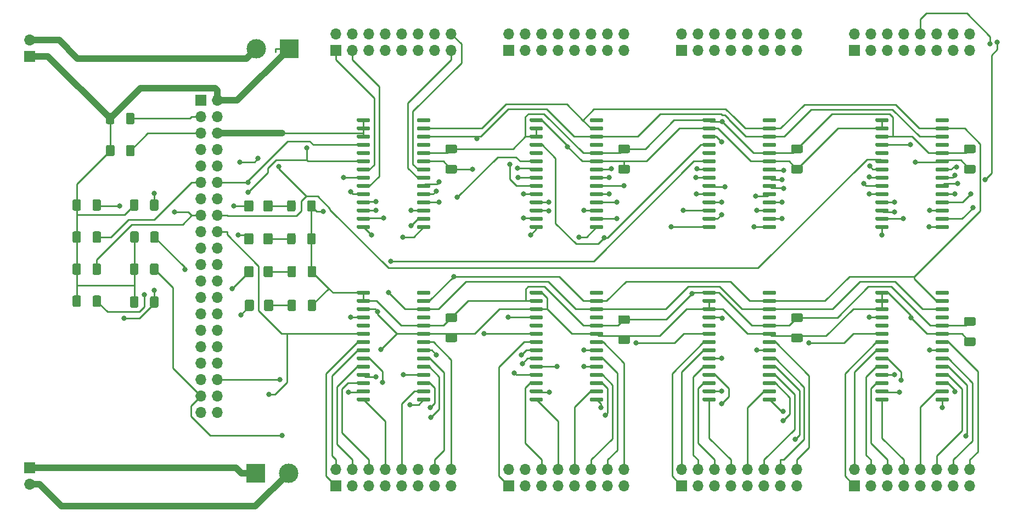
<source format=gbr>
%TF.GenerationSoftware,KiCad,Pcbnew,(5.1.9)-1*%
%TF.CreationDate,2021-05-05T20:18:33+02:00*%
%TF.ProjectId,opena3xx-hardware-controller-board,6f70656e-6133-4787-982d-686172647761,rev?*%
%TF.SameCoordinates,Original*%
%TF.FileFunction,Copper,L1,Top*%
%TF.FilePolarity,Positive*%
%FSLAX46Y46*%
G04 Gerber Fmt 4.6, Leading zero omitted, Abs format (unit mm)*
G04 Created by KiCad (PCBNEW (5.1.9)-1) date 2021-05-05 20:18:33*
%MOMM*%
%LPD*%
G01*
G04 APERTURE LIST*
%TA.AperFunction,ComponentPad*%
%ADD10O,1.700000X1.700000*%
%TD*%
%TA.AperFunction,ComponentPad*%
%ADD11R,1.700000X1.700000*%
%TD*%
%TA.AperFunction,ComponentPad*%
%ADD12C,3.000000*%
%TD*%
%TA.AperFunction,ComponentPad*%
%ADD13R,3.000000X3.000000*%
%TD*%
%TA.AperFunction,ViaPad*%
%ADD14C,0.800000*%
%TD*%
%TA.AperFunction,Conductor*%
%ADD15C,0.250000*%
%TD*%
%TA.AperFunction,Conductor*%
%ADD16C,1.000000*%
%TD*%
G04 APERTURE END LIST*
D10*
%TO.P,J5,40*%
%TO.N,N/C*%
X90940000Y-125860000D03*
%TO.P,J5,39*%
X88400000Y-125860000D03*
%TO.P,J5,38*%
X90940000Y-123320000D03*
%TO.P,J5,37*%
%TO.N,INT_BUS_6*%
X88400000Y-123320000D03*
%TO.P,J5,36*%
%TO.N,INT_BUS_0*%
X90940000Y-120780000D03*
%TO.P,J5,35*%
%TO.N,N/C*%
X88400000Y-120780000D03*
%TO.P,J5,34*%
X90940000Y-118240000D03*
%TO.P,J5,33*%
X88400000Y-118240000D03*
%TO.P,J5,32*%
X90940000Y-115700000D03*
%TO.P,J5,31*%
%TO.N,GENERAL_LED*%
X88400000Y-115700000D03*
%TO.P,J5,30*%
%TO.N,N/C*%
X90940000Y-113160000D03*
%TO.P,J5,29*%
%TO.N,FAULT_LED*%
X88400000Y-113160000D03*
%TO.P,J5,28*%
%TO.N,N/C*%
X90940000Y-110620000D03*
%TO.P,J5,27*%
X88400000Y-110620000D03*
%TO.P,J5,26*%
X90940000Y-108080000D03*
%TO.P,J5,25*%
X88400000Y-108080000D03*
%TO.P,J5,24*%
X90940000Y-105540000D03*
%TO.P,J5,23*%
X88400000Y-105540000D03*
%TO.P,J5,22*%
%TO.N,INT_BUS_5*%
X90940000Y-103000000D03*
%TO.P,J5,21*%
%TO.N,N/C*%
X88400000Y-103000000D03*
%TO.P,J5,20*%
X90940000Y-100460000D03*
%TO.P,J5,19*%
X88400000Y-100460000D03*
%TO.P,J5,18*%
%TO.N,INT_BUS_4*%
X90940000Y-97920000D03*
%TO.P,J5,17*%
%TO.N,N/C*%
X88400000Y-97920000D03*
%TO.P,J5,16*%
%TO.N,INT_BUS_3*%
X90940000Y-95380000D03*
%TO.P,J5,15*%
%TO.N,INT_BUS_2*%
X88400000Y-95380000D03*
%TO.P,J5,14*%
%TO.N,N/C*%
X90940000Y-92840000D03*
%TO.P,J5,13*%
%TO.N,INT_BUS_7*%
X88400000Y-92840000D03*
%TO.P,J5,12*%
%TO.N,BUSES_RESET*%
X90940000Y-90300000D03*
%TO.P,J5,11*%
%TO.N,INT_BUS_1*%
X88400000Y-90300000D03*
%TO.P,J5,10*%
%TO.N,N/C*%
X90940000Y-87760000D03*
%TO.P,J5,9*%
X88400000Y-87760000D03*
%TO.P,J5,8*%
X90940000Y-85220000D03*
%TO.P,J5,7*%
%TO.N,MESSAGING_LED*%
X88400000Y-85220000D03*
%TO.P,J5,6*%
%TO.N,GND*%
X90940000Y-82680000D03*
%TO.P,J5,5*%
%TO.N,SCL*%
X88400000Y-82680000D03*
%TO.P,J5,4*%
%TO.N,+5V*%
X90940000Y-80140000D03*
%TO.P,J5,3*%
%TO.N,SDA*%
X88400000Y-80140000D03*
%TO.P,J5,2*%
%TO.N,+5V*%
X90940000Y-77600000D03*
D11*
%TO.P,J5,1*%
%TO.N,N/C*%
X88400000Y-77600000D03*
%TD*%
D12*
%TO.P,J4,2*%
%TO.N,GND*%
X96920000Y-69600000D03*
D13*
%TO.P,J4,1*%
%TO.N,+5V*%
X102000000Y-69600000D03*
%TD*%
D12*
%TO.P,J3,2*%
%TO.N,GND*%
X101880000Y-135255000D03*
D13*
%TO.P,J3,1*%
%TO.N,+5V*%
X96800000Y-135255000D03*
%TD*%
D10*
%TO.P,J2,2*%
%TO.N,GND*%
X62000000Y-68260000D03*
D11*
%TO.P,J2,1*%
%TO.N,+5V*%
X62000000Y-70800000D03*
%TD*%
D10*
%TO.P,J1,2*%
%TO.N,GND*%
X62000000Y-136940000D03*
D11*
%TO.P,J1,1*%
%TO.N,+5V*%
X62000000Y-134400000D03*
%TD*%
%TO.P,U8,28*%
%TO.N,/BUS7-7*%
%TA.AperFunction,SMDPad,CuDef*%
G36*
G01*
X194495000Y-123675000D02*
X194495000Y-123975000D01*
G75*
G02*
X194345000Y-124125000I-150000J0D01*
G01*
X192595000Y-124125000D01*
G75*
G02*
X192445000Y-123975000I0J150000D01*
G01*
X192445000Y-123675000D01*
G75*
G02*
X192595000Y-123525000I150000J0D01*
G01*
X194345000Y-123525000D01*
G75*
G02*
X194495000Y-123675000I0J-150000D01*
G01*
G37*
%TD.AperFunction*%
%TO.P,U8,27*%
%TO.N,/BUS7-6*%
%TA.AperFunction,SMDPad,CuDef*%
G36*
G01*
X194495000Y-122405000D02*
X194495000Y-122705000D01*
G75*
G02*
X194345000Y-122855000I-150000J0D01*
G01*
X192595000Y-122855000D01*
G75*
G02*
X192445000Y-122705000I0J150000D01*
G01*
X192445000Y-122405000D01*
G75*
G02*
X192595000Y-122255000I150000J0D01*
G01*
X194345000Y-122255000D01*
G75*
G02*
X194495000Y-122405000I0J-150000D01*
G01*
G37*
%TD.AperFunction*%
%TO.P,U8,26*%
%TO.N,/BUS7-5*%
%TA.AperFunction,SMDPad,CuDef*%
G36*
G01*
X194495000Y-121135000D02*
X194495000Y-121435000D01*
G75*
G02*
X194345000Y-121585000I-150000J0D01*
G01*
X192595000Y-121585000D01*
G75*
G02*
X192445000Y-121435000I0J150000D01*
G01*
X192445000Y-121135000D01*
G75*
G02*
X192595000Y-120985000I150000J0D01*
G01*
X194345000Y-120985000D01*
G75*
G02*
X194495000Y-121135000I0J-150000D01*
G01*
G37*
%TD.AperFunction*%
%TO.P,U8,25*%
%TO.N,/BUS7-4*%
%TA.AperFunction,SMDPad,CuDef*%
G36*
G01*
X194495000Y-119865000D02*
X194495000Y-120165000D01*
G75*
G02*
X194345000Y-120315000I-150000J0D01*
G01*
X192595000Y-120315000D01*
G75*
G02*
X192445000Y-120165000I0J150000D01*
G01*
X192445000Y-119865000D01*
G75*
G02*
X192595000Y-119715000I150000J0D01*
G01*
X194345000Y-119715000D01*
G75*
G02*
X194495000Y-119865000I0J-150000D01*
G01*
G37*
%TD.AperFunction*%
%TO.P,U8,24*%
%TO.N,/BUS7-3*%
%TA.AperFunction,SMDPad,CuDef*%
G36*
G01*
X194495000Y-118595000D02*
X194495000Y-118895000D01*
G75*
G02*
X194345000Y-119045000I-150000J0D01*
G01*
X192595000Y-119045000D01*
G75*
G02*
X192445000Y-118895000I0J150000D01*
G01*
X192445000Y-118595000D01*
G75*
G02*
X192595000Y-118445000I150000J0D01*
G01*
X194345000Y-118445000D01*
G75*
G02*
X194495000Y-118595000I0J-150000D01*
G01*
G37*
%TD.AperFunction*%
%TO.P,U8,23*%
%TO.N,/BUS7-2*%
%TA.AperFunction,SMDPad,CuDef*%
G36*
G01*
X194495000Y-117325000D02*
X194495000Y-117625000D01*
G75*
G02*
X194345000Y-117775000I-150000J0D01*
G01*
X192595000Y-117775000D01*
G75*
G02*
X192445000Y-117625000I0J150000D01*
G01*
X192445000Y-117325000D01*
G75*
G02*
X192595000Y-117175000I150000J0D01*
G01*
X194345000Y-117175000D01*
G75*
G02*
X194495000Y-117325000I0J-150000D01*
G01*
G37*
%TD.AperFunction*%
%TO.P,U8,22*%
%TO.N,/BUS7-1*%
%TA.AperFunction,SMDPad,CuDef*%
G36*
G01*
X194495000Y-116055000D02*
X194495000Y-116355000D01*
G75*
G02*
X194345000Y-116505000I-150000J0D01*
G01*
X192595000Y-116505000D01*
G75*
G02*
X192445000Y-116355000I0J150000D01*
G01*
X192445000Y-116055000D01*
G75*
G02*
X192595000Y-115905000I150000J0D01*
G01*
X194345000Y-115905000D01*
G75*
G02*
X194495000Y-116055000I0J-150000D01*
G01*
G37*
%TD.AperFunction*%
%TO.P,U8,21*%
%TO.N,/BUS7-0*%
%TA.AperFunction,SMDPad,CuDef*%
G36*
G01*
X194495000Y-114785000D02*
X194495000Y-115085000D01*
G75*
G02*
X194345000Y-115235000I-150000J0D01*
G01*
X192595000Y-115235000D01*
G75*
G02*
X192445000Y-115085000I0J150000D01*
G01*
X192445000Y-114785000D01*
G75*
G02*
X192595000Y-114635000I150000J0D01*
G01*
X194345000Y-114635000D01*
G75*
G02*
X194495000Y-114785000I0J-150000D01*
G01*
G37*
%TD.AperFunction*%
%TO.P,U8,20*%
%TO.N,INT_BUS_7*%
%TA.AperFunction,SMDPad,CuDef*%
G36*
G01*
X194495000Y-113515000D02*
X194495000Y-113815000D01*
G75*
G02*
X194345000Y-113965000I-150000J0D01*
G01*
X192595000Y-113965000D01*
G75*
G02*
X192445000Y-113815000I0J150000D01*
G01*
X192445000Y-113515000D01*
G75*
G02*
X192595000Y-113365000I150000J0D01*
G01*
X194345000Y-113365000D01*
G75*
G02*
X194495000Y-113515000I0J-150000D01*
G01*
G37*
%TD.AperFunction*%
%TO.P,U8,19*%
%TO.N,N/C*%
%TA.AperFunction,SMDPad,CuDef*%
G36*
G01*
X194495000Y-112245000D02*
X194495000Y-112545000D01*
G75*
G02*
X194345000Y-112695000I-150000J0D01*
G01*
X192595000Y-112695000D01*
G75*
G02*
X192445000Y-112545000I0J150000D01*
G01*
X192445000Y-112245000D01*
G75*
G02*
X192595000Y-112095000I150000J0D01*
G01*
X194345000Y-112095000D01*
G75*
G02*
X194495000Y-112245000I0J-150000D01*
G01*
G37*
%TD.AperFunction*%
%TO.P,U8,18*%
%TO.N,BUSES_RESET*%
%TA.AperFunction,SMDPad,CuDef*%
G36*
G01*
X194495000Y-110975000D02*
X194495000Y-111275000D01*
G75*
G02*
X194345000Y-111425000I-150000J0D01*
G01*
X192595000Y-111425000D01*
G75*
G02*
X192445000Y-111275000I0J150000D01*
G01*
X192445000Y-110975000D01*
G75*
G02*
X192595000Y-110825000I150000J0D01*
G01*
X194345000Y-110825000D01*
G75*
G02*
X194495000Y-110975000I0J-150000D01*
G01*
G37*
%TD.AperFunction*%
%TO.P,U8,17*%
%TO.N,+5V*%
%TA.AperFunction,SMDPad,CuDef*%
G36*
G01*
X194495000Y-109705000D02*
X194495000Y-110005000D01*
G75*
G02*
X194345000Y-110155000I-150000J0D01*
G01*
X192595000Y-110155000D01*
G75*
G02*
X192445000Y-110005000I0J150000D01*
G01*
X192445000Y-109705000D01*
G75*
G02*
X192595000Y-109555000I150000J0D01*
G01*
X194345000Y-109555000D01*
G75*
G02*
X194495000Y-109705000I0J-150000D01*
G01*
G37*
%TD.AperFunction*%
%TO.P,U8,16*%
%TA.AperFunction,SMDPad,CuDef*%
G36*
G01*
X194495000Y-108435000D02*
X194495000Y-108735000D01*
G75*
G02*
X194345000Y-108885000I-150000J0D01*
G01*
X192595000Y-108885000D01*
G75*
G02*
X192445000Y-108735000I0J150000D01*
G01*
X192445000Y-108435000D01*
G75*
G02*
X192595000Y-108285000I150000J0D01*
G01*
X194345000Y-108285000D01*
G75*
G02*
X194495000Y-108435000I0J-150000D01*
G01*
G37*
%TD.AperFunction*%
%TO.P,U8,15*%
%TA.AperFunction,SMDPad,CuDef*%
G36*
G01*
X194495000Y-107165000D02*
X194495000Y-107465000D01*
G75*
G02*
X194345000Y-107615000I-150000J0D01*
G01*
X192595000Y-107615000D01*
G75*
G02*
X192445000Y-107465000I0J150000D01*
G01*
X192445000Y-107165000D01*
G75*
G02*
X192595000Y-107015000I150000J0D01*
G01*
X194345000Y-107015000D01*
G75*
G02*
X194495000Y-107165000I0J-150000D01*
G01*
G37*
%TD.AperFunction*%
%TO.P,U8,14*%
%TO.N,N/C*%
%TA.AperFunction,SMDPad,CuDef*%
G36*
G01*
X203795000Y-107165000D02*
X203795000Y-107465000D01*
G75*
G02*
X203645000Y-107615000I-150000J0D01*
G01*
X201895000Y-107615000D01*
G75*
G02*
X201745000Y-107465000I0J150000D01*
G01*
X201745000Y-107165000D01*
G75*
G02*
X201895000Y-107015000I150000J0D01*
G01*
X203645000Y-107015000D01*
G75*
G02*
X203795000Y-107165000I0J-150000D01*
G01*
G37*
%TD.AperFunction*%
%TO.P,U8,13*%
%TO.N,SDA*%
%TA.AperFunction,SMDPad,CuDef*%
G36*
G01*
X203795000Y-108435000D02*
X203795000Y-108735000D01*
G75*
G02*
X203645000Y-108885000I-150000J0D01*
G01*
X201895000Y-108885000D01*
G75*
G02*
X201745000Y-108735000I0J150000D01*
G01*
X201745000Y-108435000D01*
G75*
G02*
X201895000Y-108285000I150000J0D01*
G01*
X203645000Y-108285000D01*
G75*
G02*
X203795000Y-108435000I0J-150000D01*
G01*
G37*
%TD.AperFunction*%
%TO.P,U8,12*%
%TO.N,SCL*%
%TA.AperFunction,SMDPad,CuDef*%
G36*
G01*
X203795000Y-109705000D02*
X203795000Y-110005000D01*
G75*
G02*
X203645000Y-110155000I-150000J0D01*
G01*
X201895000Y-110155000D01*
G75*
G02*
X201745000Y-110005000I0J150000D01*
G01*
X201745000Y-109705000D01*
G75*
G02*
X201895000Y-109555000I150000J0D01*
G01*
X203645000Y-109555000D01*
G75*
G02*
X203795000Y-109705000I0J-150000D01*
G01*
G37*
%TD.AperFunction*%
%TO.P,U8,11*%
%TO.N,N/C*%
%TA.AperFunction,SMDPad,CuDef*%
G36*
G01*
X203795000Y-110975000D02*
X203795000Y-111275000D01*
G75*
G02*
X203645000Y-111425000I-150000J0D01*
G01*
X201895000Y-111425000D01*
G75*
G02*
X201745000Y-111275000I0J150000D01*
G01*
X201745000Y-110975000D01*
G75*
G02*
X201895000Y-110825000I150000J0D01*
G01*
X203645000Y-110825000D01*
G75*
G02*
X203795000Y-110975000I0J-150000D01*
G01*
G37*
%TD.AperFunction*%
%TO.P,U8,10*%
%TO.N,GND*%
%TA.AperFunction,SMDPad,CuDef*%
G36*
G01*
X203795000Y-112245000D02*
X203795000Y-112545000D01*
G75*
G02*
X203645000Y-112695000I-150000J0D01*
G01*
X201895000Y-112695000D01*
G75*
G02*
X201745000Y-112545000I0J150000D01*
G01*
X201745000Y-112245000D01*
G75*
G02*
X201895000Y-112095000I150000J0D01*
G01*
X203645000Y-112095000D01*
G75*
G02*
X203795000Y-112245000I0J-150000D01*
G01*
G37*
%TD.AperFunction*%
%TO.P,U8,9*%
%TO.N,+5V*%
%TA.AperFunction,SMDPad,CuDef*%
G36*
G01*
X203795000Y-113515000D02*
X203795000Y-113815000D01*
G75*
G02*
X203645000Y-113965000I-150000J0D01*
G01*
X201895000Y-113965000D01*
G75*
G02*
X201745000Y-113815000I0J150000D01*
G01*
X201745000Y-113515000D01*
G75*
G02*
X201895000Y-113365000I150000J0D01*
G01*
X203645000Y-113365000D01*
G75*
G02*
X203795000Y-113515000I0J-150000D01*
G01*
G37*
%TD.AperFunction*%
%TO.P,U8,8*%
%TO.N,/BUS7-15*%
%TA.AperFunction,SMDPad,CuDef*%
G36*
G01*
X203795000Y-114785000D02*
X203795000Y-115085000D01*
G75*
G02*
X203645000Y-115235000I-150000J0D01*
G01*
X201895000Y-115235000D01*
G75*
G02*
X201745000Y-115085000I0J150000D01*
G01*
X201745000Y-114785000D01*
G75*
G02*
X201895000Y-114635000I150000J0D01*
G01*
X203645000Y-114635000D01*
G75*
G02*
X203795000Y-114785000I0J-150000D01*
G01*
G37*
%TD.AperFunction*%
%TO.P,U8,7*%
%TO.N,/BUS7-14*%
%TA.AperFunction,SMDPad,CuDef*%
G36*
G01*
X203795000Y-116055000D02*
X203795000Y-116355000D01*
G75*
G02*
X203645000Y-116505000I-150000J0D01*
G01*
X201895000Y-116505000D01*
G75*
G02*
X201745000Y-116355000I0J150000D01*
G01*
X201745000Y-116055000D01*
G75*
G02*
X201895000Y-115905000I150000J0D01*
G01*
X203645000Y-115905000D01*
G75*
G02*
X203795000Y-116055000I0J-150000D01*
G01*
G37*
%TD.AperFunction*%
%TO.P,U8,6*%
%TO.N,/BUS7-13*%
%TA.AperFunction,SMDPad,CuDef*%
G36*
G01*
X203795000Y-117325000D02*
X203795000Y-117625000D01*
G75*
G02*
X203645000Y-117775000I-150000J0D01*
G01*
X201895000Y-117775000D01*
G75*
G02*
X201745000Y-117625000I0J150000D01*
G01*
X201745000Y-117325000D01*
G75*
G02*
X201895000Y-117175000I150000J0D01*
G01*
X203645000Y-117175000D01*
G75*
G02*
X203795000Y-117325000I0J-150000D01*
G01*
G37*
%TD.AperFunction*%
%TO.P,U8,5*%
%TO.N,/BUS7-12*%
%TA.AperFunction,SMDPad,CuDef*%
G36*
G01*
X203795000Y-118595000D02*
X203795000Y-118895000D01*
G75*
G02*
X203645000Y-119045000I-150000J0D01*
G01*
X201895000Y-119045000D01*
G75*
G02*
X201745000Y-118895000I0J150000D01*
G01*
X201745000Y-118595000D01*
G75*
G02*
X201895000Y-118445000I150000J0D01*
G01*
X203645000Y-118445000D01*
G75*
G02*
X203795000Y-118595000I0J-150000D01*
G01*
G37*
%TD.AperFunction*%
%TO.P,U8,4*%
%TO.N,/BUS7-11*%
%TA.AperFunction,SMDPad,CuDef*%
G36*
G01*
X203795000Y-119865000D02*
X203795000Y-120165000D01*
G75*
G02*
X203645000Y-120315000I-150000J0D01*
G01*
X201895000Y-120315000D01*
G75*
G02*
X201745000Y-120165000I0J150000D01*
G01*
X201745000Y-119865000D01*
G75*
G02*
X201895000Y-119715000I150000J0D01*
G01*
X203645000Y-119715000D01*
G75*
G02*
X203795000Y-119865000I0J-150000D01*
G01*
G37*
%TD.AperFunction*%
%TO.P,U8,3*%
%TO.N,/BUS7-10*%
%TA.AperFunction,SMDPad,CuDef*%
G36*
G01*
X203795000Y-121135000D02*
X203795000Y-121435000D01*
G75*
G02*
X203645000Y-121585000I-150000J0D01*
G01*
X201895000Y-121585000D01*
G75*
G02*
X201745000Y-121435000I0J150000D01*
G01*
X201745000Y-121135000D01*
G75*
G02*
X201895000Y-120985000I150000J0D01*
G01*
X203645000Y-120985000D01*
G75*
G02*
X203795000Y-121135000I0J-150000D01*
G01*
G37*
%TD.AperFunction*%
%TO.P,U8,2*%
%TO.N,/BUS7-9*%
%TA.AperFunction,SMDPad,CuDef*%
G36*
G01*
X203795000Y-122405000D02*
X203795000Y-122705000D01*
G75*
G02*
X203645000Y-122855000I-150000J0D01*
G01*
X201895000Y-122855000D01*
G75*
G02*
X201745000Y-122705000I0J150000D01*
G01*
X201745000Y-122405000D01*
G75*
G02*
X201895000Y-122255000I150000J0D01*
G01*
X203645000Y-122255000D01*
G75*
G02*
X203795000Y-122405000I0J-150000D01*
G01*
G37*
%TD.AperFunction*%
%TO.P,U8,1*%
%TO.N,/BUS7-8*%
%TA.AperFunction,SMDPad,CuDef*%
G36*
G01*
X203795000Y-123675000D02*
X203795000Y-123975000D01*
G75*
G02*
X203645000Y-124125000I-150000J0D01*
G01*
X201895000Y-124125000D01*
G75*
G02*
X201745000Y-123975000I0J150000D01*
G01*
X201745000Y-123675000D01*
G75*
G02*
X201895000Y-123525000I150000J0D01*
G01*
X203645000Y-123525000D01*
G75*
G02*
X203795000Y-123675000I0J-150000D01*
G01*
G37*
%TD.AperFunction*%
%TD*%
%TO.P,U7,28*%
%TO.N,/BUS6-7*%
%TA.AperFunction,SMDPad,CuDef*%
G36*
G01*
X167825000Y-123675000D02*
X167825000Y-123975000D01*
G75*
G02*
X167675000Y-124125000I-150000J0D01*
G01*
X165925000Y-124125000D01*
G75*
G02*
X165775000Y-123975000I0J150000D01*
G01*
X165775000Y-123675000D01*
G75*
G02*
X165925000Y-123525000I150000J0D01*
G01*
X167675000Y-123525000D01*
G75*
G02*
X167825000Y-123675000I0J-150000D01*
G01*
G37*
%TD.AperFunction*%
%TO.P,U7,27*%
%TO.N,/BUS6-6*%
%TA.AperFunction,SMDPad,CuDef*%
G36*
G01*
X167825000Y-122405000D02*
X167825000Y-122705000D01*
G75*
G02*
X167675000Y-122855000I-150000J0D01*
G01*
X165925000Y-122855000D01*
G75*
G02*
X165775000Y-122705000I0J150000D01*
G01*
X165775000Y-122405000D01*
G75*
G02*
X165925000Y-122255000I150000J0D01*
G01*
X167675000Y-122255000D01*
G75*
G02*
X167825000Y-122405000I0J-150000D01*
G01*
G37*
%TD.AperFunction*%
%TO.P,U7,26*%
%TO.N,/BUS6-5*%
%TA.AperFunction,SMDPad,CuDef*%
G36*
G01*
X167825000Y-121135000D02*
X167825000Y-121435000D01*
G75*
G02*
X167675000Y-121585000I-150000J0D01*
G01*
X165925000Y-121585000D01*
G75*
G02*
X165775000Y-121435000I0J150000D01*
G01*
X165775000Y-121135000D01*
G75*
G02*
X165925000Y-120985000I150000J0D01*
G01*
X167675000Y-120985000D01*
G75*
G02*
X167825000Y-121135000I0J-150000D01*
G01*
G37*
%TD.AperFunction*%
%TO.P,U7,25*%
%TO.N,/BUS6-4*%
%TA.AperFunction,SMDPad,CuDef*%
G36*
G01*
X167825000Y-119865000D02*
X167825000Y-120165000D01*
G75*
G02*
X167675000Y-120315000I-150000J0D01*
G01*
X165925000Y-120315000D01*
G75*
G02*
X165775000Y-120165000I0J150000D01*
G01*
X165775000Y-119865000D01*
G75*
G02*
X165925000Y-119715000I150000J0D01*
G01*
X167675000Y-119715000D01*
G75*
G02*
X167825000Y-119865000I0J-150000D01*
G01*
G37*
%TD.AperFunction*%
%TO.P,U7,24*%
%TO.N,/BUS6-3*%
%TA.AperFunction,SMDPad,CuDef*%
G36*
G01*
X167825000Y-118595000D02*
X167825000Y-118895000D01*
G75*
G02*
X167675000Y-119045000I-150000J0D01*
G01*
X165925000Y-119045000D01*
G75*
G02*
X165775000Y-118895000I0J150000D01*
G01*
X165775000Y-118595000D01*
G75*
G02*
X165925000Y-118445000I150000J0D01*
G01*
X167675000Y-118445000D01*
G75*
G02*
X167825000Y-118595000I0J-150000D01*
G01*
G37*
%TD.AperFunction*%
%TO.P,U7,23*%
%TO.N,/BUS6-2*%
%TA.AperFunction,SMDPad,CuDef*%
G36*
G01*
X167825000Y-117325000D02*
X167825000Y-117625000D01*
G75*
G02*
X167675000Y-117775000I-150000J0D01*
G01*
X165925000Y-117775000D01*
G75*
G02*
X165775000Y-117625000I0J150000D01*
G01*
X165775000Y-117325000D01*
G75*
G02*
X165925000Y-117175000I150000J0D01*
G01*
X167675000Y-117175000D01*
G75*
G02*
X167825000Y-117325000I0J-150000D01*
G01*
G37*
%TD.AperFunction*%
%TO.P,U7,22*%
%TO.N,/BUS6-1*%
%TA.AperFunction,SMDPad,CuDef*%
G36*
G01*
X167825000Y-116055000D02*
X167825000Y-116355000D01*
G75*
G02*
X167675000Y-116505000I-150000J0D01*
G01*
X165925000Y-116505000D01*
G75*
G02*
X165775000Y-116355000I0J150000D01*
G01*
X165775000Y-116055000D01*
G75*
G02*
X165925000Y-115905000I150000J0D01*
G01*
X167675000Y-115905000D01*
G75*
G02*
X167825000Y-116055000I0J-150000D01*
G01*
G37*
%TD.AperFunction*%
%TO.P,U7,21*%
%TO.N,/BUS6-0*%
%TA.AperFunction,SMDPad,CuDef*%
G36*
G01*
X167825000Y-114785000D02*
X167825000Y-115085000D01*
G75*
G02*
X167675000Y-115235000I-150000J0D01*
G01*
X165925000Y-115235000D01*
G75*
G02*
X165775000Y-115085000I0J150000D01*
G01*
X165775000Y-114785000D01*
G75*
G02*
X165925000Y-114635000I150000J0D01*
G01*
X167675000Y-114635000D01*
G75*
G02*
X167825000Y-114785000I0J-150000D01*
G01*
G37*
%TD.AperFunction*%
%TO.P,U7,20*%
%TO.N,INT_BUS_6*%
%TA.AperFunction,SMDPad,CuDef*%
G36*
G01*
X167825000Y-113515000D02*
X167825000Y-113815000D01*
G75*
G02*
X167675000Y-113965000I-150000J0D01*
G01*
X165925000Y-113965000D01*
G75*
G02*
X165775000Y-113815000I0J150000D01*
G01*
X165775000Y-113515000D01*
G75*
G02*
X165925000Y-113365000I150000J0D01*
G01*
X167675000Y-113365000D01*
G75*
G02*
X167825000Y-113515000I0J-150000D01*
G01*
G37*
%TD.AperFunction*%
%TO.P,U7,19*%
%TO.N,N/C*%
%TA.AperFunction,SMDPad,CuDef*%
G36*
G01*
X167825000Y-112245000D02*
X167825000Y-112545000D01*
G75*
G02*
X167675000Y-112695000I-150000J0D01*
G01*
X165925000Y-112695000D01*
G75*
G02*
X165775000Y-112545000I0J150000D01*
G01*
X165775000Y-112245000D01*
G75*
G02*
X165925000Y-112095000I150000J0D01*
G01*
X167675000Y-112095000D01*
G75*
G02*
X167825000Y-112245000I0J-150000D01*
G01*
G37*
%TD.AperFunction*%
%TO.P,U7,18*%
%TO.N,BUSES_RESET*%
%TA.AperFunction,SMDPad,CuDef*%
G36*
G01*
X167825000Y-110975000D02*
X167825000Y-111275000D01*
G75*
G02*
X167675000Y-111425000I-150000J0D01*
G01*
X165925000Y-111425000D01*
G75*
G02*
X165775000Y-111275000I0J150000D01*
G01*
X165775000Y-110975000D01*
G75*
G02*
X165925000Y-110825000I150000J0D01*
G01*
X167675000Y-110825000D01*
G75*
G02*
X167825000Y-110975000I0J-150000D01*
G01*
G37*
%TD.AperFunction*%
%TO.P,U7,17*%
%TO.N,+5V*%
%TA.AperFunction,SMDPad,CuDef*%
G36*
G01*
X167825000Y-109705000D02*
X167825000Y-110005000D01*
G75*
G02*
X167675000Y-110155000I-150000J0D01*
G01*
X165925000Y-110155000D01*
G75*
G02*
X165775000Y-110005000I0J150000D01*
G01*
X165775000Y-109705000D01*
G75*
G02*
X165925000Y-109555000I150000J0D01*
G01*
X167675000Y-109555000D01*
G75*
G02*
X167825000Y-109705000I0J-150000D01*
G01*
G37*
%TD.AperFunction*%
%TO.P,U7,16*%
%TA.AperFunction,SMDPad,CuDef*%
G36*
G01*
X167825000Y-108435000D02*
X167825000Y-108735000D01*
G75*
G02*
X167675000Y-108885000I-150000J0D01*
G01*
X165925000Y-108885000D01*
G75*
G02*
X165775000Y-108735000I0J150000D01*
G01*
X165775000Y-108435000D01*
G75*
G02*
X165925000Y-108285000I150000J0D01*
G01*
X167675000Y-108285000D01*
G75*
G02*
X167825000Y-108435000I0J-150000D01*
G01*
G37*
%TD.AperFunction*%
%TO.P,U7,15*%
%TO.N,GND*%
%TA.AperFunction,SMDPad,CuDef*%
G36*
G01*
X167825000Y-107165000D02*
X167825000Y-107465000D01*
G75*
G02*
X167675000Y-107615000I-150000J0D01*
G01*
X165925000Y-107615000D01*
G75*
G02*
X165775000Y-107465000I0J150000D01*
G01*
X165775000Y-107165000D01*
G75*
G02*
X165925000Y-107015000I150000J0D01*
G01*
X167675000Y-107015000D01*
G75*
G02*
X167825000Y-107165000I0J-150000D01*
G01*
G37*
%TD.AperFunction*%
%TO.P,U7,14*%
%TO.N,N/C*%
%TA.AperFunction,SMDPad,CuDef*%
G36*
G01*
X177125000Y-107165000D02*
X177125000Y-107465000D01*
G75*
G02*
X176975000Y-107615000I-150000J0D01*
G01*
X175225000Y-107615000D01*
G75*
G02*
X175075000Y-107465000I0J150000D01*
G01*
X175075000Y-107165000D01*
G75*
G02*
X175225000Y-107015000I150000J0D01*
G01*
X176975000Y-107015000D01*
G75*
G02*
X177125000Y-107165000I0J-150000D01*
G01*
G37*
%TD.AperFunction*%
%TO.P,U7,13*%
%TO.N,SDA*%
%TA.AperFunction,SMDPad,CuDef*%
G36*
G01*
X177125000Y-108435000D02*
X177125000Y-108735000D01*
G75*
G02*
X176975000Y-108885000I-150000J0D01*
G01*
X175225000Y-108885000D01*
G75*
G02*
X175075000Y-108735000I0J150000D01*
G01*
X175075000Y-108435000D01*
G75*
G02*
X175225000Y-108285000I150000J0D01*
G01*
X176975000Y-108285000D01*
G75*
G02*
X177125000Y-108435000I0J-150000D01*
G01*
G37*
%TD.AperFunction*%
%TO.P,U7,12*%
%TO.N,SCL*%
%TA.AperFunction,SMDPad,CuDef*%
G36*
G01*
X177125000Y-109705000D02*
X177125000Y-110005000D01*
G75*
G02*
X176975000Y-110155000I-150000J0D01*
G01*
X175225000Y-110155000D01*
G75*
G02*
X175075000Y-110005000I0J150000D01*
G01*
X175075000Y-109705000D01*
G75*
G02*
X175225000Y-109555000I150000J0D01*
G01*
X176975000Y-109555000D01*
G75*
G02*
X177125000Y-109705000I0J-150000D01*
G01*
G37*
%TD.AperFunction*%
%TO.P,U7,11*%
%TO.N,N/C*%
%TA.AperFunction,SMDPad,CuDef*%
G36*
G01*
X177125000Y-110975000D02*
X177125000Y-111275000D01*
G75*
G02*
X176975000Y-111425000I-150000J0D01*
G01*
X175225000Y-111425000D01*
G75*
G02*
X175075000Y-111275000I0J150000D01*
G01*
X175075000Y-110975000D01*
G75*
G02*
X175225000Y-110825000I150000J0D01*
G01*
X176975000Y-110825000D01*
G75*
G02*
X177125000Y-110975000I0J-150000D01*
G01*
G37*
%TD.AperFunction*%
%TO.P,U7,10*%
%TO.N,GND*%
%TA.AperFunction,SMDPad,CuDef*%
G36*
G01*
X177125000Y-112245000D02*
X177125000Y-112545000D01*
G75*
G02*
X176975000Y-112695000I-150000J0D01*
G01*
X175225000Y-112695000D01*
G75*
G02*
X175075000Y-112545000I0J150000D01*
G01*
X175075000Y-112245000D01*
G75*
G02*
X175225000Y-112095000I150000J0D01*
G01*
X176975000Y-112095000D01*
G75*
G02*
X177125000Y-112245000I0J-150000D01*
G01*
G37*
%TD.AperFunction*%
%TO.P,U7,9*%
%TO.N,+5V*%
%TA.AperFunction,SMDPad,CuDef*%
G36*
G01*
X177125000Y-113515000D02*
X177125000Y-113815000D01*
G75*
G02*
X176975000Y-113965000I-150000J0D01*
G01*
X175225000Y-113965000D01*
G75*
G02*
X175075000Y-113815000I0J150000D01*
G01*
X175075000Y-113515000D01*
G75*
G02*
X175225000Y-113365000I150000J0D01*
G01*
X176975000Y-113365000D01*
G75*
G02*
X177125000Y-113515000I0J-150000D01*
G01*
G37*
%TD.AperFunction*%
%TO.P,U7,8*%
%TO.N,/BUS6-15*%
%TA.AperFunction,SMDPad,CuDef*%
G36*
G01*
X177125000Y-114785000D02*
X177125000Y-115085000D01*
G75*
G02*
X176975000Y-115235000I-150000J0D01*
G01*
X175225000Y-115235000D01*
G75*
G02*
X175075000Y-115085000I0J150000D01*
G01*
X175075000Y-114785000D01*
G75*
G02*
X175225000Y-114635000I150000J0D01*
G01*
X176975000Y-114635000D01*
G75*
G02*
X177125000Y-114785000I0J-150000D01*
G01*
G37*
%TD.AperFunction*%
%TO.P,U7,7*%
%TO.N,/BUS6-14*%
%TA.AperFunction,SMDPad,CuDef*%
G36*
G01*
X177125000Y-116055000D02*
X177125000Y-116355000D01*
G75*
G02*
X176975000Y-116505000I-150000J0D01*
G01*
X175225000Y-116505000D01*
G75*
G02*
X175075000Y-116355000I0J150000D01*
G01*
X175075000Y-116055000D01*
G75*
G02*
X175225000Y-115905000I150000J0D01*
G01*
X176975000Y-115905000D01*
G75*
G02*
X177125000Y-116055000I0J-150000D01*
G01*
G37*
%TD.AperFunction*%
%TO.P,U7,6*%
%TO.N,/BUS6-13*%
%TA.AperFunction,SMDPad,CuDef*%
G36*
G01*
X177125000Y-117325000D02*
X177125000Y-117625000D01*
G75*
G02*
X176975000Y-117775000I-150000J0D01*
G01*
X175225000Y-117775000D01*
G75*
G02*
X175075000Y-117625000I0J150000D01*
G01*
X175075000Y-117325000D01*
G75*
G02*
X175225000Y-117175000I150000J0D01*
G01*
X176975000Y-117175000D01*
G75*
G02*
X177125000Y-117325000I0J-150000D01*
G01*
G37*
%TD.AperFunction*%
%TO.P,U7,5*%
%TO.N,/BUS6-12*%
%TA.AperFunction,SMDPad,CuDef*%
G36*
G01*
X177125000Y-118595000D02*
X177125000Y-118895000D01*
G75*
G02*
X176975000Y-119045000I-150000J0D01*
G01*
X175225000Y-119045000D01*
G75*
G02*
X175075000Y-118895000I0J150000D01*
G01*
X175075000Y-118595000D01*
G75*
G02*
X175225000Y-118445000I150000J0D01*
G01*
X176975000Y-118445000D01*
G75*
G02*
X177125000Y-118595000I0J-150000D01*
G01*
G37*
%TD.AperFunction*%
%TO.P,U7,4*%
%TO.N,/BUS6-11*%
%TA.AperFunction,SMDPad,CuDef*%
G36*
G01*
X177125000Y-119865000D02*
X177125000Y-120165000D01*
G75*
G02*
X176975000Y-120315000I-150000J0D01*
G01*
X175225000Y-120315000D01*
G75*
G02*
X175075000Y-120165000I0J150000D01*
G01*
X175075000Y-119865000D01*
G75*
G02*
X175225000Y-119715000I150000J0D01*
G01*
X176975000Y-119715000D01*
G75*
G02*
X177125000Y-119865000I0J-150000D01*
G01*
G37*
%TD.AperFunction*%
%TO.P,U7,3*%
%TO.N,/BUS6-10*%
%TA.AperFunction,SMDPad,CuDef*%
G36*
G01*
X177125000Y-121135000D02*
X177125000Y-121435000D01*
G75*
G02*
X176975000Y-121585000I-150000J0D01*
G01*
X175225000Y-121585000D01*
G75*
G02*
X175075000Y-121435000I0J150000D01*
G01*
X175075000Y-121135000D01*
G75*
G02*
X175225000Y-120985000I150000J0D01*
G01*
X176975000Y-120985000D01*
G75*
G02*
X177125000Y-121135000I0J-150000D01*
G01*
G37*
%TD.AperFunction*%
%TO.P,U7,2*%
%TO.N,/BUS6-9*%
%TA.AperFunction,SMDPad,CuDef*%
G36*
G01*
X177125000Y-122405000D02*
X177125000Y-122705000D01*
G75*
G02*
X176975000Y-122855000I-150000J0D01*
G01*
X175225000Y-122855000D01*
G75*
G02*
X175075000Y-122705000I0J150000D01*
G01*
X175075000Y-122405000D01*
G75*
G02*
X175225000Y-122255000I150000J0D01*
G01*
X176975000Y-122255000D01*
G75*
G02*
X177125000Y-122405000I0J-150000D01*
G01*
G37*
%TD.AperFunction*%
%TO.P,U7,1*%
%TO.N,/BUS6-8*%
%TA.AperFunction,SMDPad,CuDef*%
G36*
G01*
X177125000Y-123675000D02*
X177125000Y-123975000D01*
G75*
G02*
X176975000Y-124125000I-150000J0D01*
G01*
X175225000Y-124125000D01*
G75*
G02*
X175075000Y-123975000I0J150000D01*
G01*
X175075000Y-123675000D01*
G75*
G02*
X175225000Y-123525000I150000J0D01*
G01*
X176975000Y-123525000D01*
G75*
G02*
X177125000Y-123675000I0J-150000D01*
G01*
G37*
%TD.AperFunction*%
%TD*%
%TO.P,U6,28*%
%TO.N,/BUS5-7*%
%TA.AperFunction,SMDPad,CuDef*%
G36*
G01*
X141155000Y-123675000D02*
X141155000Y-123975000D01*
G75*
G02*
X141005000Y-124125000I-150000J0D01*
G01*
X139255000Y-124125000D01*
G75*
G02*
X139105000Y-123975000I0J150000D01*
G01*
X139105000Y-123675000D01*
G75*
G02*
X139255000Y-123525000I150000J0D01*
G01*
X141005000Y-123525000D01*
G75*
G02*
X141155000Y-123675000I0J-150000D01*
G01*
G37*
%TD.AperFunction*%
%TO.P,U6,27*%
%TO.N,/BUS5-6*%
%TA.AperFunction,SMDPad,CuDef*%
G36*
G01*
X141155000Y-122405000D02*
X141155000Y-122705000D01*
G75*
G02*
X141005000Y-122855000I-150000J0D01*
G01*
X139255000Y-122855000D01*
G75*
G02*
X139105000Y-122705000I0J150000D01*
G01*
X139105000Y-122405000D01*
G75*
G02*
X139255000Y-122255000I150000J0D01*
G01*
X141005000Y-122255000D01*
G75*
G02*
X141155000Y-122405000I0J-150000D01*
G01*
G37*
%TD.AperFunction*%
%TO.P,U6,26*%
%TO.N,/BUS5-5*%
%TA.AperFunction,SMDPad,CuDef*%
G36*
G01*
X141155000Y-121135000D02*
X141155000Y-121435000D01*
G75*
G02*
X141005000Y-121585000I-150000J0D01*
G01*
X139255000Y-121585000D01*
G75*
G02*
X139105000Y-121435000I0J150000D01*
G01*
X139105000Y-121135000D01*
G75*
G02*
X139255000Y-120985000I150000J0D01*
G01*
X141005000Y-120985000D01*
G75*
G02*
X141155000Y-121135000I0J-150000D01*
G01*
G37*
%TD.AperFunction*%
%TO.P,U6,25*%
%TO.N,/BUS5-4*%
%TA.AperFunction,SMDPad,CuDef*%
G36*
G01*
X141155000Y-119865000D02*
X141155000Y-120165000D01*
G75*
G02*
X141005000Y-120315000I-150000J0D01*
G01*
X139255000Y-120315000D01*
G75*
G02*
X139105000Y-120165000I0J150000D01*
G01*
X139105000Y-119865000D01*
G75*
G02*
X139255000Y-119715000I150000J0D01*
G01*
X141005000Y-119715000D01*
G75*
G02*
X141155000Y-119865000I0J-150000D01*
G01*
G37*
%TD.AperFunction*%
%TO.P,U6,24*%
%TO.N,/BUS5-3*%
%TA.AperFunction,SMDPad,CuDef*%
G36*
G01*
X141155000Y-118595000D02*
X141155000Y-118895000D01*
G75*
G02*
X141005000Y-119045000I-150000J0D01*
G01*
X139255000Y-119045000D01*
G75*
G02*
X139105000Y-118895000I0J150000D01*
G01*
X139105000Y-118595000D01*
G75*
G02*
X139255000Y-118445000I150000J0D01*
G01*
X141005000Y-118445000D01*
G75*
G02*
X141155000Y-118595000I0J-150000D01*
G01*
G37*
%TD.AperFunction*%
%TO.P,U6,23*%
%TO.N,/BUS5-2*%
%TA.AperFunction,SMDPad,CuDef*%
G36*
G01*
X141155000Y-117325000D02*
X141155000Y-117625000D01*
G75*
G02*
X141005000Y-117775000I-150000J0D01*
G01*
X139255000Y-117775000D01*
G75*
G02*
X139105000Y-117625000I0J150000D01*
G01*
X139105000Y-117325000D01*
G75*
G02*
X139255000Y-117175000I150000J0D01*
G01*
X141005000Y-117175000D01*
G75*
G02*
X141155000Y-117325000I0J-150000D01*
G01*
G37*
%TD.AperFunction*%
%TO.P,U6,22*%
%TO.N,/BUS5-1*%
%TA.AperFunction,SMDPad,CuDef*%
G36*
G01*
X141155000Y-116055000D02*
X141155000Y-116355000D01*
G75*
G02*
X141005000Y-116505000I-150000J0D01*
G01*
X139255000Y-116505000D01*
G75*
G02*
X139105000Y-116355000I0J150000D01*
G01*
X139105000Y-116055000D01*
G75*
G02*
X139255000Y-115905000I150000J0D01*
G01*
X141005000Y-115905000D01*
G75*
G02*
X141155000Y-116055000I0J-150000D01*
G01*
G37*
%TD.AperFunction*%
%TO.P,U6,21*%
%TO.N,/BUS5-0*%
%TA.AperFunction,SMDPad,CuDef*%
G36*
G01*
X141155000Y-114785000D02*
X141155000Y-115085000D01*
G75*
G02*
X141005000Y-115235000I-150000J0D01*
G01*
X139255000Y-115235000D01*
G75*
G02*
X139105000Y-115085000I0J150000D01*
G01*
X139105000Y-114785000D01*
G75*
G02*
X139255000Y-114635000I150000J0D01*
G01*
X141005000Y-114635000D01*
G75*
G02*
X141155000Y-114785000I0J-150000D01*
G01*
G37*
%TD.AperFunction*%
%TO.P,U6,20*%
%TO.N,INT_BUS_5*%
%TA.AperFunction,SMDPad,CuDef*%
G36*
G01*
X141155000Y-113515000D02*
X141155000Y-113815000D01*
G75*
G02*
X141005000Y-113965000I-150000J0D01*
G01*
X139255000Y-113965000D01*
G75*
G02*
X139105000Y-113815000I0J150000D01*
G01*
X139105000Y-113515000D01*
G75*
G02*
X139255000Y-113365000I150000J0D01*
G01*
X141005000Y-113365000D01*
G75*
G02*
X141155000Y-113515000I0J-150000D01*
G01*
G37*
%TD.AperFunction*%
%TO.P,U6,19*%
%TO.N,N/C*%
%TA.AperFunction,SMDPad,CuDef*%
G36*
G01*
X141155000Y-112245000D02*
X141155000Y-112545000D01*
G75*
G02*
X141005000Y-112695000I-150000J0D01*
G01*
X139255000Y-112695000D01*
G75*
G02*
X139105000Y-112545000I0J150000D01*
G01*
X139105000Y-112245000D01*
G75*
G02*
X139255000Y-112095000I150000J0D01*
G01*
X141005000Y-112095000D01*
G75*
G02*
X141155000Y-112245000I0J-150000D01*
G01*
G37*
%TD.AperFunction*%
%TO.P,U6,18*%
%TO.N,BUSES_RESET*%
%TA.AperFunction,SMDPad,CuDef*%
G36*
G01*
X141155000Y-110975000D02*
X141155000Y-111275000D01*
G75*
G02*
X141005000Y-111425000I-150000J0D01*
G01*
X139255000Y-111425000D01*
G75*
G02*
X139105000Y-111275000I0J150000D01*
G01*
X139105000Y-110975000D01*
G75*
G02*
X139255000Y-110825000I150000J0D01*
G01*
X141005000Y-110825000D01*
G75*
G02*
X141155000Y-110975000I0J-150000D01*
G01*
G37*
%TD.AperFunction*%
%TO.P,U6,17*%
%TO.N,+5V*%
%TA.AperFunction,SMDPad,CuDef*%
G36*
G01*
X141155000Y-109705000D02*
X141155000Y-110005000D01*
G75*
G02*
X141005000Y-110155000I-150000J0D01*
G01*
X139255000Y-110155000D01*
G75*
G02*
X139105000Y-110005000I0J150000D01*
G01*
X139105000Y-109705000D01*
G75*
G02*
X139255000Y-109555000I150000J0D01*
G01*
X141005000Y-109555000D01*
G75*
G02*
X141155000Y-109705000I0J-150000D01*
G01*
G37*
%TD.AperFunction*%
%TO.P,U6,16*%
%TO.N,GND*%
%TA.AperFunction,SMDPad,CuDef*%
G36*
G01*
X141155000Y-108435000D02*
X141155000Y-108735000D01*
G75*
G02*
X141005000Y-108885000I-150000J0D01*
G01*
X139255000Y-108885000D01*
G75*
G02*
X139105000Y-108735000I0J150000D01*
G01*
X139105000Y-108435000D01*
G75*
G02*
X139255000Y-108285000I150000J0D01*
G01*
X141005000Y-108285000D01*
G75*
G02*
X141155000Y-108435000I0J-150000D01*
G01*
G37*
%TD.AperFunction*%
%TO.P,U6,15*%
%TO.N,+5V*%
%TA.AperFunction,SMDPad,CuDef*%
G36*
G01*
X141155000Y-107165000D02*
X141155000Y-107465000D01*
G75*
G02*
X141005000Y-107615000I-150000J0D01*
G01*
X139255000Y-107615000D01*
G75*
G02*
X139105000Y-107465000I0J150000D01*
G01*
X139105000Y-107165000D01*
G75*
G02*
X139255000Y-107015000I150000J0D01*
G01*
X141005000Y-107015000D01*
G75*
G02*
X141155000Y-107165000I0J-150000D01*
G01*
G37*
%TD.AperFunction*%
%TO.P,U6,14*%
%TO.N,N/C*%
%TA.AperFunction,SMDPad,CuDef*%
G36*
G01*
X150455000Y-107165000D02*
X150455000Y-107465000D01*
G75*
G02*
X150305000Y-107615000I-150000J0D01*
G01*
X148555000Y-107615000D01*
G75*
G02*
X148405000Y-107465000I0J150000D01*
G01*
X148405000Y-107165000D01*
G75*
G02*
X148555000Y-107015000I150000J0D01*
G01*
X150305000Y-107015000D01*
G75*
G02*
X150455000Y-107165000I0J-150000D01*
G01*
G37*
%TD.AperFunction*%
%TO.P,U6,13*%
%TO.N,SDA*%
%TA.AperFunction,SMDPad,CuDef*%
G36*
G01*
X150455000Y-108435000D02*
X150455000Y-108735000D01*
G75*
G02*
X150305000Y-108885000I-150000J0D01*
G01*
X148555000Y-108885000D01*
G75*
G02*
X148405000Y-108735000I0J150000D01*
G01*
X148405000Y-108435000D01*
G75*
G02*
X148555000Y-108285000I150000J0D01*
G01*
X150305000Y-108285000D01*
G75*
G02*
X150455000Y-108435000I0J-150000D01*
G01*
G37*
%TD.AperFunction*%
%TO.P,U6,12*%
%TO.N,SCL*%
%TA.AperFunction,SMDPad,CuDef*%
G36*
G01*
X150455000Y-109705000D02*
X150455000Y-110005000D01*
G75*
G02*
X150305000Y-110155000I-150000J0D01*
G01*
X148555000Y-110155000D01*
G75*
G02*
X148405000Y-110005000I0J150000D01*
G01*
X148405000Y-109705000D01*
G75*
G02*
X148555000Y-109555000I150000J0D01*
G01*
X150305000Y-109555000D01*
G75*
G02*
X150455000Y-109705000I0J-150000D01*
G01*
G37*
%TD.AperFunction*%
%TO.P,U6,11*%
%TO.N,N/C*%
%TA.AperFunction,SMDPad,CuDef*%
G36*
G01*
X150455000Y-110975000D02*
X150455000Y-111275000D01*
G75*
G02*
X150305000Y-111425000I-150000J0D01*
G01*
X148555000Y-111425000D01*
G75*
G02*
X148405000Y-111275000I0J150000D01*
G01*
X148405000Y-110975000D01*
G75*
G02*
X148555000Y-110825000I150000J0D01*
G01*
X150305000Y-110825000D01*
G75*
G02*
X150455000Y-110975000I0J-150000D01*
G01*
G37*
%TD.AperFunction*%
%TO.P,U6,10*%
%TO.N,GND*%
%TA.AperFunction,SMDPad,CuDef*%
G36*
G01*
X150455000Y-112245000D02*
X150455000Y-112545000D01*
G75*
G02*
X150305000Y-112695000I-150000J0D01*
G01*
X148555000Y-112695000D01*
G75*
G02*
X148405000Y-112545000I0J150000D01*
G01*
X148405000Y-112245000D01*
G75*
G02*
X148555000Y-112095000I150000J0D01*
G01*
X150305000Y-112095000D01*
G75*
G02*
X150455000Y-112245000I0J-150000D01*
G01*
G37*
%TD.AperFunction*%
%TO.P,U6,9*%
%TO.N,+5V*%
%TA.AperFunction,SMDPad,CuDef*%
G36*
G01*
X150455000Y-113515000D02*
X150455000Y-113815000D01*
G75*
G02*
X150305000Y-113965000I-150000J0D01*
G01*
X148555000Y-113965000D01*
G75*
G02*
X148405000Y-113815000I0J150000D01*
G01*
X148405000Y-113515000D01*
G75*
G02*
X148555000Y-113365000I150000J0D01*
G01*
X150305000Y-113365000D01*
G75*
G02*
X150455000Y-113515000I0J-150000D01*
G01*
G37*
%TD.AperFunction*%
%TO.P,U6,8*%
%TO.N,/BUS5-15*%
%TA.AperFunction,SMDPad,CuDef*%
G36*
G01*
X150455000Y-114785000D02*
X150455000Y-115085000D01*
G75*
G02*
X150305000Y-115235000I-150000J0D01*
G01*
X148555000Y-115235000D01*
G75*
G02*
X148405000Y-115085000I0J150000D01*
G01*
X148405000Y-114785000D01*
G75*
G02*
X148555000Y-114635000I150000J0D01*
G01*
X150305000Y-114635000D01*
G75*
G02*
X150455000Y-114785000I0J-150000D01*
G01*
G37*
%TD.AperFunction*%
%TO.P,U6,7*%
%TO.N,/BUS5-14*%
%TA.AperFunction,SMDPad,CuDef*%
G36*
G01*
X150455000Y-116055000D02*
X150455000Y-116355000D01*
G75*
G02*
X150305000Y-116505000I-150000J0D01*
G01*
X148555000Y-116505000D01*
G75*
G02*
X148405000Y-116355000I0J150000D01*
G01*
X148405000Y-116055000D01*
G75*
G02*
X148555000Y-115905000I150000J0D01*
G01*
X150305000Y-115905000D01*
G75*
G02*
X150455000Y-116055000I0J-150000D01*
G01*
G37*
%TD.AperFunction*%
%TO.P,U6,6*%
%TO.N,/BUS5-13*%
%TA.AperFunction,SMDPad,CuDef*%
G36*
G01*
X150455000Y-117325000D02*
X150455000Y-117625000D01*
G75*
G02*
X150305000Y-117775000I-150000J0D01*
G01*
X148555000Y-117775000D01*
G75*
G02*
X148405000Y-117625000I0J150000D01*
G01*
X148405000Y-117325000D01*
G75*
G02*
X148555000Y-117175000I150000J0D01*
G01*
X150305000Y-117175000D01*
G75*
G02*
X150455000Y-117325000I0J-150000D01*
G01*
G37*
%TD.AperFunction*%
%TO.P,U6,5*%
%TO.N,/BUS5-12*%
%TA.AperFunction,SMDPad,CuDef*%
G36*
G01*
X150455000Y-118595000D02*
X150455000Y-118895000D01*
G75*
G02*
X150305000Y-119045000I-150000J0D01*
G01*
X148555000Y-119045000D01*
G75*
G02*
X148405000Y-118895000I0J150000D01*
G01*
X148405000Y-118595000D01*
G75*
G02*
X148555000Y-118445000I150000J0D01*
G01*
X150305000Y-118445000D01*
G75*
G02*
X150455000Y-118595000I0J-150000D01*
G01*
G37*
%TD.AperFunction*%
%TO.P,U6,4*%
%TO.N,/BUS5-11*%
%TA.AperFunction,SMDPad,CuDef*%
G36*
G01*
X150455000Y-119865000D02*
X150455000Y-120165000D01*
G75*
G02*
X150305000Y-120315000I-150000J0D01*
G01*
X148555000Y-120315000D01*
G75*
G02*
X148405000Y-120165000I0J150000D01*
G01*
X148405000Y-119865000D01*
G75*
G02*
X148555000Y-119715000I150000J0D01*
G01*
X150305000Y-119715000D01*
G75*
G02*
X150455000Y-119865000I0J-150000D01*
G01*
G37*
%TD.AperFunction*%
%TO.P,U6,3*%
%TO.N,/BUS5-10*%
%TA.AperFunction,SMDPad,CuDef*%
G36*
G01*
X150455000Y-121135000D02*
X150455000Y-121435000D01*
G75*
G02*
X150305000Y-121585000I-150000J0D01*
G01*
X148555000Y-121585000D01*
G75*
G02*
X148405000Y-121435000I0J150000D01*
G01*
X148405000Y-121135000D01*
G75*
G02*
X148555000Y-120985000I150000J0D01*
G01*
X150305000Y-120985000D01*
G75*
G02*
X150455000Y-121135000I0J-150000D01*
G01*
G37*
%TD.AperFunction*%
%TO.P,U6,2*%
%TO.N,/BUS5-9*%
%TA.AperFunction,SMDPad,CuDef*%
G36*
G01*
X150455000Y-122405000D02*
X150455000Y-122705000D01*
G75*
G02*
X150305000Y-122855000I-150000J0D01*
G01*
X148555000Y-122855000D01*
G75*
G02*
X148405000Y-122705000I0J150000D01*
G01*
X148405000Y-122405000D01*
G75*
G02*
X148555000Y-122255000I150000J0D01*
G01*
X150305000Y-122255000D01*
G75*
G02*
X150455000Y-122405000I0J-150000D01*
G01*
G37*
%TD.AperFunction*%
%TO.P,U6,1*%
%TO.N,/BUS5-8*%
%TA.AperFunction,SMDPad,CuDef*%
G36*
G01*
X150455000Y-123675000D02*
X150455000Y-123975000D01*
G75*
G02*
X150305000Y-124125000I-150000J0D01*
G01*
X148555000Y-124125000D01*
G75*
G02*
X148405000Y-123975000I0J150000D01*
G01*
X148405000Y-123675000D01*
G75*
G02*
X148555000Y-123525000I150000J0D01*
G01*
X150305000Y-123525000D01*
G75*
G02*
X150455000Y-123675000I0J-150000D01*
G01*
G37*
%TD.AperFunction*%
%TD*%
%TO.P,U5,28*%
%TO.N,/BUS4-7*%
%TA.AperFunction,SMDPad,CuDef*%
G36*
G01*
X114485000Y-123675000D02*
X114485000Y-123975000D01*
G75*
G02*
X114335000Y-124125000I-150000J0D01*
G01*
X112585000Y-124125000D01*
G75*
G02*
X112435000Y-123975000I0J150000D01*
G01*
X112435000Y-123675000D01*
G75*
G02*
X112585000Y-123525000I150000J0D01*
G01*
X114335000Y-123525000D01*
G75*
G02*
X114485000Y-123675000I0J-150000D01*
G01*
G37*
%TD.AperFunction*%
%TO.P,U5,27*%
%TO.N,/BUS4-6*%
%TA.AperFunction,SMDPad,CuDef*%
G36*
G01*
X114485000Y-122405000D02*
X114485000Y-122705000D01*
G75*
G02*
X114335000Y-122855000I-150000J0D01*
G01*
X112585000Y-122855000D01*
G75*
G02*
X112435000Y-122705000I0J150000D01*
G01*
X112435000Y-122405000D01*
G75*
G02*
X112585000Y-122255000I150000J0D01*
G01*
X114335000Y-122255000D01*
G75*
G02*
X114485000Y-122405000I0J-150000D01*
G01*
G37*
%TD.AperFunction*%
%TO.P,U5,26*%
%TO.N,/BUS4-5*%
%TA.AperFunction,SMDPad,CuDef*%
G36*
G01*
X114485000Y-121135000D02*
X114485000Y-121435000D01*
G75*
G02*
X114335000Y-121585000I-150000J0D01*
G01*
X112585000Y-121585000D01*
G75*
G02*
X112435000Y-121435000I0J150000D01*
G01*
X112435000Y-121135000D01*
G75*
G02*
X112585000Y-120985000I150000J0D01*
G01*
X114335000Y-120985000D01*
G75*
G02*
X114485000Y-121135000I0J-150000D01*
G01*
G37*
%TD.AperFunction*%
%TO.P,U5,25*%
%TO.N,/BUS4-4*%
%TA.AperFunction,SMDPad,CuDef*%
G36*
G01*
X114485000Y-119865000D02*
X114485000Y-120165000D01*
G75*
G02*
X114335000Y-120315000I-150000J0D01*
G01*
X112585000Y-120315000D01*
G75*
G02*
X112435000Y-120165000I0J150000D01*
G01*
X112435000Y-119865000D01*
G75*
G02*
X112585000Y-119715000I150000J0D01*
G01*
X114335000Y-119715000D01*
G75*
G02*
X114485000Y-119865000I0J-150000D01*
G01*
G37*
%TD.AperFunction*%
%TO.P,U5,24*%
%TO.N,/BUS4-3*%
%TA.AperFunction,SMDPad,CuDef*%
G36*
G01*
X114485000Y-118595000D02*
X114485000Y-118895000D01*
G75*
G02*
X114335000Y-119045000I-150000J0D01*
G01*
X112585000Y-119045000D01*
G75*
G02*
X112435000Y-118895000I0J150000D01*
G01*
X112435000Y-118595000D01*
G75*
G02*
X112585000Y-118445000I150000J0D01*
G01*
X114335000Y-118445000D01*
G75*
G02*
X114485000Y-118595000I0J-150000D01*
G01*
G37*
%TD.AperFunction*%
%TO.P,U5,23*%
%TO.N,/BUS4-2*%
%TA.AperFunction,SMDPad,CuDef*%
G36*
G01*
X114485000Y-117325000D02*
X114485000Y-117625000D01*
G75*
G02*
X114335000Y-117775000I-150000J0D01*
G01*
X112585000Y-117775000D01*
G75*
G02*
X112435000Y-117625000I0J150000D01*
G01*
X112435000Y-117325000D01*
G75*
G02*
X112585000Y-117175000I150000J0D01*
G01*
X114335000Y-117175000D01*
G75*
G02*
X114485000Y-117325000I0J-150000D01*
G01*
G37*
%TD.AperFunction*%
%TO.P,U5,22*%
%TO.N,/BUS4-1*%
%TA.AperFunction,SMDPad,CuDef*%
G36*
G01*
X114485000Y-116055000D02*
X114485000Y-116355000D01*
G75*
G02*
X114335000Y-116505000I-150000J0D01*
G01*
X112585000Y-116505000D01*
G75*
G02*
X112435000Y-116355000I0J150000D01*
G01*
X112435000Y-116055000D01*
G75*
G02*
X112585000Y-115905000I150000J0D01*
G01*
X114335000Y-115905000D01*
G75*
G02*
X114485000Y-116055000I0J-150000D01*
G01*
G37*
%TD.AperFunction*%
%TO.P,U5,21*%
%TO.N,/BUS4-0*%
%TA.AperFunction,SMDPad,CuDef*%
G36*
G01*
X114485000Y-114785000D02*
X114485000Y-115085000D01*
G75*
G02*
X114335000Y-115235000I-150000J0D01*
G01*
X112585000Y-115235000D01*
G75*
G02*
X112435000Y-115085000I0J150000D01*
G01*
X112435000Y-114785000D01*
G75*
G02*
X112585000Y-114635000I150000J0D01*
G01*
X114335000Y-114635000D01*
G75*
G02*
X114485000Y-114785000I0J-150000D01*
G01*
G37*
%TD.AperFunction*%
%TO.P,U5,20*%
%TO.N,INT_BUS_4*%
%TA.AperFunction,SMDPad,CuDef*%
G36*
G01*
X114485000Y-113515000D02*
X114485000Y-113815000D01*
G75*
G02*
X114335000Y-113965000I-150000J0D01*
G01*
X112585000Y-113965000D01*
G75*
G02*
X112435000Y-113815000I0J150000D01*
G01*
X112435000Y-113515000D01*
G75*
G02*
X112585000Y-113365000I150000J0D01*
G01*
X114335000Y-113365000D01*
G75*
G02*
X114485000Y-113515000I0J-150000D01*
G01*
G37*
%TD.AperFunction*%
%TO.P,U5,19*%
%TO.N,N/C*%
%TA.AperFunction,SMDPad,CuDef*%
G36*
G01*
X114485000Y-112245000D02*
X114485000Y-112545000D01*
G75*
G02*
X114335000Y-112695000I-150000J0D01*
G01*
X112585000Y-112695000D01*
G75*
G02*
X112435000Y-112545000I0J150000D01*
G01*
X112435000Y-112245000D01*
G75*
G02*
X112585000Y-112095000I150000J0D01*
G01*
X114335000Y-112095000D01*
G75*
G02*
X114485000Y-112245000I0J-150000D01*
G01*
G37*
%TD.AperFunction*%
%TO.P,U5,18*%
%TO.N,BUSES_RESET*%
%TA.AperFunction,SMDPad,CuDef*%
G36*
G01*
X114485000Y-110975000D02*
X114485000Y-111275000D01*
G75*
G02*
X114335000Y-111425000I-150000J0D01*
G01*
X112585000Y-111425000D01*
G75*
G02*
X112435000Y-111275000I0J150000D01*
G01*
X112435000Y-110975000D01*
G75*
G02*
X112585000Y-110825000I150000J0D01*
G01*
X114335000Y-110825000D01*
G75*
G02*
X114485000Y-110975000I0J-150000D01*
G01*
G37*
%TD.AperFunction*%
%TO.P,U5,17*%
%TO.N,+5V*%
%TA.AperFunction,SMDPad,CuDef*%
G36*
G01*
X114485000Y-109705000D02*
X114485000Y-110005000D01*
G75*
G02*
X114335000Y-110155000I-150000J0D01*
G01*
X112585000Y-110155000D01*
G75*
G02*
X112435000Y-110005000I0J150000D01*
G01*
X112435000Y-109705000D01*
G75*
G02*
X112585000Y-109555000I150000J0D01*
G01*
X114335000Y-109555000D01*
G75*
G02*
X114485000Y-109705000I0J-150000D01*
G01*
G37*
%TD.AperFunction*%
%TO.P,U5,16*%
%TO.N,GND*%
%TA.AperFunction,SMDPad,CuDef*%
G36*
G01*
X114485000Y-108435000D02*
X114485000Y-108735000D01*
G75*
G02*
X114335000Y-108885000I-150000J0D01*
G01*
X112585000Y-108885000D01*
G75*
G02*
X112435000Y-108735000I0J150000D01*
G01*
X112435000Y-108435000D01*
G75*
G02*
X112585000Y-108285000I150000J0D01*
G01*
X114335000Y-108285000D01*
G75*
G02*
X114485000Y-108435000I0J-150000D01*
G01*
G37*
%TD.AperFunction*%
%TO.P,U5,15*%
%TA.AperFunction,SMDPad,CuDef*%
G36*
G01*
X114485000Y-107165000D02*
X114485000Y-107465000D01*
G75*
G02*
X114335000Y-107615000I-150000J0D01*
G01*
X112585000Y-107615000D01*
G75*
G02*
X112435000Y-107465000I0J150000D01*
G01*
X112435000Y-107165000D01*
G75*
G02*
X112585000Y-107015000I150000J0D01*
G01*
X114335000Y-107015000D01*
G75*
G02*
X114485000Y-107165000I0J-150000D01*
G01*
G37*
%TD.AperFunction*%
%TO.P,U5,14*%
%TO.N,N/C*%
%TA.AperFunction,SMDPad,CuDef*%
G36*
G01*
X123785000Y-107165000D02*
X123785000Y-107465000D01*
G75*
G02*
X123635000Y-107615000I-150000J0D01*
G01*
X121885000Y-107615000D01*
G75*
G02*
X121735000Y-107465000I0J150000D01*
G01*
X121735000Y-107165000D01*
G75*
G02*
X121885000Y-107015000I150000J0D01*
G01*
X123635000Y-107015000D01*
G75*
G02*
X123785000Y-107165000I0J-150000D01*
G01*
G37*
%TD.AperFunction*%
%TO.P,U5,13*%
%TO.N,SDA*%
%TA.AperFunction,SMDPad,CuDef*%
G36*
G01*
X123785000Y-108435000D02*
X123785000Y-108735000D01*
G75*
G02*
X123635000Y-108885000I-150000J0D01*
G01*
X121885000Y-108885000D01*
G75*
G02*
X121735000Y-108735000I0J150000D01*
G01*
X121735000Y-108435000D01*
G75*
G02*
X121885000Y-108285000I150000J0D01*
G01*
X123635000Y-108285000D01*
G75*
G02*
X123785000Y-108435000I0J-150000D01*
G01*
G37*
%TD.AperFunction*%
%TO.P,U5,12*%
%TO.N,SCL*%
%TA.AperFunction,SMDPad,CuDef*%
G36*
G01*
X123785000Y-109705000D02*
X123785000Y-110005000D01*
G75*
G02*
X123635000Y-110155000I-150000J0D01*
G01*
X121885000Y-110155000D01*
G75*
G02*
X121735000Y-110005000I0J150000D01*
G01*
X121735000Y-109705000D01*
G75*
G02*
X121885000Y-109555000I150000J0D01*
G01*
X123635000Y-109555000D01*
G75*
G02*
X123785000Y-109705000I0J-150000D01*
G01*
G37*
%TD.AperFunction*%
%TO.P,U5,11*%
%TO.N,N/C*%
%TA.AperFunction,SMDPad,CuDef*%
G36*
G01*
X123785000Y-110975000D02*
X123785000Y-111275000D01*
G75*
G02*
X123635000Y-111425000I-150000J0D01*
G01*
X121885000Y-111425000D01*
G75*
G02*
X121735000Y-111275000I0J150000D01*
G01*
X121735000Y-110975000D01*
G75*
G02*
X121885000Y-110825000I150000J0D01*
G01*
X123635000Y-110825000D01*
G75*
G02*
X123785000Y-110975000I0J-150000D01*
G01*
G37*
%TD.AperFunction*%
%TO.P,U5,10*%
%TO.N,GND*%
%TA.AperFunction,SMDPad,CuDef*%
G36*
G01*
X123785000Y-112245000D02*
X123785000Y-112545000D01*
G75*
G02*
X123635000Y-112695000I-150000J0D01*
G01*
X121885000Y-112695000D01*
G75*
G02*
X121735000Y-112545000I0J150000D01*
G01*
X121735000Y-112245000D01*
G75*
G02*
X121885000Y-112095000I150000J0D01*
G01*
X123635000Y-112095000D01*
G75*
G02*
X123785000Y-112245000I0J-150000D01*
G01*
G37*
%TD.AperFunction*%
%TO.P,U5,9*%
%TO.N,+5V*%
%TA.AperFunction,SMDPad,CuDef*%
G36*
G01*
X123785000Y-113515000D02*
X123785000Y-113815000D01*
G75*
G02*
X123635000Y-113965000I-150000J0D01*
G01*
X121885000Y-113965000D01*
G75*
G02*
X121735000Y-113815000I0J150000D01*
G01*
X121735000Y-113515000D01*
G75*
G02*
X121885000Y-113365000I150000J0D01*
G01*
X123635000Y-113365000D01*
G75*
G02*
X123785000Y-113515000I0J-150000D01*
G01*
G37*
%TD.AperFunction*%
%TO.P,U5,8*%
%TO.N,/BUS4-15*%
%TA.AperFunction,SMDPad,CuDef*%
G36*
G01*
X123785000Y-114785000D02*
X123785000Y-115085000D01*
G75*
G02*
X123635000Y-115235000I-150000J0D01*
G01*
X121885000Y-115235000D01*
G75*
G02*
X121735000Y-115085000I0J150000D01*
G01*
X121735000Y-114785000D01*
G75*
G02*
X121885000Y-114635000I150000J0D01*
G01*
X123635000Y-114635000D01*
G75*
G02*
X123785000Y-114785000I0J-150000D01*
G01*
G37*
%TD.AperFunction*%
%TO.P,U5,7*%
%TO.N,/BUS4-14*%
%TA.AperFunction,SMDPad,CuDef*%
G36*
G01*
X123785000Y-116055000D02*
X123785000Y-116355000D01*
G75*
G02*
X123635000Y-116505000I-150000J0D01*
G01*
X121885000Y-116505000D01*
G75*
G02*
X121735000Y-116355000I0J150000D01*
G01*
X121735000Y-116055000D01*
G75*
G02*
X121885000Y-115905000I150000J0D01*
G01*
X123635000Y-115905000D01*
G75*
G02*
X123785000Y-116055000I0J-150000D01*
G01*
G37*
%TD.AperFunction*%
%TO.P,U5,6*%
%TO.N,/BUS4-13*%
%TA.AperFunction,SMDPad,CuDef*%
G36*
G01*
X123785000Y-117325000D02*
X123785000Y-117625000D01*
G75*
G02*
X123635000Y-117775000I-150000J0D01*
G01*
X121885000Y-117775000D01*
G75*
G02*
X121735000Y-117625000I0J150000D01*
G01*
X121735000Y-117325000D01*
G75*
G02*
X121885000Y-117175000I150000J0D01*
G01*
X123635000Y-117175000D01*
G75*
G02*
X123785000Y-117325000I0J-150000D01*
G01*
G37*
%TD.AperFunction*%
%TO.P,U5,5*%
%TO.N,/BUS4-12*%
%TA.AperFunction,SMDPad,CuDef*%
G36*
G01*
X123785000Y-118595000D02*
X123785000Y-118895000D01*
G75*
G02*
X123635000Y-119045000I-150000J0D01*
G01*
X121885000Y-119045000D01*
G75*
G02*
X121735000Y-118895000I0J150000D01*
G01*
X121735000Y-118595000D01*
G75*
G02*
X121885000Y-118445000I150000J0D01*
G01*
X123635000Y-118445000D01*
G75*
G02*
X123785000Y-118595000I0J-150000D01*
G01*
G37*
%TD.AperFunction*%
%TO.P,U5,4*%
%TO.N,/BUS4-11*%
%TA.AperFunction,SMDPad,CuDef*%
G36*
G01*
X123785000Y-119865000D02*
X123785000Y-120165000D01*
G75*
G02*
X123635000Y-120315000I-150000J0D01*
G01*
X121885000Y-120315000D01*
G75*
G02*
X121735000Y-120165000I0J150000D01*
G01*
X121735000Y-119865000D01*
G75*
G02*
X121885000Y-119715000I150000J0D01*
G01*
X123635000Y-119715000D01*
G75*
G02*
X123785000Y-119865000I0J-150000D01*
G01*
G37*
%TD.AperFunction*%
%TO.P,U5,3*%
%TO.N,/BUS4-10*%
%TA.AperFunction,SMDPad,CuDef*%
G36*
G01*
X123785000Y-121135000D02*
X123785000Y-121435000D01*
G75*
G02*
X123635000Y-121585000I-150000J0D01*
G01*
X121885000Y-121585000D01*
G75*
G02*
X121735000Y-121435000I0J150000D01*
G01*
X121735000Y-121135000D01*
G75*
G02*
X121885000Y-120985000I150000J0D01*
G01*
X123635000Y-120985000D01*
G75*
G02*
X123785000Y-121135000I0J-150000D01*
G01*
G37*
%TD.AperFunction*%
%TO.P,U5,2*%
%TO.N,/BUS4-9*%
%TA.AperFunction,SMDPad,CuDef*%
G36*
G01*
X123785000Y-122405000D02*
X123785000Y-122705000D01*
G75*
G02*
X123635000Y-122855000I-150000J0D01*
G01*
X121885000Y-122855000D01*
G75*
G02*
X121735000Y-122705000I0J150000D01*
G01*
X121735000Y-122405000D01*
G75*
G02*
X121885000Y-122255000I150000J0D01*
G01*
X123635000Y-122255000D01*
G75*
G02*
X123785000Y-122405000I0J-150000D01*
G01*
G37*
%TD.AperFunction*%
%TO.P,U5,1*%
%TO.N,/BUS4-8*%
%TA.AperFunction,SMDPad,CuDef*%
G36*
G01*
X123785000Y-123675000D02*
X123785000Y-123975000D01*
G75*
G02*
X123635000Y-124125000I-150000J0D01*
G01*
X121885000Y-124125000D01*
G75*
G02*
X121735000Y-123975000I0J150000D01*
G01*
X121735000Y-123675000D01*
G75*
G02*
X121885000Y-123525000I150000J0D01*
G01*
X123635000Y-123525000D01*
G75*
G02*
X123785000Y-123675000I0J-150000D01*
G01*
G37*
%TD.AperFunction*%
%TD*%
%TO.P,U4,28*%
%TO.N,/BUS3-7*%
%TA.AperFunction,SMDPad,CuDef*%
G36*
G01*
X194495000Y-97005000D02*
X194495000Y-97305000D01*
G75*
G02*
X194345000Y-97455000I-150000J0D01*
G01*
X192595000Y-97455000D01*
G75*
G02*
X192445000Y-97305000I0J150000D01*
G01*
X192445000Y-97005000D01*
G75*
G02*
X192595000Y-96855000I150000J0D01*
G01*
X194345000Y-96855000D01*
G75*
G02*
X194495000Y-97005000I0J-150000D01*
G01*
G37*
%TD.AperFunction*%
%TO.P,U4,27*%
%TO.N,/BUS3-6*%
%TA.AperFunction,SMDPad,CuDef*%
G36*
G01*
X194495000Y-95735000D02*
X194495000Y-96035000D01*
G75*
G02*
X194345000Y-96185000I-150000J0D01*
G01*
X192595000Y-96185000D01*
G75*
G02*
X192445000Y-96035000I0J150000D01*
G01*
X192445000Y-95735000D01*
G75*
G02*
X192595000Y-95585000I150000J0D01*
G01*
X194345000Y-95585000D01*
G75*
G02*
X194495000Y-95735000I0J-150000D01*
G01*
G37*
%TD.AperFunction*%
%TO.P,U4,26*%
%TO.N,/BUS3-5*%
%TA.AperFunction,SMDPad,CuDef*%
G36*
G01*
X194495000Y-94465000D02*
X194495000Y-94765000D01*
G75*
G02*
X194345000Y-94915000I-150000J0D01*
G01*
X192595000Y-94915000D01*
G75*
G02*
X192445000Y-94765000I0J150000D01*
G01*
X192445000Y-94465000D01*
G75*
G02*
X192595000Y-94315000I150000J0D01*
G01*
X194345000Y-94315000D01*
G75*
G02*
X194495000Y-94465000I0J-150000D01*
G01*
G37*
%TD.AperFunction*%
%TO.P,U4,25*%
%TO.N,/BUS3-4*%
%TA.AperFunction,SMDPad,CuDef*%
G36*
G01*
X194495000Y-93195000D02*
X194495000Y-93495000D01*
G75*
G02*
X194345000Y-93645000I-150000J0D01*
G01*
X192595000Y-93645000D01*
G75*
G02*
X192445000Y-93495000I0J150000D01*
G01*
X192445000Y-93195000D01*
G75*
G02*
X192595000Y-93045000I150000J0D01*
G01*
X194345000Y-93045000D01*
G75*
G02*
X194495000Y-93195000I0J-150000D01*
G01*
G37*
%TD.AperFunction*%
%TO.P,U4,24*%
%TO.N,/BUS3-3*%
%TA.AperFunction,SMDPad,CuDef*%
G36*
G01*
X194495000Y-91925000D02*
X194495000Y-92225000D01*
G75*
G02*
X194345000Y-92375000I-150000J0D01*
G01*
X192595000Y-92375000D01*
G75*
G02*
X192445000Y-92225000I0J150000D01*
G01*
X192445000Y-91925000D01*
G75*
G02*
X192595000Y-91775000I150000J0D01*
G01*
X194345000Y-91775000D01*
G75*
G02*
X194495000Y-91925000I0J-150000D01*
G01*
G37*
%TD.AperFunction*%
%TO.P,U4,23*%
%TO.N,/BUS3-2*%
%TA.AperFunction,SMDPad,CuDef*%
G36*
G01*
X194495000Y-90655000D02*
X194495000Y-90955000D01*
G75*
G02*
X194345000Y-91105000I-150000J0D01*
G01*
X192595000Y-91105000D01*
G75*
G02*
X192445000Y-90955000I0J150000D01*
G01*
X192445000Y-90655000D01*
G75*
G02*
X192595000Y-90505000I150000J0D01*
G01*
X194345000Y-90505000D01*
G75*
G02*
X194495000Y-90655000I0J-150000D01*
G01*
G37*
%TD.AperFunction*%
%TO.P,U4,22*%
%TO.N,/BUS3-1*%
%TA.AperFunction,SMDPad,CuDef*%
G36*
G01*
X194495000Y-89385000D02*
X194495000Y-89685000D01*
G75*
G02*
X194345000Y-89835000I-150000J0D01*
G01*
X192595000Y-89835000D01*
G75*
G02*
X192445000Y-89685000I0J150000D01*
G01*
X192445000Y-89385000D01*
G75*
G02*
X192595000Y-89235000I150000J0D01*
G01*
X194345000Y-89235000D01*
G75*
G02*
X194495000Y-89385000I0J-150000D01*
G01*
G37*
%TD.AperFunction*%
%TO.P,U4,21*%
%TO.N,/BUS3-0*%
%TA.AperFunction,SMDPad,CuDef*%
G36*
G01*
X194495000Y-88115000D02*
X194495000Y-88415000D01*
G75*
G02*
X194345000Y-88565000I-150000J0D01*
G01*
X192595000Y-88565000D01*
G75*
G02*
X192445000Y-88415000I0J150000D01*
G01*
X192445000Y-88115000D01*
G75*
G02*
X192595000Y-87965000I150000J0D01*
G01*
X194345000Y-87965000D01*
G75*
G02*
X194495000Y-88115000I0J-150000D01*
G01*
G37*
%TD.AperFunction*%
%TO.P,U4,20*%
%TO.N,INT_BUS_3*%
%TA.AperFunction,SMDPad,CuDef*%
G36*
G01*
X194495000Y-86845000D02*
X194495000Y-87145000D01*
G75*
G02*
X194345000Y-87295000I-150000J0D01*
G01*
X192595000Y-87295000D01*
G75*
G02*
X192445000Y-87145000I0J150000D01*
G01*
X192445000Y-86845000D01*
G75*
G02*
X192595000Y-86695000I150000J0D01*
G01*
X194345000Y-86695000D01*
G75*
G02*
X194495000Y-86845000I0J-150000D01*
G01*
G37*
%TD.AperFunction*%
%TO.P,U4,19*%
%TO.N,N/C*%
%TA.AperFunction,SMDPad,CuDef*%
G36*
G01*
X194495000Y-85575000D02*
X194495000Y-85875000D01*
G75*
G02*
X194345000Y-86025000I-150000J0D01*
G01*
X192595000Y-86025000D01*
G75*
G02*
X192445000Y-85875000I0J150000D01*
G01*
X192445000Y-85575000D01*
G75*
G02*
X192595000Y-85425000I150000J0D01*
G01*
X194345000Y-85425000D01*
G75*
G02*
X194495000Y-85575000I0J-150000D01*
G01*
G37*
%TD.AperFunction*%
%TO.P,U4,18*%
%TO.N,BUSES_RESET*%
%TA.AperFunction,SMDPad,CuDef*%
G36*
G01*
X194495000Y-84305000D02*
X194495000Y-84605000D01*
G75*
G02*
X194345000Y-84755000I-150000J0D01*
G01*
X192595000Y-84755000D01*
G75*
G02*
X192445000Y-84605000I0J150000D01*
G01*
X192445000Y-84305000D01*
G75*
G02*
X192595000Y-84155000I150000J0D01*
G01*
X194345000Y-84155000D01*
G75*
G02*
X194495000Y-84305000I0J-150000D01*
G01*
G37*
%TD.AperFunction*%
%TO.P,U4,17*%
%TO.N,GND*%
%TA.AperFunction,SMDPad,CuDef*%
G36*
G01*
X194495000Y-83035000D02*
X194495000Y-83335000D01*
G75*
G02*
X194345000Y-83485000I-150000J0D01*
G01*
X192595000Y-83485000D01*
G75*
G02*
X192445000Y-83335000I0J150000D01*
G01*
X192445000Y-83035000D01*
G75*
G02*
X192595000Y-82885000I150000J0D01*
G01*
X194345000Y-82885000D01*
G75*
G02*
X194495000Y-83035000I0J-150000D01*
G01*
G37*
%TD.AperFunction*%
%TO.P,U4,16*%
%TO.N,+5V*%
%TA.AperFunction,SMDPad,CuDef*%
G36*
G01*
X194495000Y-81765000D02*
X194495000Y-82065000D01*
G75*
G02*
X194345000Y-82215000I-150000J0D01*
G01*
X192595000Y-82215000D01*
G75*
G02*
X192445000Y-82065000I0J150000D01*
G01*
X192445000Y-81765000D01*
G75*
G02*
X192595000Y-81615000I150000J0D01*
G01*
X194345000Y-81615000D01*
G75*
G02*
X194495000Y-81765000I0J-150000D01*
G01*
G37*
%TD.AperFunction*%
%TO.P,U4,15*%
%TA.AperFunction,SMDPad,CuDef*%
G36*
G01*
X194495000Y-80495000D02*
X194495000Y-80795000D01*
G75*
G02*
X194345000Y-80945000I-150000J0D01*
G01*
X192595000Y-80945000D01*
G75*
G02*
X192445000Y-80795000I0J150000D01*
G01*
X192445000Y-80495000D01*
G75*
G02*
X192595000Y-80345000I150000J0D01*
G01*
X194345000Y-80345000D01*
G75*
G02*
X194495000Y-80495000I0J-150000D01*
G01*
G37*
%TD.AperFunction*%
%TO.P,U4,14*%
%TO.N,N/C*%
%TA.AperFunction,SMDPad,CuDef*%
G36*
G01*
X203795000Y-80495000D02*
X203795000Y-80795000D01*
G75*
G02*
X203645000Y-80945000I-150000J0D01*
G01*
X201895000Y-80945000D01*
G75*
G02*
X201745000Y-80795000I0J150000D01*
G01*
X201745000Y-80495000D01*
G75*
G02*
X201895000Y-80345000I150000J0D01*
G01*
X203645000Y-80345000D01*
G75*
G02*
X203795000Y-80495000I0J-150000D01*
G01*
G37*
%TD.AperFunction*%
%TO.P,U4,13*%
%TO.N,SDA*%
%TA.AperFunction,SMDPad,CuDef*%
G36*
G01*
X203795000Y-81765000D02*
X203795000Y-82065000D01*
G75*
G02*
X203645000Y-82215000I-150000J0D01*
G01*
X201895000Y-82215000D01*
G75*
G02*
X201745000Y-82065000I0J150000D01*
G01*
X201745000Y-81765000D01*
G75*
G02*
X201895000Y-81615000I150000J0D01*
G01*
X203645000Y-81615000D01*
G75*
G02*
X203795000Y-81765000I0J-150000D01*
G01*
G37*
%TD.AperFunction*%
%TO.P,U4,12*%
%TO.N,SCL*%
%TA.AperFunction,SMDPad,CuDef*%
G36*
G01*
X203795000Y-83035000D02*
X203795000Y-83335000D01*
G75*
G02*
X203645000Y-83485000I-150000J0D01*
G01*
X201895000Y-83485000D01*
G75*
G02*
X201745000Y-83335000I0J150000D01*
G01*
X201745000Y-83035000D01*
G75*
G02*
X201895000Y-82885000I150000J0D01*
G01*
X203645000Y-82885000D01*
G75*
G02*
X203795000Y-83035000I0J-150000D01*
G01*
G37*
%TD.AperFunction*%
%TO.P,U4,11*%
%TO.N,N/C*%
%TA.AperFunction,SMDPad,CuDef*%
G36*
G01*
X203795000Y-84305000D02*
X203795000Y-84605000D01*
G75*
G02*
X203645000Y-84755000I-150000J0D01*
G01*
X201895000Y-84755000D01*
G75*
G02*
X201745000Y-84605000I0J150000D01*
G01*
X201745000Y-84305000D01*
G75*
G02*
X201895000Y-84155000I150000J0D01*
G01*
X203645000Y-84155000D01*
G75*
G02*
X203795000Y-84305000I0J-150000D01*
G01*
G37*
%TD.AperFunction*%
%TO.P,U4,10*%
%TO.N,GND*%
%TA.AperFunction,SMDPad,CuDef*%
G36*
G01*
X203795000Y-85575000D02*
X203795000Y-85875000D01*
G75*
G02*
X203645000Y-86025000I-150000J0D01*
G01*
X201895000Y-86025000D01*
G75*
G02*
X201745000Y-85875000I0J150000D01*
G01*
X201745000Y-85575000D01*
G75*
G02*
X201895000Y-85425000I150000J0D01*
G01*
X203645000Y-85425000D01*
G75*
G02*
X203795000Y-85575000I0J-150000D01*
G01*
G37*
%TD.AperFunction*%
%TO.P,U4,9*%
%TO.N,+5V*%
%TA.AperFunction,SMDPad,CuDef*%
G36*
G01*
X203795000Y-86845000D02*
X203795000Y-87145000D01*
G75*
G02*
X203645000Y-87295000I-150000J0D01*
G01*
X201895000Y-87295000D01*
G75*
G02*
X201745000Y-87145000I0J150000D01*
G01*
X201745000Y-86845000D01*
G75*
G02*
X201895000Y-86695000I150000J0D01*
G01*
X203645000Y-86695000D01*
G75*
G02*
X203795000Y-86845000I0J-150000D01*
G01*
G37*
%TD.AperFunction*%
%TO.P,U4,8*%
%TO.N,/BUS3-15*%
%TA.AperFunction,SMDPad,CuDef*%
G36*
G01*
X203795000Y-88115000D02*
X203795000Y-88415000D01*
G75*
G02*
X203645000Y-88565000I-150000J0D01*
G01*
X201895000Y-88565000D01*
G75*
G02*
X201745000Y-88415000I0J150000D01*
G01*
X201745000Y-88115000D01*
G75*
G02*
X201895000Y-87965000I150000J0D01*
G01*
X203645000Y-87965000D01*
G75*
G02*
X203795000Y-88115000I0J-150000D01*
G01*
G37*
%TD.AperFunction*%
%TO.P,U4,7*%
%TO.N,/BUS3-14*%
%TA.AperFunction,SMDPad,CuDef*%
G36*
G01*
X203795000Y-89385000D02*
X203795000Y-89685000D01*
G75*
G02*
X203645000Y-89835000I-150000J0D01*
G01*
X201895000Y-89835000D01*
G75*
G02*
X201745000Y-89685000I0J150000D01*
G01*
X201745000Y-89385000D01*
G75*
G02*
X201895000Y-89235000I150000J0D01*
G01*
X203645000Y-89235000D01*
G75*
G02*
X203795000Y-89385000I0J-150000D01*
G01*
G37*
%TD.AperFunction*%
%TO.P,U4,6*%
%TO.N,/BUS3-13*%
%TA.AperFunction,SMDPad,CuDef*%
G36*
G01*
X203795000Y-90655000D02*
X203795000Y-90955000D01*
G75*
G02*
X203645000Y-91105000I-150000J0D01*
G01*
X201895000Y-91105000D01*
G75*
G02*
X201745000Y-90955000I0J150000D01*
G01*
X201745000Y-90655000D01*
G75*
G02*
X201895000Y-90505000I150000J0D01*
G01*
X203645000Y-90505000D01*
G75*
G02*
X203795000Y-90655000I0J-150000D01*
G01*
G37*
%TD.AperFunction*%
%TO.P,U4,5*%
%TO.N,/BUS3-12*%
%TA.AperFunction,SMDPad,CuDef*%
G36*
G01*
X203795000Y-91925000D02*
X203795000Y-92225000D01*
G75*
G02*
X203645000Y-92375000I-150000J0D01*
G01*
X201895000Y-92375000D01*
G75*
G02*
X201745000Y-92225000I0J150000D01*
G01*
X201745000Y-91925000D01*
G75*
G02*
X201895000Y-91775000I150000J0D01*
G01*
X203645000Y-91775000D01*
G75*
G02*
X203795000Y-91925000I0J-150000D01*
G01*
G37*
%TD.AperFunction*%
%TO.P,U4,4*%
%TO.N,/BUS3-11*%
%TA.AperFunction,SMDPad,CuDef*%
G36*
G01*
X203795000Y-93195000D02*
X203795000Y-93495000D01*
G75*
G02*
X203645000Y-93645000I-150000J0D01*
G01*
X201895000Y-93645000D01*
G75*
G02*
X201745000Y-93495000I0J150000D01*
G01*
X201745000Y-93195000D01*
G75*
G02*
X201895000Y-93045000I150000J0D01*
G01*
X203645000Y-93045000D01*
G75*
G02*
X203795000Y-93195000I0J-150000D01*
G01*
G37*
%TD.AperFunction*%
%TO.P,U4,3*%
%TO.N,/BUS3-10*%
%TA.AperFunction,SMDPad,CuDef*%
G36*
G01*
X203795000Y-94465000D02*
X203795000Y-94765000D01*
G75*
G02*
X203645000Y-94915000I-150000J0D01*
G01*
X201895000Y-94915000D01*
G75*
G02*
X201745000Y-94765000I0J150000D01*
G01*
X201745000Y-94465000D01*
G75*
G02*
X201895000Y-94315000I150000J0D01*
G01*
X203645000Y-94315000D01*
G75*
G02*
X203795000Y-94465000I0J-150000D01*
G01*
G37*
%TD.AperFunction*%
%TO.P,U4,2*%
%TO.N,/BUS3-9*%
%TA.AperFunction,SMDPad,CuDef*%
G36*
G01*
X203795000Y-95735000D02*
X203795000Y-96035000D01*
G75*
G02*
X203645000Y-96185000I-150000J0D01*
G01*
X201895000Y-96185000D01*
G75*
G02*
X201745000Y-96035000I0J150000D01*
G01*
X201745000Y-95735000D01*
G75*
G02*
X201895000Y-95585000I150000J0D01*
G01*
X203645000Y-95585000D01*
G75*
G02*
X203795000Y-95735000I0J-150000D01*
G01*
G37*
%TD.AperFunction*%
%TO.P,U4,1*%
%TO.N,/BUS3-8*%
%TA.AperFunction,SMDPad,CuDef*%
G36*
G01*
X203795000Y-97005000D02*
X203795000Y-97305000D01*
G75*
G02*
X203645000Y-97455000I-150000J0D01*
G01*
X201895000Y-97455000D01*
G75*
G02*
X201745000Y-97305000I0J150000D01*
G01*
X201745000Y-97005000D01*
G75*
G02*
X201895000Y-96855000I150000J0D01*
G01*
X203645000Y-96855000D01*
G75*
G02*
X203795000Y-97005000I0J-150000D01*
G01*
G37*
%TD.AperFunction*%
%TD*%
%TO.P,U3,28*%
%TO.N,/BUS2-7*%
%TA.AperFunction,SMDPad,CuDef*%
G36*
G01*
X167825000Y-97005000D02*
X167825000Y-97305000D01*
G75*
G02*
X167675000Y-97455000I-150000J0D01*
G01*
X165925000Y-97455000D01*
G75*
G02*
X165775000Y-97305000I0J150000D01*
G01*
X165775000Y-97005000D01*
G75*
G02*
X165925000Y-96855000I150000J0D01*
G01*
X167675000Y-96855000D01*
G75*
G02*
X167825000Y-97005000I0J-150000D01*
G01*
G37*
%TD.AperFunction*%
%TO.P,U3,27*%
%TO.N,/BUS2-6*%
%TA.AperFunction,SMDPad,CuDef*%
G36*
G01*
X167825000Y-95735000D02*
X167825000Y-96035000D01*
G75*
G02*
X167675000Y-96185000I-150000J0D01*
G01*
X165925000Y-96185000D01*
G75*
G02*
X165775000Y-96035000I0J150000D01*
G01*
X165775000Y-95735000D01*
G75*
G02*
X165925000Y-95585000I150000J0D01*
G01*
X167675000Y-95585000D01*
G75*
G02*
X167825000Y-95735000I0J-150000D01*
G01*
G37*
%TD.AperFunction*%
%TO.P,U3,26*%
%TO.N,/BUS2-5*%
%TA.AperFunction,SMDPad,CuDef*%
G36*
G01*
X167825000Y-94465000D02*
X167825000Y-94765000D01*
G75*
G02*
X167675000Y-94915000I-150000J0D01*
G01*
X165925000Y-94915000D01*
G75*
G02*
X165775000Y-94765000I0J150000D01*
G01*
X165775000Y-94465000D01*
G75*
G02*
X165925000Y-94315000I150000J0D01*
G01*
X167675000Y-94315000D01*
G75*
G02*
X167825000Y-94465000I0J-150000D01*
G01*
G37*
%TD.AperFunction*%
%TO.P,U3,25*%
%TO.N,/BUS2-4*%
%TA.AperFunction,SMDPad,CuDef*%
G36*
G01*
X167825000Y-93195000D02*
X167825000Y-93495000D01*
G75*
G02*
X167675000Y-93645000I-150000J0D01*
G01*
X165925000Y-93645000D01*
G75*
G02*
X165775000Y-93495000I0J150000D01*
G01*
X165775000Y-93195000D01*
G75*
G02*
X165925000Y-93045000I150000J0D01*
G01*
X167675000Y-93045000D01*
G75*
G02*
X167825000Y-93195000I0J-150000D01*
G01*
G37*
%TD.AperFunction*%
%TO.P,U3,24*%
%TO.N,/BUS2-3*%
%TA.AperFunction,SMDPad,CuDef*%
G36*
G01*
X167825000Y-91925000D02*
X167825000Y-92225000D01*
G75*
G02*
X167675000Y-92375000I-150000J0D01*
G01*
X165925000Y-92375000D01*
G75*
G02*
X165775000Y-92225000I0J150000D01*
G01*
X165775000Y-91925000D01*
G75*
G02*
X165925000Y-91775000I150000J0D01*
G01*
X167675000Y-91775000D01*
G75*
G02*
X167825000Y-91925000I0J-150000D01*
G01*
G37*
%TD.AperFunction*%
%TO.P,U3,23*%
%TO.N,/BUS2-2*%
%TA.AperFunction,SMDPad,CuDef*%
G36*
G01*
X167825000Y-90655000D02*
X167825000Y-90955000D01*
G75*
G02*
X167675000Y-91105000I-150000J0D01*
G01*
X165925000Y-91105000D01*
G75*
G02*
X165775000Y-90955000I0J150000D01*
G01*
X165775000Y-90655000D01*
G75*
G02*
X165925000Y-90505000I150000J0D01*
G01*
X167675000Y-90505000D01*
G75*
G02*
X167825000Y-90655000I0J-150000D01*
G01*
G37*
%TD.AperFunction*%
%TO.P,U3,22*%
%TO.N,/BUS2-1*%
%TA.AperFunction,SMDPad,CuDef*%
G36*
G01*
X167825000Y-89385000D02*
X167825000Y-89685000D01*
G75*
G02*
X167675000Y-89835000I-150000J0D01*
G01*
X165925000Y-89835000D01*
G75*
G02*
X165775000Y-89685000I0J150000D01*
G01*
X165775000Y-89385000D01*
G75*
G02*
X165925000Y-89235000I150000J0D01*
G01*
X167675000Y-89235000D01*
G75*
G02*
X167825000Y-89385000I0J-150000D01*
G01*
G37*
%TD.AperFunction*%
%TO.P,U3,21*%
%TO.N,/BUS2-0*%
%TA.AperFunction,SMDPad,CuDef*%
G36*
G01*
X167825000Y-88115000D02*
X167825000Y-88415000D01*
G75*
G02*
X167675000Y-88565000I-150000J0D01*
G01*
X165925000Y-88565000D01*
G75*
G02*
X165775000Y-88415000I0J150000D01*
G01*
X165775000Y-88115000D01*
G75*
G02*
X165925000Y-87965000I150000J0D01*
G01*
X167675000Y-87965000D01*
G75*
G02*
X167825000Y-88115000I0J-150000D01*
G01*
G37*
%TD.AperFunction*%
%TO.P,U3,20*%
%TO.N,INT_BUS_2*%
%TA.AperFunction,SMDPad,CuDef*%
G36*
G01*
X167825000Y-86845000D02*
X167825000Y-87145000D01*
G75*
G02*
X167675000Y-87295000I-150000J0D01*
G01*
X165925000Y-87295000D01*
G75*
G02*
X165775000Y-87145000I0J150000D01*
G01*
X165775000Y-86845000D01*
G75*
G02*
X165925000Y-86695000I150000J0D01*
G01*
X167675000Y-86695000D01*
G75*
G02*
X167825000Y-86845000I0J-150000D01*
G01*
G37*
%TD.AperFunction*%
%TO.P,U3,19*%
%TO.N,N/C*%
%TA.AperFunction,SMDPad,CuDef*%
G36*
G01*
X167825000Y-85575000D02*
X167825000Y-85875000D01*
G75*
G02*
X167675000Y-86025000I-150000J0D01*
G01*
X165925000Y-86025000D01*
G75*
G02*
X165775000Y-85875000I0J150000D01*
G01*
X165775000Y-85575000D01*
G75*
G02*
X165925000Y-85425000I150000J0D01*
G01*
X167675000Y-85425000D01*
G75*
G02*
X167825000Y-85575000I0J-150000D01*
G01*
G37*
%TD.AperFunction*%
%TO.P,U3,18*%
%TO.N,BUSES_RESET*%
%TA.AperFunction,SMDPad,CuDef*%
G36*
G01*
X167825000Y-84305000D02*
X167825000Y-84605000D01*
G75*
G02*
X167675000Y-84755000I-150000J0D01*
G01*
X165925000Y-84755000D01*
G75*
G02*
X165775000Y-84605000I0J150000D01*
G01*
X165775000Y-84305000D01*
G75*
G02*
X165925000Y-84155000I150000J0D01*
G01*
X167675000Y-84155000D01*
G75*
G02*
X167825000Y-84305000I0J-150000D01*
G01*
G37*
%TD.AperFunction*%
%TO.P,U3,17*%
%TO.N,GND*%
%TA.AperFunction,SMDPad,CuDef*%
G36*
G01*
X167825000Y-83035000D02*
X167825000Y-83335000D01*
G75*
G02*
X167675000Y-83485000I-150000J0D01*
G01*
X165925000Y-83485000D01*
G75*
G02*
X165775000Y-83335000I0J150000D01*
G01*
X165775000Y-83035000D01*
G75*
G02*
X165925000Y-82885000I150000J0D01*
G01*
X167675000Y-82885000D01*
G75*
G02*
X167825000Y-83035000I0J-150000D01*
G01*
G37*
%TD.AperFunction*%
%TO.P,U3,16*%
%TO.N,+5V*%
%TA.AperFunction,SMDPad,CuDef*%
G36*
G01*
X167825000Y-81765000D02*
X167825000Y-82065000D01*
G75*
G02*
X167675000Y-82215000I-150000J0D01*
G01*
X165925000Y-82215000D01*
G75*
G02*
X165775000Y-82065000I0J150000D01*
G01*
X165775000Y-81765000D01*
G75*
G02*
X165925000Y-81615000I150000J0D01*
G01*
X167675000Y-81615000D01*
G75*
G02*
X167825000Y-81765000I0J-150000D01*
G01*
G37*
%TD.AperFunction*%
%TO.P,U3,15*%
%TO.N,GND*%
%TA.AperFunction,SMDPad,CuDef*%
G36*
G01*
X167825000Y-80495000D02*
X167825000Y-80795000D01*
G75*
G02*
X167675000Y-80945000I-150000J0D01*
G01*
X165925000Y-80945000D01*
G75*
G02*
X165775000Y-80795000I0J150000D01*
G01*
X165775000Y-80495000D01*
G75*
G02*
X165925000Y-80345000I150000J0D01*
G01*
X167675000Y-80345000D01*
G75*
G02*
X167825000Y-80495000I0J-150000D01*
G01*
G37*
%TD.AperFunction*%
%TO.P,U3,14*%
%TO.N,N/C*%
%TA.AperFunction,SMDPad,CuDef*%
G36*
G01*
X177125000Y-80495000D02*
X177125000Y-80795000D01*
G75*
G02*
X176975000Y-80945000I-150000J0D01*
G01*
X175225000Y-80945000D01*
G75*
G02*
X175075000Y-80795000I0J150000D01*
G01*
X175075000Y-80495000D01*
G75*
G02*
X175225000Y-80345000I150000J0D01*
G01*
X176975000Y-80345000D01*
G75*
G02*
X177125000Y-80495000I0J-150000D01*
G01*
G37*
%TD.AperFunction*%
%TO.P,U3,13*%
%TO.N,SDA*%
%TA.AperFunction,SMDPad,CuDef*%
G36*
G01*
X177125000Y-81765000D02*
X177125000Y-82065000D01*
G75*
G02*
X176975000Y-82215000I-150000J0D01*
G01*
X175225000Y-82215000D01*
G75*
G02*
X175075000Y-82065000I0J150000D01*
G01*
X175075000Y-81765000D01*
G75*
G02*
X175225000Y-81615000I150000J0D01*
G01*
X176975000Y-81615000D01*
G75*
G02*
X177125000Y-81765000I0J-150000D01*
G01*
G37*
%TD.AperFunction*%
%TO.P,U3,12*%
%TO.N,SCL*%
%TA.AperFunction,SMDPad,CuDef*%
G36*
G01*
X177125000Y-83035000D02*
X177125000Y-83335000D01*
G75*
G02*
X176975000Y-83485000I-150000J0D01*
G01*
X175225000Y-83485000D01*
G75*
G02*
X175075000Y-83335000I0J150000D01*
G01*
X175075000Y-83035000D01*
G75*
G02*
X175225000Y-82885000I150000J0D01*
G01*
X176975000Y-82885000D01*
G75*
G02*
X177125000Y-83035000I0J-150000D01*
G01*
G37*
%TD.AperFunction*%
%TO.P,U3,11*%
%TO.N,N/C*%
%TA.AperFunction,SMDPad,CuDef*%
G36*
G01*
X177125000Y-84305000D02*
X177125000Y-84605000D01*
G75*
G02*
X176975000Y-84755000I-150000J0D01*
G01*
X175225000Y-84755000D01*
G75*
G02*
X175075000Y-84605000I0J150000D01*
G01*
X175075000Y-84305000D01*
G75*
G02*
X175225000Y-84155000I150000J0D01*
G01*
X176975000Y-84155000D01*
G75*
G02*
X177125000Y-84305000I0J-150000D01*
G01*
G37*
%TD.AperFunction*%
%TO.P,U3,10*%
%TO.N,GND*%
%TA.AperFunction,SMDPad,CuDef*%
G36*
G01*
X177125000Y-85575000D02*
X177125000Y-85875000D01*
G75*
G02*
X176975000Y-86025000I-150000J0D01*
G01*
X175225000Y-86025000D01*
G75*
G02*
X175075000Y-85875000I0J150000D01*
G01*
X175075000Y-85575000D01*
G75*
G02*
X175225000Y-85425000I150000J0D01*
G01*
X176975000Y-85425000D01*
G75*
G02*
X177125000Y-85575000I0J-150000D01*
G01*
G37*
%TD.AperFunction*%
%TO.P,U3,9*%
%TO.N,+5V*%
%TA.AperFunction,SMDPad,CuDef*%
G36*
G01*
X177125000Y-86845000D02*
X177125000Y-87145000D01*
G75*
G02*
X176975000Y-87295000I-150000J0D01*
G01*
X175225000Y-87295000D01*
G75*
G02*
X175075000Y-87145000I0J150000D01*
G01*
X175075000Y-86845000D01*
G75*
G02*
X175225000Y-86695000I150000J0D01*
G01*
X176975000Y-86695000D01*
G75*
G02*
X177125000Y-86845000I0J-150000D01*
G01*
G37*
%TD.AperFunction*%
%TO.P,U3,8*%
%TO.N,/BUS2-15*%
%TA.AperFunction,SMDPad,CuDef*%
G36*
G01*
X177125000Y-88115000D02*
X177125000Y-88415000D01*
G75*
G02*
X176975000Y-88565000I-150000J0D01*
G01*
X175225000Y-88565000D01*
G75*
G02*
X175075000Y-88415000I0J150000D01*
G01*
X175075000Y-88115000D01*
G75*
G02*
X175225000Y-87965000I150000J0D01*
G01*
X176975000Y-87965000D01*
G75*
G02*
X177125000Y-88115000I0J-150000D01*
G01*
G37*
%TD.AperFunction*%
%TO.P,U3,7*%
%TO.N,/BUS2-14*%
%TA.AperFunction,SMDPad,CuDef*%
G36*
G01*
X177125000Y-89385000D02*
X177125000Y-89685000D01*
G75*
G02*
X176975000Y-89835000I-150000J0D01*
G01*
X175225000Y-89835000D01*
G75*
G02*
X175075000Y-89685000I0J150000D01*
G01*
X175075000Y-89385000D01*
G75*
G02*
X175225000Y-89235000I150000J0D01*
G01*
X176975000Y-89235000D01*
G75*
G02*
X177125000Y-89385000I0J-150000D01*
G01*
G37*
%TD.AperFunction*%
%TO.P,U3,6*%
%TO.N,/BUS2-13*%
%TA.AperFunction,SMDPad,CuDef*%
G36*
G01*
X177125000Y-90655000D02*
X177125000Y-90955000D01*
G75*
G02*
X176975000Y-91105000I-150000J0D01*
G01*
X175225000Y-91105000D01*
G75*
G02*
X175075000Y-90955000I0J150000D01*
G01*
X175075000Y-90655000D01*
G75*
G02*
X175225000Y-90505000I150000J0D01*
G01*
X176975000Y-90505000D01*
G75*
G02*
X177125000Y-90655000I0J-150000D01*
G01*
G37*
%TD.AperFunction*%
%TO.P,U3,5*%
%TO.N,/BUS2-12*%
%TA.AperFunction,SMDPad,CuDef*%
G36*
G01*
X177125000Y-91925000D02*
X177125000Y-92225000D01*
G75*
G02*
X176975000Y-92375000I-150000J0D01*
G01*
X175225000Y-92375000D01*
G75*
G02*
X175075000Y-92225000I0J150000D01*
G01*
X175075000Y-91925000D01*
G75*
G02*
X175225000Y-91775000I150000J0D01*
G01*
X176975000Y-91775000D01*
G75*
G02*
X177125000Y-91925000I0J-150000D01*
G01*
G37*
%TD.AperFunction*%
%TO.P,U3,4*%
%TO.N,/BUS2-11*%
%TA.AperFunction,SMDPad,CuDef*%
G36*
G01*
X177125000Y-93195000D02*
X177125000Y-93495000D01*
G75*
G02*
X176975000Y-93645000I-150000J0D01*
G01*
X175225000Y-93645000D01*
G75*
G02*
X175075000Y-93495000I0J150000D01*
G01*
X175075000Y-93195000D01*
G75*
G02*
X175225000Y-93045000I150000J0D01*
G01*
X176975000Y-93045000D01*
G75*
G02*
X177125000Y-93195000I0J-150000D01*
G01*
G37*
%TD.AperFunction*%
%TO.P,U3,3*%
%TO.N,/BUS2-10*%
%TA.AperFunction,SMDPad,CuDef*%
G36*
G01*
X177125000Y-94465000D02*
X177125000Y-94765000D01*
G75*
G02*
X176975000Y-94915000I-150000J0D01*
G01*
X175225000Y-94915000D01*
G75*
G02*
X175075000Y-94765000I0J150000D01*
G01*
X175075000Y-94465000D01*
G75*
G02*
X175225000Y-94315000I150000J0D01*
G01*
X176975000Y-94315000D01*
G75*
G02*
X177125000Y-94465000I0J-150000D01*
G01*
G37*
%TD.AperFunction*%
%TO.P,U3,2*%
%TO.N,/BUS2-9*%
%TA.AperFunction,SMDPad,CuDef*%
G36*
G01*
X177125000Y-95735000D02*
X177125000Y-96035000D01*
G75*
G02*
X176975000Y-96185000I-150000J0D01*
G01*
X175225000Y-96185000D01*
G75*
G02*
X175075000Y-96035000I0J150000D01*
G01*
X175075000Y-95735000D01*
G75*
G02*
X175225000Y-95585000I150000J0D01*
G01*
X176975000Y-95585000D01*
G75*
G02*
X177125000Y-95735000I0J-150000D01*
G01*
G37*
%TD.AperFunction*%
%TO.P,U3,1*%
%TO.N,/BUS2-8*%
%TA.AperFunction,SMDPad,CuDef*%
G36*
G01*
X177125000Y-97005000D02*
X177125000Y-97305000D01*
G75*
G02*
X176975000Y-97455000I-150000J0D01*
G01*
X175225000Y-97455000D01*
G75*
G02*
X175075000Y-97305000I0J150000D01*
G01*
X175075000Y-97005000D01*
G75*
G02*
X175225000Y-96855000I150000J0D01*
G01*
X176975000Y-96855000D01*
G75*
G02*
X177125000Y-97005000I0J-150000D01*
G01*
G37*
%TD.AperFunction*%
%TD*%
%TO.P,U2,28*%
%TO.N,/BUS1-7*%
%TA.AperFunction,SMDPad,CuDef*%
G36*
G01*
X141155000Y-97005000D02*
X141155000Y-97305000D01*
G75*
G02*
X141005000Y-97455000I-150000J0D01*
G01*
X139255000Y-97455000D01*
G75*
G02*
X139105000Y-97305000I0J150000D01*
G01*
X139105000Y-97005000D01*
G75*
G02*
X139255000Y-96855000I150000J0D01*
G01*
X141005000Y-96855000D01*
G75*
G02*
X141155000Y-97005000I0J-150000D01*
G01*
G37*
%TD.AperFunction*%
%TO.P,U2,27*%
%TO.N,/BUS1-6*%
%TA.AperFunction,SMDPad,CuDef*%
G36*
G01*
X141155000Y-95735000D02*
X141155000Y-96035000D01*
G75*
G02*
X141005000Y-96185000I-150000J0D01*
G01*
X139255000Y-96185000D01*
G75*
G02*
X139105000Y-96035000I0J150000D01*
G01*
X139105000Y-95735000D01*
G75*
G02*
X139255000Y-95585000I150000J0D01*
G01*
X141005000Y-95585000D01*
G75*
G02*
X141155000Y-95735000I0J-150000D01*
G01*
G37*
%TD.AperFunction*%
%TO.P,U2,26*%
%TO.N,/BUS1-5*%
%TA.AperFunction,SMDPad,CuDef*%
G36*
G01*
X141155000Y-94465000D02*
X141155000Y-94765000D01*
G75*
G02*
X141005000Y-94915000I-150000J0D01*
G01*
X139255000Y-94915000D01*
G75*
G02*
X139105000Y-94765000I0J150000D01*
G01*
X139105000Y-94465000D01*
G75*
G02*
X139255000Y-94315000I150000J0D01*
G01*
X141005000Y-94315000D01*
G75*
G02*
X141155000Y-94465000I0J-150000D01*
G01*
G37*
%TD.AperFunction*%
%TO.P,U2,25*%
%TO.N,/BUS1-4*%
%TA.AperFunction,SMDPad,CuDef*%
G36*
G01*
X141155000Y-93195000D02*
X141155000Y-93495000D01*
G75*
G02*
X141005000Y-93645000I-150000J0D01*
G01*
X139255000Y-93645000D01*
G75*
G02*
X139105000Y-93495000I0J150000D01*
G01*
X139105000Y-93195000D01*
G75*
G02*
X139255000Y-93045000I150000J0D01*
G01*
X141005000Y-93045000D01*
G75*
G02*
X141155000Y-93195000I0J-150000D01*
G01*
G37*
%TD.AperFunction*%
%TO.P,U2,24*%
%TO.N,/BUS1-3*%
%TA.AperFunction,SMDPad,CuDef*%
G36*
G01*
X141155000Y-91925000D02*
X141155000Y-92225000D01*
G75*
G02*
X141005000Y-92375000I-150000J0D01*
G01*
X139255000Y-92375000D01*
G75*
G02*
X139105000Y-92225000I0J150000D01*
G01*
X139105000Y-91925000D01*
G75*
G02*
X139255000Y-91775000I150000J0D01*
G01*
X141005000Y-91775000D01*
G75*
G02*
X141155000Y-91925000I0J-150000D01*
G01*
G37*
%TD.AperFunction*%
%TO.P,U2,23*%
%TO.N,/BUS1-2*%
%TA.AperFunction,SMDPad,CuDef*%
G36*
G01*
X141155000Y-90655000D02*
X141155000Y-90955000D01*
G75*
G02*
X141005000Y-91105000I-150000J0D01*
G01*
X139255000Y-91105000D01*
G75*
G02*
X139105000Y-90955000I0J150000D01*
G01*
X139105000Y-90655000D01*
G75*
G02*
X139255000Y-90505000I150000J0D01*
G01*
X141005000Y-90505000D01*
G75*
G02*
X141155000Y-90655000I0J-150000D01*
G01*
G37*
%TD.AperFunction*%
%TO.P,U2,22*%
%TO.N,/BUS1-1*%
%TA.AperFunction,SMDPad,CuDef*%
G36*
G01*
X141155000Y-89385000D02*
X141155000Y-89685000D01*
G75*
G02*
X141005000Y-89835000I-150000J0D01*
G01*
X139255000Y-89835000D01*
G75*
G02*
X139105000Y-89685000I0J150000D01*
G01*
X139105000Y-89385000D01*
G75*
G02*
X139255000Y-89235000I150000J0D01*
G01*
X141005000Y-89235000D01*
G75*
G02*
X141155000Y-89385000I0J-150000D01*
G01*
G37*
%TD.AperFunction*%
%TO.P,U2,21*%
%TO.N,/BUS1-0*%
%TA.AperFunction,SMDPad,CuDef*%
G36*
G01*
X141155000Y-88115000D02*
X141155000Y-88415000D01*
G75*
G02*
X141005000Y-88565000I-150000J0D01*
G01*
X139255000Y-88565000D01*
G75*
G02*
X139105000Y-88415000I0J150000D01*
G01*
X139105000Y-88115000D01*
G75*
G02*
X139255000Y-87965000I150000J0D01*
G01*
X141005000Y-87965000D01*
G75*
G02*
X141155000Y-88115000I0J-150000D01*
G01*
G37*
%TD.AperFunction*%
%TO.P,U2,20*%
%TO.N,INT_BUS_1*%
%TA.AperFunction,SMDPad,CuDef*%
G36*
G01*
X141155000Y-86845000D02*
X141155000Y-87145000D01*
G75*
G02*
X141005000Y-87295000I-150000J0D01*
G01*
X139255000Y-87295000D01*
G75*
G02*
X139105000Y-87145000I0J150000D01*
G01*
X139105000Y-86845000D01*
G75*
G02*
X139255000Y-86695000I150000J0D01*
G01*
X141005000Y-86695000D01*
G75*
G02*
X141155000Y-86845000I0J-150000D01*
G01*
G37*
%TD.AperFunction*%
%TO.P,U2,19*%
%TO.N,N/C*%
%TA.AperFunction,SMDPad,CuDef*%
G36*
G01*
X141155000Y-85575000D02*
X141155000Y-85875000D01*
G75*
G02*
X141005000Y-86025000I-150000J0D01*
G01*
X139255000Y-86025000D01*
G75*
G02*
X139105000Y-85875000I0J150000D01*
G01*
X139105000Y-85575000D01*
G75*
G02*
X139255000Y-85425000I150000J0D01*
G01*
X141005000Y-85425000D01*
G75*
G02*
X141155000Y-85575000I0J-150000D01*
G01*
G37*
%TD.AperFunction*%
%TO.P,U2,18*%
%TO.N,BUSES_RESET*%
%TA.AperFunction,SMDPad,CuDef*%
G36*
G01*
X141155000Y-84305000D02*
X141155000Y-84605000D01*
G75*
G02*
X141005000Y-84755000I-150000J0D01*
G01*
X139255000Y-84755000D01*
G75*
G02*
X139105000Y-84605000I0J150000D01*
G01*
X139105000Y-84305000D01*
G75*
G02*
X139255000Y-84155000I150000J0D01*
G01*
X141005000Y-84155000D01*
G75*
G02*
X141155000Y-84305000I0J-150000D01*
G01*
G37*
%TD.AperFunction*%
%TO.P,U2,17*%
%TO.N,GND*%
%TA.AperFunction,SMDPad,CuDef*%
G36*
G01*
X141155000Y-83035000D02*
X141155000Y-83335000D01*
G75*
G02*
X141005000Y-83485000I-150000J0D01*
G01*
X139255000Y-83485000D01*
G75*
G02*
X139105000Y-83335000I0J150000D01*
G01*
X139105000Y-83035000D01*
G75*
G02*
X139255000Y-82885000I150000J0D01*
G01*
X141005000Y-82885000D01*
G75*
G02*
X141155000Y-83035000I0J-150000D01*
G01*
G37*
%TD.AperFunction*%
%TO.P,U2,16*%
%TA.AperFunction,SMDPad,CuDef*%
G36*
G01*
X141155000Y-81765000D02*
X141155000Y-82065000D01*
G75*
G02*
X141005000Y-82215000I-150000J0D01*
G01*
X139255000Y-82215000D01*
G75*
G02*
X139105000Y-82065000I0J150000D01*
G01*
X139105000Y-81765000D01*
G75*
G02*
X139255000Y-81615000I150000J0D01*
G01*
X141005000Y-81615000D01*
G75*
G02*
X141155000Y-81765000I0J-150000D01*
G01*
G37*
%TD.AperFunction*%
%TO.P,U2,15*%
%TO.N,+5V*%
%TA.AperFunction,SMDPad,CuDef*%
G36*
G01*
X141155000Y-80495000D02*
X141155000Y-80795000D01*
G75*
G02*
X141005000Y-80945000I-150000J0D01*
G01*
X139255000Y-80945000D01*
G75*
G02*
X139105000Y-80795000I0J150000D01*
G01*
X139105000Y-80495000D01*
G75*
G02*
X139255000Y-80345000I150000J0D01*
G01*
X141005000Y-80345000D01*
G75*
G02*
X141155000Y-80495000I0J-150000D01*
G01*
G37*
%TD.AperFunction*%
%TO.P,U2,14*%
%TO.N,N/C*%
%TA.AperFunction,SMDPad,CuDef*%
G36*
G01*
X150455000Y-80495000D02*
X150455000Y-80795000D01*
G75*
G02*
X150305000Y-80945000I-150000J0D01*
G01*
X148555000Y-80945000D01*
G75*
G02*
X148405000Y-80795000I0J150000D01*
G01*
X148405000Y-80495000D01*
G75*
G02*
X148555000Y-80345000I150000J0D01*
G01*
X150305000Y-80345000D01*
G75*
G02*
X150455000Y-80495000I0J-150000D01*
G01*
G37*
%TD.AperFunction*%
%TO.P,U2,13*%
%TO.N,SDA*%
%TA.AperFunction,SMDPad,CuDef*%
G36*
G01*
X150455000Y-81765000D02*
X150455000Y-82065000D01*
G75*
G02*
X150305000Y-82215000I-150000J0D01*
G01*
X148555000Y-82215000D01*
G75*
G02*
X148405000Y-82065000I0J150000D01*
G01*
X148405000Y-81765000D01*
G75*
G02*
X148555000Y-81615000I150000J0D01*
G01*
X150305000Y-81615000D01*
G75*
G02*
X150455000Y-81765000I0J-150000D01*
G01*
G37*
%TD.AperFunction*%
%TO.P,U2,12*%
%TO.N,SCL*%
%TA.AperFunction,SMDPad,CuDef*%
G36*
G01*
X150455000Y-83035000D02*
X150455000Y-83335000D01*
G75*
G02*
X150305000Y-83485000I-150000J0D01*
G01*
X148555000Y-83485000D01*
G75*
G02*
X148405000Y-83335000I0J150000D01*
G01*
X148405000Y-83035000D01*
G75*
G02*
X148555000Y-82885000I150000J0D01*
G01*
X150305000Y-82885000D01*
G75*
G02*
X150455000Y-83035000I0J-150000D01*
G01*
G37*
%TD.AperFunction*%
%TO.P,U2,11*%
%TO.N,N/C*%
%TA.AperFunction,SMDPad,CuDef*%
G36*
G01*
X150455000Y-84305000D02*
X150455000Y-84605000D01*
G75*
G02*
X150305000Y-84755000I-150000J0D01*
G01*
X148555000Y-84755000D01*
G75*
G02*
X148405000Y-84605000I0J150000D01*
G01*
X148405000Y-84305000D01*
G75*
G02*
X148555000Y-84155000I150000J0D01*
G01*
X150305000Y-84155000D01*
G75*
G02*
X150455000Y-84305000I0J-150000D01*
G01*
G37*
%TD.AperFunction*%
%TO.P,U2,10*%
%TO.N,GND*%
%TA.AperFunction,SMDPad,CuDef*%
G36*
G01*
X150455000Y-85575000D02*
X150455000Y-85875000D01*
G75*
G02*
X150305000Y-86025000I-150000J0D01*
G01*
X148555000Y-86025000D01*
G75*
G02*
X148405000Y-85875000I0J150000D01*
G01*
X148405000Y-85575000D01*
G75*
G02*
X148555000Y-85425000I150000J0D01*
G01*
X150305000Y-85425000D01*
G75*
G02*
X150455000Y-85575000I0J-150000D01*
G01*
G37*
%TD.AperFunction*%
%TO.P,U2,9*%
%TO.N,+5V*%
%TA.AperFunction,SMDPad,CuDef*%
G36*
G01*
X150455000Y-86845000D02*
X150455000Y-87145000D01*
G75*
G02*
X150305000Y-87295000I-150000J0D01*
G01*
X148555000Y-87295000D01*
G75*
G02*
X148405000Y-87145000I0J150000D01*
G01*
X148405000Y-86845000D01*
G75*
G02*
X148555000Y-86695000I150000J0D01*
G01*
X150305000Y-86695000D01*
G75*
G02*
X150455000Y-86845000I0J-150000D01*
G01*
G37*
%TD.AperFunction*%
%TO.P,U2,8*%
%TO.N,/BUS1-15*%
%TA.AperFunction,SMDPad,CuDef*%
G36*
G01*
X150455000Y-88115000D02*
X150455000Y-88415000D01*
G75*
G02*
X150305000Y-88565000I-150000J0D01*
G01*
X148555000Y-88565000D01*
G75*
G02*
X148405000Y-88415000I0J150000D01*
G01*
X148405000Y-88115000D01*
G75*
G02*
X148555000Y-87965000I150000J0D01*
G01*
X150305000Y-87965000D01*
G75*
G02*
X150455000Y-88115000I0J-150000D01*
G01*
G37*
%TD.AperFunction*%
%TO.P,U2,7*%
%TO.N,/BUS1-14*%
%TA.AperFunction,SMDPad,CuDef*%
G36*
G01*
X150455000Y-89385000D02*
X150455000Y-89685000D01*
G75*
G02*
X150305000Y-89835000I-150000J0D01*
G01*
X148555000Y-89835000D01*
G75*
G02*
X148405000Y-89685000I0J150000D01*
G01*
X148405000Y-89385000D01*
G75*
G02*
X148555000Y-89235000I150000J0D01*
G01*
X150305000Y-89235000D01*
G75*
G02*
X150455000Y-89385000I0J-150000D01*
G01*
G37*
%TD.AperFunction*%
%TO.P,U2,6*%
%TO.N,/BUS1-13*%
%TA.AperFunction,SMDPad,CuDef*%
G36*
G01*
X150455000Y-90655000D02*
X150455000Y-90955000D01*
G75*
G02*
X150305000Y-91105000I-150000J0D01*
G01*
X148555000Y-91105000D01*
G75*
G02*
X148405000Y-90955000I0J150000D01*
G01*
X148405000Y-90655000D01*
G75*
G02*
X148555000Y-90505000I150000J0D01*
G01*
X150305000Y-90505000D01*
G75*
G02*
X150455000Y-90655000I0J-150000D01*
G01*
G37*
%TD.AperFunction*%
%TO.P,U2,5*%
%TO.N,/BUS1-12*%
%TA.AperFunction,SMDPad,CuDef*%
G36*
G01*
X150455000Y-91925000D02*
X150455000Y-92225000D01*
G75*
G02*
X150305000Y-92375000I-150000J0D01*
G01*
X148555000Y-92375000D01*
G75*
G02*
X148405000Y-92225000I0J150000D01*
G01*
X148405000Y-91925000D01*
G75*
G02*
X148555000Y-91775000I150000J0D01*
G01*
X150305000Y-91775000D01*
G75*
G02*
X150455000Y-91925000I0J-150000D01*
G01*
G37*
%TD.AperFunction*%
%TO.P,U2,4*%
%TO.N,/BUS1-11*%
%TA.AperFunction,SMDPad,CuDef*%
G36*
G01*
X150455000Y-93195000D02*
X150455000Y-93495000D01*
G75*
G02*
X150305000Y-93645000I-150000J0D01*
G01*
X148555000Y-93645000D01*
G75*
G02*
X148405000Y-93495000I0J150000D01*
G01*
X148405000Y-93195000D01*
G75*
G02*
X148555000Y-93045000I150000J0D01*
G01*
X150305000Y-93045000D01*
G75*
G02*
X150455000Y-93195000I0J-150000D01*
G01*
G37*
%TD.AperFunction*%
%TO.P,U2,3*%
%TO.N,/BUS1-10*%
%TA.AperFunction,SMDPad,CuDef*%
G36*
G01*
X150455000Y-94465000D02*
X150455000Y-94765000D01*
G75*
G02*
X150305000Y-94915000I-150000J0D01*
G01*
X148555000Y-94915000D01*
G75*
G02*
X148405000Y-94765000I0J150000D01*
G01*
X148405000Y-94465000D01*
G75*
G02*
X148555000Y-94315000I150000J0D01*
G01*
X150305000Y-94315000D01*
G75*
G02*
X150455000Y-94465000I0J-150000D01*
G01*
G37*
%TD.AperFunction*%
%TO.P,U2,2*%
%TO.N,/BUS1-9*%
%TA.AperFunction,SMDPad,CuDef*%
G36*
G01*
X150455000Y-95735000D02*
X150455000Y-96035000D01*
G75*
G02*
X150305000Y-96185000I-150000J0D01*
G01*
X148555000Y-96185000D01*
G75*
G02*
X148405000Y-96035000I0J150000D01*
G01*
X148405000Y-95735000D01*
G75*
G02*
X148555000Y-95585000I150000J0D01*
G01*
X150305000Y-95585000D01*
G75*
G02*
X150455000Y-95735000I0J-150000D01*
G01*
G37*
%TD.AperFunction*%
%TO.P,U2,1*%
%TO.N,/BUS1-8*%
%TA.AperFunction,SMDPad,CuDef*%
G36*
G01*
X150455000Y-97005000D02*
X150455000Y-97305000D01*
G75*
G02*
X150305000Y-97455000I-150000J0D01*
G01*
X148555000Y-97455000D01*
G75*
G02*
X148405000Y-97305000I0J150000D01*
G01*
X148405000Y-97005000D01*
G75*
G02*
X148555000Y-96855000I150000J0D01*
G01*
X150305000Y-96855000D01*
G75*
G02*
X150455000Y-97005000I0J-150000D01*
G01*
G37*
%TD.AperFunction*%
%TD*%
%TO.P,U1,28*%
%TO.N,/BUS0-7*%
%TA.AperFunction,SMDPad,CuDef*%
G36*
G01*
X114485000Y-97005000D02*
X114485000Y-97305000D01*
G75*
G02*
X114335000Y-97455000I-150000J0D01*
G01*
X112585000Y-97455000D01*
G75*
G02*
X112435000Y-97305000I0J150000D01*
G01*
X112435000Y-97005000D01*
G75*
G02*
X112585000Y-96855000I150000J0D01*
G01*
X114335000Y-96855000D01*
G75*
G02*
X114485000Y-97005000I0J-150000D01*
G01*
G37*
%TD.AperFunction*%
%TO.P,U1,27*%
%TO.N,/BUS0-6*%
%TA.AperFunction,SMDPad,CuDef*%
G36*
G01*
X114485000Y-95735000D02*
X114485000Y-96035000D01*
G75*
G02*
X114335000Y-96185000I-150000J0D01*
G01*
X112585000Y-96185000D01*
G75*
G02*
X112435000Y-96035000I0J150000D01*
G01*
X112435000Y-95735000D01*
G75*
G02*
X112585000Y-95585000I150000J0D01*
G01*
X114335000Y-95585000D01*
G75*
G02*
X114485000Y-95735000I0J-150000D01*
G01*
G37*
%TD.AperFunction*%
%TO.P,U1,26*%
%TO.N,/BUS0-5*%
%TA.AperFunction,SMDPad,CuDef*%
G36*
G01*
X114485000Y-94465000D02*
X114485000Y-94765000D01*
G75*
G02*
X114335000Y-94915000I-150000J0D01*
G01*
X112585000Y-94915000D01*
G75*
G02*
X112435000Y-94765000I0J150000D01*
G01*
X112435000Y-94465000D01*
G75*
G02*
X112585000Y-94315000I150000J0D01*
G01*
X114335000Y-94315000D01*
G75*
G02*
X114485000Y-94465000I0J-150000D01*
G01*
G37*
%TD.AperFunction*%
%TO.P,U1,25*%
%TO.N,/BUS0-4*%
%TA.AperFunction,SMDPad,CuDef*%
G36*
G01*
X114485000Y-93195000D02*
X114485000Y-93495000D01*
G75*
G02*
X114335000Y-93645000I-150000J0D01*
G01*
X112585000Y-93645000D01*
G75*
G02*
X112435000Y-93495000I0J150000D01*
G01*
X112435000Y-93195000D01*
G75*
G02*
X112585000Y-93045000I150000J0D01*
G01*
X114335000Y-93045000D01*
G75*
G02*
X114485000Y-93195000I0J-150000D01*
G01*
G37*
%TD.AperFunction*%
%TO.P,U1,24*%
%TO.N,/BUS0-3*%
%TA.AperFunction,SMDPad,CuDef*%
G36*
G01*
X114485000Y-91925000D02*
X114485000Y-92225000D01*
G75*
G02*
X114335000Y-92375000I-150000J0D01*
G01*
X112585000Y-92375000D01*
G75*
G02*
X112435000Y-92225000I0J150000D01*
G01*
X112435000Y-91925000D01*
G75*
G02*
X112585000Y-91775000I150000J0D01*
G01*
X114335000Y-91775000D01*
G75*
G02*
X114485000Y-91925000I0J-150000D01*
G01*
G37*
%TD.AperFunction*%
%TO.P,U1,23*%
%TO.N,/BUS0-2*%
%TA.AperFunction,SMDPad,CuDef*%
G36*
G01*
X114485000Y-90655000D02*
X114485000Y-90955000D01*
G75*
G02*
X114335000Y-91105000I-150000J0D01*
G01*
X112585000Y-91105000D01*
G75*
G02*
X112435000Y-90955000I0J150000D01*
G01*
X112435000Y-90655000D01*
G75*
G02*
X112585000Y-90505000I150000J0D01*
G01*
X114335000Y-90505000D01*
G75*
G02*
X114485000Y-90655000I0J-150000D01*
G01*
G37*
%TD.AperFunction*%
%TO.P,U1,22*%
%TO.N,/BUS0-1*%
%TA.AperFunction,SMDPad,CuDef*%
G36*
G01*
X114485000Y-89385000D02*
X114485000Y-89685000D01*
G75*
G02*
X114335000Y-89835000I-150000J0D01*
G01*
X112585000Y-89835000D01*
G75*
G02*
X112435000Y-89685000I0J150000D01*
G01*
X112435000Y-89385000D01*
G75*
G02*
X112585000Y-89235000I150000J0D01*
G01*
X114335000Y-89235000D01*
G75*
G02*
X114485000Y-89385000I0J-150000D01*
G01*
G37*
%TD.AperFunction*%
%TO.P,U1,21*%
%TO.N,/BUS0-0*%
%TA.AperFunction,SMDPad,CuDef*%
G36*
G01*
X114485000Y-88115000D02*
X114485000Y-88415000D01*
G75*
G02*
X114335000Y-88565000I-150000J0D01*
G01*
X112585000Y-88565000D01*
G75*
G02*
X112435000Y-88415000I0J150000D01*
G01*
X112435000Y-88115000D01*
G75*
G02*
X112585000Y-87965000I150000J0D01*
G01*
X114335000Y-87965000D01*
G75*
G02*
X114485000Y-88115000I0J-150000D01*
G01*
G37*
%TD.AperFunction*%
%TO.P,U1,20*%
%TO.N,INT_BUS_0*%
%TA.AperFunction,SMDPad,CuDef*%
G36*
G01*
X114485000Y-86845000D02*
X114485000Y-87145000D01*
G75*
G02*
X114335000Y-87295000I-150000J0D01*
G01*
X112585000Y-87295000D01*
G75*
G02*
X112435000Y-87145000I0J150000D01*
G01*
X112435000Y-86845000D01*
G75*
G02*
X112585000Y-86695000I150000J0D01*
G01*
X114335000Y-86695000D01*
G75*
G02*
X114485000Y-86845000I0J-150000D01*
G01*
G37*
%TD.AperFunction*%
%TO.P,U1,19*%
%TO.N,N/C*%
%TA.AperFunction,SMDPad,CuDef*%
G36*
G01*
X114485000Y-85575000D02*
X114485000Y-85875000D01*
G75*
G02*
X114335000Y-86025000I-150000J0D01*
G01*
X112585000Y-86025000D01*
G75*
G02*
X112435000Y-85875000I0J150000D01*
G01*
X112435000Y-85575000D01*
G75*
G02*
X112585000Y-85425000I150000J0D01*
G01*
X114335000Y-85425000D01*
G75*
G02*
X114485000Y-85575000I0J-150000D01*
G01*
G37*
%TD.AperFunction*%
%TO.P,U1,18*%
%TO.N,BUSES_RESET*%
%TA.AperFunction,SMDPad,CuDef*%
G36*
G01*
X114485000Y-84305000D02*
X114485000Y-84605000D01*
G75*
G02*
X114335000Y-84755000I-150000J0D01*
G01*
X112585000Y-84755000D01*
G75*
G02*
X112435000Y-84605000I0J150000D01*
G01*
X112435000Y-84305000D01*
G75*
G02*
X112585000Y-84155000I150000J0D01*
G01*
X114335000Y-84155000D01*
G75*
G02*
X114485000Y-84305000I0J-150000D01*
G01*
G37*
%TD.AperFunction*%
%TO.P,U1,17*%
%TO.N,GND*%
%TA.AperFunction,SMDPad,CuDef*%
G36*
G01*
X114485000Y-83035000D02*
X114485000Y-83335000D01*
G75*
G02*
X114335000Y-83485000I-150000J0D01*
G01*
X112585000Y-83485000D01*
G75*
G02*
X112435000Y-83335000I0J150000D01*
G01*
X112435000Y-83035000D01*
G75*
G02*
X112585000Y-82885000I150000J0D01*
G01*
X114335000Y-82885000D01*
G75*
G02*
X114485000Y-83035000I0J-150000D01*
G01*
G37*
%TD.AperFunction*%
%TO.P,U1,16*%
%TA.AperFunction,SMDPad,CuDef*%
G36*
G01*
X114485000Y-81765000D02*
X114485000Y-82065000D01*
G75*
G02*
X114335000Y-82215000I-150000J0D01*
G01*
X112585000Y-82215000D01*
G75*
G02*
X112435000Y-82065000I0J150000D01*
G01*
X112435000Y-81765000D01*
G75*
G02*
X112585000Y-81615000I150000J0D01*
G01*
X114335000Y-81615000D01*
G75*
G02*
X114485000Y-81765000I0J-150000D01*
G01*
G37*
%TD.AperFunction*%
%TO.P,U1,15*%
%TA.AperFunction,SMDPad,CuDef*%
G36*
G01*
X114485000Y-80495000D02*
X114485000Y-80795000D01*
G75*
G02*
X114335000Y-80945000I-150000J0D01*
G01*
X112585000Y-80945000D01*
G75*
G02*
X112435000Y-80795000I0J150000D01*
G01*
X112435000Y-80495000D01*
G75*
G02*
X112585000Y-80345000I150000J0D01*
G01*
X114335000Y-80345000D01*
G75*
G02*
X114485000Y-80495000I0J-150000D01*
G01*
G37*
%TD.AperFunction*%
%TO.P,U1,14*%
%TO.N,N/C*%
%TA.AperFunction,SMDPad,CuDef*%
G36*
G01*
X123785000Y-80495000D02*
X123785000Y-80795000D01*
G75*
G02*
X123635000Y-80945000I-150000J0D01*
G01*
X121885000Y-80945000D01*
G75*
G02*
X121735000Y-80795000I0J150000D01*
G01*
X121735000Y-80495000D01*
G75*
G02*
X121885000Y-80345000I150000J0D01*
G01*
X123635000Y-80345000D01*
G75*
G02*
X123785000Y-80495000I0J-150000D01*
G01*
G37*
%TD.AperFunction*%
%TO.P,U1,13*%
%TO.N,SDA*%
%TA.AperFunction,SMDPad,CuDef*%
G36*
G01*
X123785000Y-81765000D02*
X123785000Y-82065000D01*
G75*
G02*
X123635000Y-82215000I-150000J0D01*
G01*
X121885000Y-82215000D01*
G75*
G02*
X121735000Y-82065000I0J150000D01*
G01*
X121735000Y-81765000D01*
G75*
G02*
X121885000Y-81615000I150000J0D01*
G01*
X123635000Y-81615000D01*
G75*
G02*
X123785000Y-81765000I0J-150000D01*
G01*
G37*
%TD.AperFunction*%
%TO.P,U1,12*%
%TO.N,SCL*%
%TA.AperFunction,SMDPad,CuDef*%
G36*
G01*
X123785000Y-83035000D02*
X123785000Y-83335000D01*
G75*
G02*
X123635000Y-83485000I-150000J0D01*
G01*
X121885000Y-83485000D01*
G75*
G02*
X121735000Y-83335000I0J150000D01*
G01*
X121735000Y-83035000D01*
G75*
G02*
X121885000Y-82885000I150000J0D01*
G01*
X123635000Y-82885000D01*
G75*
G02*
X123785000Y-83035000I0J-150000D01*
G01*
G37*
%TD.AperFunction*%
%TO.P,U1,11*%
%TO.N,N/C*%
%TA.AperFunction,SMDPad,CuDef*%
G36*
G01*
X123785000Y-84305000D02*
X123785000Y-84605000D01*
G75*
G02*
X123635000Y-84755000I-150000J0D01*
G01*
X121885000Y-84755000D01*
G75*
G02*
X121735000Y-84605000I0J150000D01*
G01*
X121735000Y-84305000D01*
G75*
G02*
X121885000Y-84155000I150000J0D01*
G01*
X123635000Y-84155000D01*
G75*
G02*
X123785000Y-84305000I0J-150000D01*
G01*
G37*
%TD.AperFunction*%
%TO.P,U1,10*%
%TO.N,GND*%
%TA.AperFunction,SMDPad,CuDef*%
G36*
G01*
X123785000Y-85575000D02*
X123785000Y-85875000D01*
G75*
G02*
X123635000Y-86025000I-150000J0D01*
G01*
X121885000Y-86025000D01*
G75*
G02*
X121735000Y-85875000I0J150000D01*
G01*
X121735000Y-85575000D01*
G75*
G02*
X121885000Y-85425000I150000J0D01*
G01*
X123635000Y-85425000D01*
G75*
G02*
X123785000Y-85575000I0J-150000D01*
G01*
G37*
%TD.AperFunction*%
%TO.P,U1,9*%
%TO.N,+5V*%
%TA.AperFunction,SMDPad,CuDef*%
G36*
G01*
X123785000Y-86845000D02*
X123785000Y-87145000D01*
G75*
G02*
X123635000Y-87295000I-150000J0D01*
G01*
X121885000Y-87295000D01*
G75*
G02*
X121735000Y-87145000I0J150000D01*
G01*
X121735000Y-86845000D01*
G75*
G02*
X121885000Y-86695000I150000J0D01*
G01*
X123635000Y-86695000D01*
G75*
G02*
X123785000Y-86845000I0J-150000D01*
G01*
G37*
%TD.AperFunction*%
%TO.P,U1,8*%
%TO.N,/BUS0-15*%
%TA.AperFunction,SMDPad,CuDef*%
G36*
G01*
X123785000Y-88115000D02*
X123785000Y-88415000D01*
G75*
G02*
X123635000Y-88565000I-150000J0D01*
G01*
X121885000Y-88565000D01*
G75*
G02*
X121735000Y-88415000I0J150000D01*
G01*
X121735000Y-88115000D01*
G75*
G02*
X121885000Y-87965000I150000J0D01*
G01*
X123635000Y-87965000D01*
G75*
G02*
X123785000Y-88115000I0J-150000D01*
G01*
G37*
%TD.AperFunction*%
%TO.P,U1,7*%
%TO.N,/BUS0-14*%
%TA.AperFunction,SMDPad,CuDef*%
G36*
G01*
X123785000Y-89385000D02*
X123785000Y-89685000D01*
G75*
G02*
X123635000Y-89835000I-150000J0D01*
G01*
X121885000Y-89835000D01*
G75*
G02*
X121735000Y-89685000I0J150000D01*
G01*
X121735000Y-89385000D01*
G75*
G02*
X121885000Y-89235000I150000J0D01*
G01*
X123635000Y-89235000D01*
G75*
G02*
X123785000Y-89385000I0J-150000D01*
G01*
G37*
%TD.AperFunction*%
%TO.P,U1,6*%
%TO.N,/BUS0-13*%
%TA.AperFunction,SMDPad,CuDef*%
G36*
G01*
X123785000Y-90655000D02*
X123785000Y-90955000D01*
G75*
G02*
X123635000Y-91105000I-150000J0D01*
G01*
X121885000Y-91105000D01*
G75*
G02*
X121735000Y-90955000I0J150000D01*
G01*
X121735000Y-90655000D01*
G75*
G02*
X121885000Y-90505000I150000J0D01*
G01*
X123635000Y-90505000D01*
G75*
G02*
X123785000Y-90655000I0J-150000D01*
G01*
G37*
%TD.AperFunction*%
%TO.P,U1,5*%
%TO.N,/BUS0-12*%
%TA.AperFunction,SMDPad,CuDef*%
G36*
G01*
X123785000Y-91925000D02*
X123785000Y-92225000D01*
G75*
G02*
X123635000Y-92375000I-150000J0D01*
G01*
X121885000Y-92375000D01*
G75*
G02*
X121735000Y-92225000I0J150000D01*
G01*
X121735000Y-91925000D01*
G75*
G02*
X121885000Y-91775000I150000J0D01*
G01*
X123635000Y-91775000D01*
G75*
G02*
X123785000Y-91925000I0J-150000D01*
G01*
G37*
%TD.AperFunction*%
%TO.P,U1,4*%
%TO.N,/BUS0-11*%
%TA.AperFunction,SMDPad,CuDef*%
G36*
G01*
X123785000Y-93195000D02*
X123785000Y-93495000D01*
G75*
G02*
X123635000Y-93645000I-150000J0D01*
G01*
X121885000Y-93645000D01*
G75*
G02*
X121735000Y-93495000I0J150000D01*
G01*
X121735000Y-93195000D01*
G75*
G02*
X121885000Y-93045000I150000J0D01*
G01*
X123635000Y-93045000D01*
G75*
G02*
X123785000Y-93195000I0J-150000D01*
G01*
G37*
%TD.AperFunction*%
%TO.P,U1,3*%
%TO.N,/BUS0-10*%
%TA.AperFunction,SMDPad,CuDef*%
G36*
G01*
X123785000Y-94465000D02*
X123785000Y-94765000D01*
G75*
G02*
X123635000Y-94915000I-150000J0D01*
G01*
X121885000Y-94915000D01*
G75*
G02*
X121735000Y-94765000I0J150000D01*
G01*
X121735000Y-94465000D01*
G75*
G02*
X121885000Y-94315000I150000J0D01*
G01*
X123635000Y-94315000D01*
G75*
G02*
X123785000Y-94465000I0J-150000D01*
G01*
G37*
%TD.AperFunction*%
%TO.P,U1,2*%
%TO.N,/BUS0-9*%
%TA.AperFunction,SMDPad,CuDef*%
G36*
G01*
X123785000Y-95735000D02*
X123785000Y-96035000D01*
G75*
G02*
X123635000Y-96185000I-150000J0D01*
G01*
X121885000Y-96185000D01*
G75*
G02*
X121735000Y-96035000I0J150000D01*
G01*
X121735000Y-95735000D01*
G75*
G02*
X121885000Y-95585000I150000J0D01*
G01*
X123635000Y-95585000D01*
G75*
G02*
X123785000Y-95735000I0J-150000D01*
G01*
G37*
%TD.AperFunction*%
%TO.P,U1,1*%
%TO.N,/BUS0-8*%
%TA.AperFunction,SMDPad,CuDef*%
G36*
G01*
X123785000Y-97005000D02*
X123785000Y-97305000D01*
G75*
G02*
X123635000Y-97455000I-150000J0D01*
G01*
X121885000Y-97455000D01*
G75*
G02*
X121735000Y-97305000I0J150000D01*
G01*
X121735000Y-97005000D01*
G75*
G02*
X121885000Y-96855000I150000J0D01*
G01*
X123635000Y-96855000D01*
G75*
G02*
X123785000Y-97005000I0J-150000D01*
G01*
G37*
%TD.AperFunction*%
%TD*%
%TO.P,R14,2*%
%TO.N,+5V*%
%TA.AperFunction,SMDPad,CuDef*%
G36*
G01*
X75056000Y-84719000D02*
X75056000Y-85969000D01*
G75*
G02*
X74806000Y-86219000I-250000J0D01*
G01*
X74006000Y-86219000D01*
G75*
G02*
X73756000Y-85969000I0J250000D01*
G01*
X73756000Y-84719000D01*
G75*
G02*
X74006000Y-84469000I250000J0D01*
G01*
X74806000Y-84469000D01*
G75*
G02*
X75056000Y-84719000I0J-250000D01*
G01*
G37*
%TD.AperFunction*%
%TO.P,R14,1*%
%TO.N,SCL*%
%TA.AperFunction,SMDPad,CuDef*%
G36*
G01*
X78156000Y-84719000D02*
X78156000Y-85969000D01*
G75*
G02*
X77906000Y-86219000I-250000J0D01*
G01*
X77106000Y-86219000D01*
G75*
G02*
X76856000Y-85969000I0J250000D01*
G01*
X76856000Y-84719000D01*
G75*
G02*
X77106000Y-84469000I250000J0D01*
G01*
X77906000Y-84469000D01*
G75*
G02*
X78156000Y-84719000I0J-250000D01*
G01*
G37*
%TD.AperFunction*%
%TD*%
%TO.P,R13,2*%
%TO.N,+5V*%
%TA.AperFunction,SMDPad,CuDef*%
G36*
G01*
X75030000Y-79766000D02*
X75030000Y-81016000D01*
G75*
G02*
X74780000Y-81266000I-250000J0D01*
G01*
X73980000Y-81266000D01*
G75*
G02*
X73730000Y-81016000I0J250000D01*
G01*
X73730000Y-79766000D01*
G75*
G02*
X73980000Y-79516000I250000J0D01*
G01*
X74780000Y-79516000D01*
G75*
G02*
X75030000Y-79766000I0J-250000D01*
G01*
G37*
%TD.AperFunction*%
%TO.P,R13,1*%
%TO.N,SDA*%
%TA.AperFunction,SMDPad,CuDef*%
G36*
G01*
X78130000Y-79766000D02*
X78130000Y-81016000D01*
G75*
G02*
X77880000Y-81266000I-250000J0D01*
G01*
X77080000Y-81266000D01*
G75*
G02*
X76830000Y-81016000I0J250000D01*
G01*
X76830000Y-79766000D01*
G75*
G02*
X77080000Y-79516000I250000J0D01*
G01*
X77880000Y-79516000D01*
G75*
G02*
X78130000Y-79766000I0J-250000D01*
G01*
G37*
%TD.AperFunction*%
%TD*%
%TO.P,R12,2*%
%TO.N,INT_BUS_7*%
%TA.AperFunction,SMDPad,CuDef*%
G36*
G01*
X80540000Y-109375000D02*
X80540000Y-108125000D01*
G75*
G02*
X80790000Y-107875000I250000J0D01*
G01*
X81590000Y-107875000D01*
G75*
G02*
X81840000Y-108125000I0J-250000D01*
G01*
X81840000Y-109375000D01*
G75*
G02*
X81590000Y-109625000I-250000J0D01*
G01*
X80790000Y-109625000D01*
G75*
G02*
X80540000Y-109375000I0J250000D01*
G01*
G37*
%TD.AperFunction*%
%TO.P,R12,1*%
%TO.N,+5V*%
%TA.AperFunction,SMDPad,CuDef*%
G36*
G01*
X77440000Y-109375000D02*
X77440000Y-108125000D01*
G75*
G02*
X77690000Y-107875000I250000J0D01*
G01*
X78490000Y-107875000D01*
G75*
G02*
X78740000Y-108125000I0J-250000D01*
G01*
X78740000Y-109375000D01*
G75*
G02*
X78490000Y-109625000I-250000J0D01*
G01*
X77690000Y-109625000D01*
G75*
G02*
X77440000Y-109375000I0J250000D01*
G01*
G37*
%TD.AperFunction*%
%TD*%
%TO.P,R11,2*%
%TO.N,INT_BUS_6*%
%TA.AperFunction,SMDPad,CuDef*%
G36*
G01*
X80540000Y-104295000D02*
X80540000Y-103045000D01*
G75*
G02*
X80790000Y-102795000I250000J0D01*
G01*
X81590000Y-102795000D01*
G75*
G02*
X81840000Y-103045000I0J-250000D01*
G01*
X81840000Y-104295000D01*
G75*
G02*
X81590000Y-104545000I-250000J0D01*
G01*
X80790000Y-104545000D01*
G75*
G02*
X80540000Y-104295000I0J250000D01*
G01*
G37*
%TD.AperFunction*%
%TO.P,R11,1*%
%TO.N,+5V*%
%TA.AperFunction,SMDPad,CuDef*%
G36*
G01*
X77440000Y-104295000D02*
X77440000Y-103045000D01*
G75*
G02*
X77690000Y-102795000I250000J0D01*
G01*
X78490000Y-102795000D01*
G75*
G02*
X78740000Y-103045000I0J-250000D01*
G01*
X78740000Y-104295000D01*
G75*
G02*
X78490000Y-104545000I-250000J0D01*
G01*
X77690000Y-104545000D01*
G75*
G02*
X77440000Y-104295000I0J250000D01*
G01*
G37*
%TD.AperFunction*%
%TD*%
%TO.P,R10,2*%
%TO.N,INT_BUS_5*%
%TA.AperFunction,SMDPad,CuDef*%
G36*
G01*
X80566000Y-99342000D02*
X80566000Y-98092000D01*
G75*
G02*
X80816000Y-97842000I250000J0D01*
G01*
X81616000Y-97842000D01*
G75*
G02*
X81866000Y-98092000I0J-250000D01*
G01*
X81866000Y-99342000D01*
G75*
G02*
X81616000Y-99592000I-250000J0D01*
G01*
X80816000Y-99592000D01*
G75*
G02*
X80566000Y-99342000I0J250000D01*
G01*
G37*
%TD.AperFunction*%
%TO.P,R10,1*%
%TO.N,+5V*%
%TA.AperFunction,SMDPad,CuDef*%
G36*
G01*
X77466000Y-99342000D02*
X77466000Y-98092000D01*
G75*
G02*
X77716000Y-97842000I250000J0D01*
G01*
X78516000Y-97842000D01*
G75*
G02*
X78766000Y-98092000I0J-250000D01*
G01*
X78766000Y-99342000D01*
G75*
G02*
X78516000Y-99592000I-250000J0D01*
G01*
X77716000Y-99592000D01*
G75*
G02*
X77466000Y-99342000I0J250000D01*
G01*
G37*
%TD.AperFunction*%
%TD*%
%TO.P,R9,2*%
%TO.N,INT_BUS_4*%
%TA.AperFunction,SMDPad,CuDef*%
G36*
G01*
X80540000Y-94389000D02*
X80540000Y-93139000D01*
G75*
G02*
X80790000Y-92889000I250000J0D01*
G01*
X81590000Y-92889000D01*
G75*
G02*
X81840000Y-93139000I0J-250000D01*
G01*
X81840000Y-94389000D01*
G75*
G02*
X81590000Y-94639000I-250000J0D01*
G01*
X80790000Y-94639000D01*
G75*
G02*
X80540000Y-94389000I0J250000D01*
G01*
G37*
%TD.AperFunction*%
%TO.P,R9,1*%
%TO.N,+5V*%
%TA.AperFunction,SMDPad,CuDef*%
G36*
G01*
X77440000Y-94389000D02*
X77440000Y-93139000D01*
G75*
G02*
X77690000Y-92889000I250000J0D01*
G01*
X78490000Y-92889000D01*
G75*
G02*
X78740000Y-93139000I0J-250000D01*
G01*
X78740000Y-94389000D01*
G75*
G02*
X78490000Y-94639000I-250000J0D01*
G01*
X77690000Y-94639000D01*
G75*
G02*
X77440000Y-94389000I0J250000D01*
G01*
G37*
%TD.AperFunction*%
%TD*%
%TO.P,R8,2*%
%TO.N,INT_BUS_3*%
%TA.AperFunction,SMDPad,CuDef*%
G36*
G01*
X71672000Y-109248000D02*
X71672000Y-107998000D01*
G75*
G02*
X71922000Y-107748000I250000J0D01*
G01*
X72722000Y-107748000D01*
G75*
G02*
X72972000Y-107998000I0J-250000D01*
G01*
X72972000Y-109248000D01*
G75*
G02*
X72722000Y-109498000I-250000J0D01*
G01*
X71922000Y-109498000D01*
G75*
G02*
X71672000Y-109248000I0J250000D01*
G01*
G37*
%TD.AperFunction*%
%TO.P,R8,1*%
%TO.N,+5V*%
%TA.AperFunction,SMDPad,CuDef*%
G36*
G01*
X68572000Y-109248000D02*
X68572000Y-107998000D01*
G75*
G02*
X68822000Y-107748000I250000J0D01*
G01*
X69622000Y-107748000D01*
G75*
G02*
X69872000Y-107998000I0J-250000D01*
G01*
X69872000Y-109248000D01*
G75*
G02*
X69622000Y-109498000I-250000J0D01*
G01*
X68822000Y-109498000D01*
G75*
G02*
X68572000Y-109248000I0J250000D01*
G01*
G37*
%TD.AperFunction*%
%TD*%
%TO.P,R7,2*%
%TO.N,INT_BUS_2*%
%TA.AperFunction,SMDPad,CuDef*%
G36*
G01*
X71672000Y-104295000D02*
X71672000Y-103045000D01*
G75*
G02*
X71922000Y-102795000I250000J0D01*
G01*
X72722000Y-102795000D01*
G75*
G02*
X72972000Y-103045000I0J-250000D01*
G01*
X72972000Y-104295000D01*
G75*
G02*
X72722000Y-104545000I-250000J0D01*
G01*
X71922000Y-104545000D01*
G75*
G02*
X71672000Y-104295000I0J250000D01*
G01*
G37*
%TD.AperFunction*%
%TO.P,R7,1*%
%TO.N,+5V*%
%TA.AperFunction,SMDPad,CuDef*%
G36*
G01*
X68572000Y-104295000D02*
X68572000Y-103045000D01*
G75*
G02*
X68822000Y-102795000I250000J0D01*
G01*
X69622000Y-102795000D01*
G75*
G02*
X69872000Y-103045000I0J-250000D01*
G01*
X69872000Y-104295000D01*
G75*
G02*
X69622000Y-104545000I-250000J0D01*
G01*
X68822000Y-104545000D01*
G75*
G02*
X68572000Y-104295000I0J250000D01*
G01*
G37*
%TD.AperFunction*%
%TD*%
%TO.P,R6,2*%
%TO.N,INT_BUS_1*%
%TA.AperFunction,SMDPad,CuDef*%
G36*
G01*
X71672000Y-99342000D02*
X71672000Y-98092000D01*
G75*
G02*
X71922000Y-97842000I250000J0D01*
G01*
X72722000Y-97842000D01*
G75*
G02*
X72972000Y-98092000I0J-250000D01*
G01*
X72972000Y-99342000D01*
G75*
G02*
X72722000Y-99592000I-250000J0D01*
G01*
X71922000Y-99592000D01*
G75*
G02*
X71672000Y-99342000I0J250000D01*
G01*
G37*
%TD.AperFunction*%
%TO.P,R6,1*%
%TO.N,+5V*%
%TA.AperFunction,SMDPad,CuDef*%
G36*
G01*
X68572000Y-99342000D02*
X68572000Y-98092000D01*
G75*
G02*
X68822000Y-97842000I250000J0D01*
G01*
X69622000Y-97842000D01*
G75*
G02*
X69872000Y-98092000I0J-250000D01*
G01*
X69872000Y-99342000D01*
G75*
G02*
X69622000Y-99592000I-250000J0D01*
G01*
X68822000Y-99592000D01*
G75*
G02*
X68572000Y-99342000I0J250000D01*
G01*
G37*
%TD.AperFunction*%
%TD*%
%TO.P,R5,2*%
%TO.N,INT_BUS_0*%
%TA.AperFunction,SMDPad,CuDef*%
G36*
G01*
X71672000Y-94389000D02*
X71672000Y-93139000D01*
G75*
G02*
X71922000Y-92889000I250000J0D01*
G01*
X72722000Y-92889000D01*
G75*
G02*
X72972000Y-93139000I0J-250000D01*
G01*
X72972000Y-94389000D01*
G75*
G02*
X72722000Y-94639000I-250000J0D01*
G01*
X71922000Y-94639000D01*
G75*
G02*
X71672000Y-94389000I0J250000D01*
G01*
G37*
%TD.AperFunction*%
%TO.P,R5,1*%
%TO.N,+5V*%
%TA.AperFunction,SMDPad,CuDef*%
G36*
G01*
X68572000Y-94389000D02*
X68572000Y-93139000D01*
G75*
G02*
X68822000Y-92889000I250000J0D01*
G01*
X69622000Y-92889000D01*
G75*
G02*
X69872000Y-93139000I0J-250000D01*
G01*
X69872000Y-94389000D01*
G75*
G02*
X69622000Y-94639000I-250000J0D01*
G01*
X68822000Y-94639000D01*
G75*
G02*
X68572000Y-94389000I0J250000D01*
G01*
G37*
%TD.AperFunction*%
%TD*%
%TO.P,R4,2*%
%TO.N,GND*%
%TA.AperFunction,SMDPad,CuDef*%
G36*
G01*
X104780000Y-99605000D02*
X104780000Y-98355000D01*
G75*
G02*
X105030000Y-98105000I250000J0D01*
G01*
X105830000Y-98105000D01*
G75*
G02*
X106080000Y-98355000I0J-250000D01*
G01*
X106080000Y-99605000D01*
G75*
G02*
X105830000Y-99855000I-250000J0D01*
G01*
X105030000Y-99855000D01*
G75*
G02*
X104780000Y-99605000I0J250000D01*
G01*
G37*
%TD.AperFunction*%
%TO.P,R4,1*%
%TO.N,Net-(D4-Pad1)*%
%TA.AperFunction,SMDPad,CuDef*%
G36*
G01*
X101680000Y-99605000D02*
X101680000Y-98355000D01*
G75*
G02*
X101930000Y-98105000I250000J0D01*
G01*
X102730000Y-98105000D01*
G75*
G02*
X102980000Y-98355000I0J-250000D01*
G01*
X102980000Y-99605000D01*
G75*
G02*
X102730000Y-99855000I-250000J0D01*
G01*
X101930000Y-99855000D01*
G75*
G02*
X101680000Y-99605000I0J250000D01*
G01*
G37*
%TD.AperFunction*%
%TD*%
%TO.P,R3,2*%
%TO.N,GND*%
%TA.AperFunction,SMDPad,CuDef*%
G36*
G01*
X104855000Y-109892000D02*
X104855000Y-108642000D01*
G75*
G02*
X105105000Y-108392000I250000J0D01*
G01*
X105905000Y-108392000D01*
G75*
G02*
X106155000Y-108642000I0J-250000D01*
G01*
X106155000Y-109892000D01*
G75*
G02*
X105905000Y-110142000I-250000J0D01*
G01*
X105105000Y-110142000D01*
G75*
G02*
X104855000Y-109892000I0J250000D01*
G01*
G37*
%TD.AperFunction*%
%TO.P,R3,1*%
%TO.N,Net-(D3-Pad1)*%
%TA.AperFunction,SMDPad,CuDef*%
G36*
G01*
X101755000Y-109892000D02*
X101755000Y-108642000D01*
G75*
G02*
X102005000Y-108392000I250000J0D01*
G01*
X102805000Y-108392000D01*
G75*
G02*
X103055000Y-108642000I0J-250000D01*
G01*
X103055000Y-109892000D01*
G75*
G02*
X102805000Y-110142000I-250000J0D01*
G01*
X102005000Y-110142000D01*
G75*
G02*
X101755000Y-109892000I0J250000D01*
G01*
G37*
%TD.AperFunction*%
%TD*%
%TO.P,R2,2*%
%TO.N,GND*%
%TA.AperFunction,SMDPad,CuDef*%
G36*
G01*
X104855000Y-104685000D02*
X104855000Y-103435000D01*
G75*
G02*
X105105000Y-103185000I250000J0D01*
G01*
X105905000Y-103185000D01*
G75*
G02*
X106155000Y-103435000I0J-250000D01*
G01*
X106155000Y-104685000D01*
G75*
G02*
X105905000Y-104935000I-250000J0D01*
G01*
X105105000Y-104935000D01*
G75*
G02*
X104855000Y-104685000I0J250000D01*
G01*
G37*
%TD.AperFunction*%
%TO.P,R2,1*%
%TO.N,Net-(D2-Pad1)*%
%TA.AperFunction,SMDPad,CuDef*%
G36*
G01*
X101755000Y-104685000D02*
X101755000Y-103435000D01*
G75*
G02*
X102005000Y-103185000I250000J0D01*
G01*
X102805000Y-103185000D01*
G75*
G02*
X103055000Y-103435000I0J-250000D01*
G01*
X103055000Y-104685000D01*
G75*
G02*
X102805000Y-104935000I-250000J0D01*
G01*
X102005000Y-104935000D01*
G75*
G02*
X101755000Y-104685000I0J250000D01*
G01*
G37*
%TD.AperFunction*%
%TD*%
%TO.P,R1,2*%
%TO.N,GND*%
%TA.AperFunction,SMDPad,CuDef*%
G36*
G01*
X104780000Y-94525000D02*
X104780000Y-93275000D01*
G75*
G02*
X105030000Y-93025000I250000J0D01*
G01*
X105830000Y-93025000D01*
G75*
G02*
X106080000Y-93275000I0J-250000D01*
G01*
X106080000Y-94525000D01*
G75*
G02*
X105830000Y-94775000I-250000J0D01*
G01*
X105030000Y-94775000D01*
G75*
G02*
X104780000Y-94525000I0J250000D01*
G01*
G37*
%TD.AperFunction*%
%TO.P,R1,1*%
%TO.N,Net-(D1-Pad1)*%
%TA.AperFunction,SMDPad,CuDef*%
G36*
G01*
X101680000Y-94525000D02*
X101680000Y-93275000D01*
G75*
G02*
X101930000Y-93025000I250000J0D01*
G01*
X102730000Y-93025000D01*
G75*
G02*
X102980000Y-93275000I0J-250000D01*
G01*
X102980000Y-94525000D01*
G75*
G02*
X102730000Y-94775000I-250000J0D01*
G01*
X101930000Y-94775000D01*
G75*
G02*
X101680000Y-94525000I0J250000D01*
G01*
G37*
%TD.AperFunction*%
%TD*%
%TO.P,D4,2*%
%TO.N,MESSAGING_LED*%
%TA.AperFunction,SMDPad,CuDef*%
G36*
G01*
X96475000Y-98355000D02*
X96475000Y-99605000D01*
G75*
G02*
X96225000Y-99855000I-250000J0D01*
G01*
X95300000Y-99855000D01*
G75*
G02*
X95050000Y-99605000I0J250000D01*
G01*
X95050000Y-98355000D01*
G75*
G02*
X95300000Y-98105000I250000J0D01*
G01*
X96225000Y-98105000D01*
G75*
G02*
X96475000Y-98355000I0J-250000D01*
G01*
G37*
%TD.AperFunction*%
%TO.P,D4,1*%
%TO.N,Net-(D4-Pad1)*%
%TA.AperFunction,SMDPad,CuDef*%
G36*
G01*
X99450000Y-98355000D02*
X99450000Y-99605000D01*
G75*
G02*
X99200000Y-99855000I-250000J0D01*
G01*
X98275000Y-99855000D01*
G75*
G02*
X98025000Y-99605000I0J250000D01*
G01*
X98025000Y-98355000D01*
G75*
G02*
X98275000Y-98105000I250000J0D01*
G01*
X99200000Y-98105000D01*
G75*
G02*
X99450000Y-98355000I0J-250000D01*
G01*
G37*
%TD.AperFunction*%
%TD*%
%TO.P,D3,2*%
%TO.N,FAULT_LED*%
%TA.AperFunction,SMDPad,CuDef*%
G36*
G01*
X96565500Y-108642000D02*
X96565500Y-109892000D01*
G75*
G02*
X96315500Y-110142000I-250000J0D01*
G01*
X95390500Y-110142000D01*
G75*
G02*
X95140500Y-109892000I0J250000D01*
G01*
X95140500Y-108642000D01*
G75*
G02*
X95390500Y-108392000I250000J0D01*
G01*
X96315500Y-108392000D01*
G75*
G02*
X96565500Y-108642000I0J-250000D01*
G01*
G37*
%TD.AperFunction*%
%TO.P,D3,1*%
%TO.N,Net-(D3-Pad1)*%
%TA.AperFunction,SMDPad,CuDef*%
G36*
G01*
X99540500Y-108642000D02*
X99540500Y-109892000D01*
G75*
G02*
X99290500Y-110142000I-250000J0D01*
G01*
X98365500Y-110142000D01*
G75*
G02*
X98115500Y-109892000I0J250000D01*
G01*
X98115500Y-108642000D01*
G75*
G02*
X98365500Y-108392000I250000J0D01*
G01*
X99290500Y-108392000D01*
G75*
G02*
X99540500Y-108642000I0J-250000D01*
G01*
G37*
%TD.AperFunction*%
%TD*%
%TO.P,D2,2*%
%TO.N,GENERAL_LED*%
%TA.AperFunction,SMDPad,CuDef*%
G36*
G01*
X96511500Y-103435000D02*
X96511500Y-104685000D01*
G75*
G02*
X96261500Y-104935000I-250000J0D01*
G01*
X95336500Y-104935000D01*
G75*
G02*
X95086500Y-104685000I0J250000D01*
G01*
X95086500Y-103435000D01*
G75*
G02*
X95336500Y-103185000I250000J0D01*
G01*
X96261500Y-103185000D01*
G75*
G02*
X96511500Y-103435000I0J-250000D01*
G01*
G37*
%TD.AperFunction*%
%TO.P,D2,1*%
%TO.N,Net-(D2-Pad1)*%
%TA.AperFunction,SMDPad,CuDef*%
G36*
G01*
X99486500Y-103435000D02*
X99486500Y-104685000D01*
G75*
G02*
X99236500Y-104935000I-250000J0D01*
G01*
X98311500Y-104935000D01*
G75*
G02*
X98061500Y-104685000I0J250000D01*
G01*
X98061500Y-103435000D01*
G75*
G02*
X98311500Y-103185000I250000J0D01*
G01*
X99236500Y-103185000D01*
G75*
G02*
X99486500Y-103435000I0J-250000D01*
G01*
G37*
%TD.AperFunction*%
%TD*%
%TO.P,D1,2*%
%TO.N,+5V*%
%TA.AperFunction,SMDPad,CuDef*%
G36*
G01*
X96475000Y-93275000D02*
X96475000Y-94525000D01*
G75*
G02*
X96225000Y-94775000I-250000J0D01*
G01*
X95300000Y-94775000D01*
G75*
G02*
X95050000Y-94525000I0J250000D01*
G01*
X95050000Y-93275000D01*
G75*
G02*
X95300000Y-93025000I250000J0D01*
G01*
X96225000Y-93025000D01*
G75*
G02*
X96475000Y-93275000I0J-250000D01*
G01*
G37*
%TD.AperFunction*%
%TO.P,D1,1*%
%TO.N,Net-(D1-Pad1)*%
%TA.AperFunction,SMDPad,CuDef*%
G36*
G01*
X99450000Y-93275000D02*
X99450000Y-94525000D01*
G75*
G02*
X99200000Y-94775000I-250000J0D01*
G01*
X98275000Y-94775000D01*
G75*
G02*
X98025000Y-94525000I0J250000D01*
G01*
X98025000Y-93275000D01*
G75*
G02*
X98275000Y-93025000I250000J0D01*
G01*
X99200000Y-93025000D01*
G75*
G02*
X99450000Y-93275000I0J-250000D01*
G01*
G37*
%TD.AperFunction*%
%TD*%
%TO.P,C8,2*%
%TO.N,GND*%
%TA.AperFunction,SMDPad,CuDef*%
G36*
G01*
X207660001Y-112422000D02*
X206359999Y-112422000D01*
G75*
G02*
X206110000Y-112172001I0J249999D01*
G01*
X206110000Y-111346999D01*
G75*
G02*
X206359999Y-111097000I249999J0D01*
G01*
X207660001Y-111097000D01*
G75*
G02*
X207910000Y-111346999I0J-249999D01*
G01*
X207910000Y-112172001D01*
G75*
G02*
X207660001Y-112422000I-249999J0D01*
G01*
G37*
%TD.AperFunction*%
%TO.P,C8,1*%
%TO.N,+5V*%
%TA.AperFunction,SMDPad,CuDef*%
G36*
G01*
X207660001Y-115547000D02*
X206359999Y-115547000D01*
G75*
G02*
X206110000Y-115297001I0J249999D01*
G01*
X206110000Y-114471999D01*
G75*
G02*
X206359999Y-114222000I249999J0D01*
G01*
X207660001Y-114222000D01*
G75*
G02*
X207910000Y-114471999I0J-249999D01*
G01*
X207910000Y-115297001D01*
G75*
G02*
X207660001Y-115547000I-249999J0D01*
G01*
G37*
%TD.AperFunction*%
%TD*%
%TO.P,C7,2*%
%TO.N,GND*%
%TA.AperFunction,SMDPad,CuDef*%
G36*
G01*
X180990001Y-111838000D02*
X179689999Y-111838000D01*
G75*
G02*
X179440000Y-111588001I0J249999D01*
G01*
X179440000Y-110762999D01*
G75*
G02*
X179689999Y-110513000I249999J0D01*
G01*
X180990001Y-110513000D01*
G75*
G02*
X181240000Y-110762999I0J-249999D01*
G01*
X181240000Y-111588001D01*
G75*
G02*
X180990001Y-111838000I-249999J0D01*
G01*
G37*
%TD.AperFunction*%
%TO.P,C7,1*%
%TO.N,+5V*%
%TA.AperFunction,SMDPad,CuDef*%
G36*
G01*
X180990001Y-114963000D02*
X179689999Y-114963000D01*
G75*
G02*
X179440000Y-114713001I0J249999D01*
G01*
X179440000Y-113887999D01*
G75*
G02*
X179689999Y-113638000I249999J0D01*
G01*
X180990001Y-113638000D01*
G75*
G02*
X181240000Y-113887999I0J-249999D01*
G01*
X181240000Y-114713001D01*
G75*
G02*
X180990001Y-114963000I-249999J0D01*
G01*
G37*
%TD.AperFunction*%
%TD*%
%TO.P,C6,2*%
%TO.N,GND*%
%TA.AperFunction,SMDPad,CuDef*%
G36*
G01*
X154320001Y-112130000D02*
X153019999Y-112130000D01*
G75*
G02*
X152770000Y-111880001I0J249999D01*
G01*
X152770000Y-111054999D01*
G75*
G02*
X153019999Y-110805000I249999J0D01*
G01*
X154320001Y-110805000D01*
G75*
G02*
X154570000Y-111054999I0J-249999D01*
G01*
X154570000Y-111880001D01*
G75*
G02*
X154320001Y-112130000I-249999J0D01*
G01*
G37*
%TD.AperFunction*%
%TO.P,C6,1*%
%TO.N,+5V*%
%TA.AperFunction,SMDPad,CuDef*%
G36*
G01*
X154320001Y-115255000D02*
X153019999Y-115255000D01*
G75*
G02*
X152770000Y-115005001I0J249999D01*
G01*
X152770000Y-114179999D01*
G75*
G02*
X153019999Y-113930000I249999J0D01*
G01*
X154320001Y-113930000D01*
G75*
G02*
X154570000Y-114179999I0J-249999D01*
G01*
X154570000Y-115005001D01*
G75*
G02*
X154320001Y-115255000I-249999J0D01*
G01*
G37*
%TD.AperFunction*%
%TD*%
%TO.P,C5,2*%
%TO.N,GND*%
%TA.AperFunction,SMDPad,CuDef*%
G36*
G01*
X127650001Y-111838000D02*
X126349999Y-111838000D01*
G75*
G02*
X126100000Y-111588001I0J249999D01*
G01*
X126100000Y-110762999D01*
G75*
G02*
X126349999Y-110513000I249999J0D01*
G01*
X127650001Y-110513000D01*
G75*
G02*
X127900000Y-110762999I0J-249999D01*
G01*
X127900000Y-111588001D01*
G75*
G02*
X127650001Y-111838000I-249999J0D01*
G01*
G37*
%TD.AperFunction*%
%TO.P,C5,1*%
%TO.N,+5V*%
%TA.AperFunction,SMDPad,CuDef*%
G36*
G01*
X127650001Y-114963000D02*
X126349999Y-114963000D01*
G75*
G02*
X126100000Y-114713001I0J249999D01*
G01*
X126100000Y-113887999D01*
G75*
G02*
X126349999Y-113638000I249999J0D01*
G01*
X127650001Y-113638000D01*
G75*
G02*
X127900000Y-113887999I0J-249999D01*
G01*
X127900000Y-114713001D01*
G75*
G02*
X127650001Y-114963000I-249999J0D01*
G01*
G37*
%TD.AperFunction*%
%TD*%
%TO.P,C4,2*%
%TO.N,GND*%
%TA.AperFunction,SMDPad,CuDef*%
G36*
G01*
X207660001Y-85752500D02*
X206359999Y-85752500D01*
G75*
G02*
X206110000Y-85502501I0J249999D01*
G01*
X206110000Y-84677499D01*
G75*
G02*
X206359999Y-84427500I249999J0D01*
G01*
X207660001Y-84427500D01*
G75*
G02*
X207910000Y-84677499I0J-249999D01*
G01*
X207910000Y-85502501D01*
G75*
G02*
X207660001Y-85752500I-249999J0D01*
G01*
G37*
%TD.AperFunction*%
%TO.P,C4,1*%
%TO.N,+5V*%
%TA.AperFunction,SMDPad,CuDef*%
G36*
G01*
X207660001Y-88877500D02*
X206359999Y-88877500D01*
G75*
G02*
X206110000Y-88627501I0J249999D01*
G01*
X206110000Y-87802499D01*
G75*
G02*
X206359999Y-87552500I249999J0D01*
G01*
X207660001Y-87552500D01*
G75*
G02*
X207910000Y-87802499I0J-249999D01*
G01*
X207910000Y-88627501D01*
G75*
G02*
X207660001Y-88877500I-249999J0D01*
G01*
G37*
%TD.AperFunction*%
%TD*%
%TO.P,C3,2*%
%TO.N,GND*%
%TA.AperFunction,SMDPad,CuDef*%
G36*
G01*
X180990001Y-85752500D02*
X179689999Y-85752500D01*
G75*
G02*
X179440000Y-85502501I0J249999D01*
G01*
X179440000Y-84677499D01*
G75*
G02*
X179689999Y-84427500I249999J0D01*
G01*
X180990001Y-84427500D01*
G75*
G02*
X181240000Y-84677499I0J-249999D01*
G01*
X181240000Y-85502501D01*
G75*
G02*
X180990001Y-85752500I-249999J0D01*
G01*
G37*
%TD.AperFunction*%
%TO.P,C3,1*%
%TO.N,+5V*%
%TA.AperFunction,SMDPad,CuDef*%
G36*
G01*
X180990001Y-88877500D02*
X179689999Y-88877500D01*
G75*
G02*
X179440000Y-88627501I0J249999D01*
G01*
X179440000Y-87802499D01*
G75*
G02*
X179689999Y-87552500I249999J0D01*
G01*
X180990001Y-87552500D01*
G75*
G02*
X181240000Y-87802499I0J-249999D01*
G01*
X181240000Y-88627501D01*
G75*
G02*
X180990001Y-88877500I-249999J0D01*
G01*
G37*
%TD.AperFunction*%
%TD*%
%TO.P,C2,2*%
%TO.N,GND*%
%TA.AperFunction,SMDPad,CuDef*%
G36*
G01*
X154320001Y-85752500D02*
X153019999Y-85752500D01*
G75*
G02*
X152770000Y-85502501I0J249999D01*
G01*
X152770000Y-84677499D01*
G75*
G02*
X153019999Y-84427500I249999J0D01*
G01*
X154320001Y-84427500D01*
G75*
G02*
X154570000Y-84677499I0J-249999D01*
G01*
X154570000Y-85502501D01*
G75*
G02*
X154320001Y-85752500I-249999J0D01*
G01*
G37*
%TD.AperFunction*%
%TO.P,C2,1*%
%TO.N,+5V*%
%TA.AperFunction,SMDPad,CuDef*%
G36*
G01*
X154320001Y-88877500D02*
X153019999Y-88877500D01*
G75*
G02*
X152770000Y-88627501I0J249999D01*
G01*
X152770000Y-87802499D01*
G75*
G02*
X153019999Y-87552500I249999J0D01*
G01*
X154320001Y-87552500D01*
G75*
G02*
X154570000Y-87802499I0J-249999D01*
G01*
X154570000Y-88627501D01*
G75*
G02*
X154320001Y-88877500I-249999J0D01*
G01*
G37*
%TD.AperFunction*%
%TD*%
%TO.P,C1,2*%
%TO.N,GND*%
%TA.AperFunction,SMDPad,CuDef*%
G36*
G01*
X127650001Y-85752500D02*
X126349999Y-85752500D01*
G75*
G02*
X126100000Y-85502501I0J249999D01*
G01*
X126100000Y-84677499D01*
G75*
G02*
X126349999Y-84427500I249999J0D01*
G01*
X127650001Y-84427500D01*
G75*
G02*
X127900000Y-84677499I0J-249999D01*
G01*
X127900000Y-85502501D01*
G75*
G02*
X127650001Y-85752500I-249999J0D01*
G01*
G37*
%TD.AperFunction*%
%TO.P,C1,1*%
%TO.N,+5V*%
%TA.AperFunction,SMDPad,CuDef*%
G36*
G01*
X127650001Y-88877500D02*
X126349999Y-88877500D01*
G75*
G02*
X126100000Y-88627501I0J249999D01*
G01*
X126100000Y-87802499D01*
G75*
G02*
X126349999Y-87552500I249999J0D01*
G01*
X127650001Y-87552500D01*
G75*
G02*
X127900000Y-87802499I0J-249999D01*
G01*
X127900000Y-88627501D01*
G75*
G02*
X127650001Y-88877500I-249999J0D01*
G01*
G37*
%TD.AperFunction*%
%TD*%
D10*
%TO.P,BUS7,16*%
%TO.N,/BUS7-15*%
X207010000Y-134620000D03*
%TO.P,BUS7,15*%
%TO.N,/BUS7-14*%
X207010000Y-137160000D03*
%TO.P,BUS7,14*%
%TO.N,/BUS7-13*%
X204470000Y-134620000D03*
%TO.P,BUS7,13*%
%TO.N,/BUS7-12*%
X204470000Y-137160000D03*
%TO.P,BUS7,12*%
%TO.N,/BUS7-11*%
X201930000Y-134620000D03*
%TO.P,BUS7,11*%
%TO.N,/BUS7-10*%
X201930000Y-137160000D03*
%TO.P,BUS7,10*%
%TO.N,/BUS7-9*%
X199390000Y-134620000D03*
%TO.P,BUS7,9*%
%TO.N,/BUS7-8*%
X199390000Y-137160000D03*
%TO.P,BUS7,8*%
%TO.N,/BUS7-7*%
X196850000Y-134620000D03*
%TO.P,BUS7,7*%
%TO.N,/BUS7-6*%
X196850000Y-137160000D03*
%TO.P,BUS7,6*%
%TO.N,/BUS7-5*%
X194310000Y-134620000D03*
%TO.P,BUS7,5*%
%TO.N,/BUS7-4*%
X194310000Y-137160000D03*
%TO.P,BUS7,4*%
%TO.N,/BUS7-3*%
X191770000Y-134620000D03*
%TO.P,BUS7,3*%
%TO.N,/BUS7-2*%
X191770000Y-137160000D03*
%TO.P,BUS7,2*%
%TO.N,/BUS7-1*%
X189230000Y-134620000D03*
D11*
%TO.P,BUS7,1*%
%TO.N,/BUS7-0*%
X189230000Y-137160000D03*
%TD*%
D10*
%TO.P,BUS6,16*%
%TO.N,/BUS6-15*%
X180340000Y-134620000D03*
%TO.P,BUS6,15*%
%TO.N,/BUS6-14*%
X180340000Y-137160000D03*
%TO.P,BUS6,14*%
%TO.N,/BUS6-13*%
X177800000Y-134620000D03*
%TO.P,BUS6,13*%
%TO.N,/BUS6-12*%
X177800000Y-137160000D03*
%TO.P,BUS6,12*%
%TO.N,/BUS6-11*%
X175260000Y-134620000D03*
%TO.P,BUS6,11*%
%TO.N,/BUS6-10*%
X175260000Y-137160000D03*
%TO.P,BUS6,10*%
%TO.N,/BUS6-9*%
X172720000Y-134620000D03*
%TO.P,BUS6,9*%
%TO.N,/BUS6-8*%
X172720000Y-137160000D03*
%TO.P,BUS6,8*%
%TO.N,/BUS6-7*%
X170180000Y-134620000D03*
%TO.P,BUS6,7*%
%TO.N,/BUS6-6*%
X170180000Y-137160000D03*
%TO.P,BUS6,6*%
%TO.N,/BUS6-5*%
X167640000Y-134620000D03*
%TO.P,BUS6,5*%
%TO.N,/BUS6-4*%
X167640000Y-137160000D03*
%TO.P,BUS6,4*%
%TO.N,/BUS6-3*%
X165100000Y-134620000D03*
%TO.P,BUS6,3*%
%TO.N,/BUS6-2*%
X165100000Y-137160000D03*
%TO.P,BUS6,2*%
%TO.N,/BUS6-1*%
X162560000Y-134620000D03*
D11*
%TO.P,BUS6,1*%
%TO.N,/BUS6-0*%
X162560000Y-137160000D03*
%TD*%
D10*
%TO.P,BUS5,16*%
%TO.N,/BUS5-15*%
X153670000Y-134620000D03*
%TO.P,BUS5,15*%
%TO.N,/BUS5-14*%
X153670000Y-137160000D03*
%TO.P,BUS5,14*%
%TO.N,/BUS5-13*%
X151130000Y-134620000D03*
%TO.P,BUS5,13*%
%TO.N,/BUS5-12*%
X151130000Y-137160000D03*
%TO.P,BUS5,12*%
%TO.N,/BUS5-11*%
X148590000Y-134620000D03*
%TO.P,BUS5,11*%
%TO.N,/BUS5-10*%
X148590000Y-137160000D03*
%TO.P,BUS5,10*%
%TO.N,/BUS5-9*%
X146050000Y-134620000D03*
%TO.P,BUS5,9*%
%TO.N,/BUS5-8*%
X146050000Y-137160000D03*
%TO.P,BUS5,8*%
%TO.N,/BUS5-7*%
X143510000Y-134620000D03*
%TO.P,BUS5,7*%
%TO.N,/BUS5-6*%
X143510000Y-137160000D03*
%TO.P,BUS5,6*%
%TO.N,/BUS5-5*%
X140970000Y-134620000D03*
%TO.P,BUS5,5*%
%TO.N,/BUS5-4*%
X140970000Y-137160000D03*
%TO.P,BUS5,4*%
%TO.N,/BUS5-3*%
X138430000Y-134620000D03*
%TO.P,BUS5,3*%
%TO.N,/BUS5-2*%
X138430000Y-137160000D03*
%TO.P,BUS5,2*%
%TO.N,/BUS5-1*%
X135890000Y-134620000D03*
D11*
%TO.P,BUS5,1*%
%TO.N,/BUS5-0*%
X135890000Y-137160000D03*
%TD*%
D10*
%TO.P,BUS4,16*%
%TO.N,/BUS4-15*%
X127000000Y-134620000D03*
%TO.P,BUS4,15*%
%TO.N,/BUS4-14*%
X127000000Y-137160000D03*
%TO.P,BUS4,14*%
%TO.N,/BUS4-13*%
X124460000Y-134620000D03*
%TO.P,BUS4,13*%
%TO.N,/BUS4-12*%
X124460000Y-137160000D03*
%TO.P,BUS4,12*%
%TO.N,/BUS4-11*%
X121920000Y-134620000D03*
%TO.P,BUS4,11*%
%TO.N,/BUS4-10*%
X121920000Y-137160000D03*
%TO.P,BUS4,10*%
%TO.N,/BUS4-9*%
X119380000Y-134620000D03*
%TO.P,BUS4,9*%
%TO.N,/BUS4-8*%
X119380000Y-137160000D03*
%TO.P,BUS4,8*%
%TO.N,/BUS4-7*%
X116840000Y-134620000D03*
%TO.P,BUS4,7*%
%TO.N,/BUS4-6*%
X116840000Y-137160000D03*
%TO.P,BUS4,6*%
%TO.N,/BUS4-5*%
X114300000Y-134620000D03*
%TO.P,BUS4,5*%
%TO.N,/BUS4-4*%
X114300000Y-137160000D03*
%TO.P,BUS4,4*%
%TO.N,/BUS4-3*%
X111760000Y-134620000D03*
%TO.P,BUS4,3*%
%TO.N,/BUS4-2*%
X111760000Y-137160000D03*
%TO.P,BUS4,2*%
%TO.N,/BUS4-1*%
X109220000Y-134620000D03*
D11*
%TO.P,BUS4,1*%
%TO.N,/BUS4-0*%
X109220000Y-137160000D03*
%TD*%
D10*
%TO.P,BUS3,16*%
%TO.N,/BUS3-15*%
X207010000Y-67310000D03*
%TO.P,BUS3,15*%
%TO.N,/BUS3-14*%
X207010000Y-69850000D03*
%TO.P,BUS3,14*%
%TO.N,/BUS3-13*%
X204470000Y-67310000D03*
%TO.P,BUS3,13*%
%TO.N,/BUS3-12*%
X204470000Y-69850000D03*
%TO.P,BUS3,12*%
%TO.N,/BUS3-11*%
X201930000Y-67310000D03*
%TO.P,BUS3,11*%
%TO.N,/BUS3-10*%
X201930000Y-69850000D03*
%TO.P,BUS3,10*%
%TO.N,/BUS3-9*%
X199390000Y-67310000D03*
%TO.P,BUS3,9*%
%TO.N,/BUS3-8*%
X199390000Y-69850000D03*
%TO.P,BUS3,8*%
%TO.N,/BUS3-7*%
X196850000Y-67310000D03*
%TO.P,BUS3,7*%
%TO.N,/BUS3-6*%
X196850000Y-69850000D03*
%TO.P,BUS3,6*%
%TO.N,/BUS3-5*%
X194310000Y-67310000D03*
%TO.P,BUS3,5*%
%TO.N,/BUS3-4*%
X194310000Y-69850000D03*
%TO.P,BUS3,4*%
%TO.N,/BUS3-3*%
X191770000Y-67310000D03*
%TO.P,BUS3,3*%
%TO.N,/BUS3-2*%
X191770000Y-69850000D03*
%TO.P,BUS3,2*%
%TO.N,/BUS3-1*%
X189230000Y-67310000D03*
D11*
%TO.P,BUS3,1*%
%TO.N,/BUS3-0*%
X189230000Y-69850000D03*
%TD*%
D10*
%TO.P,BUS2,16*%
%TO.N,/BUS2-15*%
X180340000Y-67310000D03*
%TO.P,BUS2,15*%
%TO.N,/BUS2-14*%
X180340000Y-69850000D03*
%TO.P,BUS2,14*%
%TO.N,/BUS2-13*%
X177800000Y-67310000D03*
%TO.P,BUS2,13*%
%TO.N,/BUS2-12*%
X177800000Y-69850000D03*
%TO.P,BUS2,12*%
%TO.N,/BUS2-11*%
X175260000Y-67310000D03*
%TO.P,BUS2,11*%
%TO.N,/BUS2-10*%
X175260000Y-69850000D03*
%TO.P,BUS2,10*%
%TO.N,/BUS2-9*%
X172720000Y-67310000D03*
%TO.P,BUS2,9*%
%TO.N,/BUS2-8*%
X172720000Y-69850000D03*
%TO.P,BUS2,8*%
%TO.N,/BUS2-7*%
X170180000Y-67310000D03*
%TO.P,BUS2,7*%
%TO.N,/BUS2-6*%
X170180000Y-69850000D03*
%TO.P,BUS2,6*%
%TO.N,/BUS2-5*%
X167640000Y-67310000D03*
%TO.P,BUS2,5*%
%TO.N,/BUS2-4*%
X167640000Y-69850000D03*
%TO.P,BUS2,4*%
%TO.N,/BUS2-3*%
X165100000Y-67310000D03*
%TO.P,BUS2,3*%
%TO.N,/BUS2-2*%
X165100000Y-69850000D03*
%TO.P,BUS2,2*%
%TO.N,/BUS2-1*%
X162560000Y-67310000D03*
D11*
%TO.P,BUS2,1*%
%TO.N,/BUS2-0*%
X162560000Y-69850000D03*
%TD*%
D10*
%TO.P,BUS1,16*%
%TO.N,/BUS1-15*%
X153670000Y-67310000D03*
%TO.P,BUS1,15*%
%TO.N,/BUS1-14*%
X153670000Y-69850000D03*
%TO.P,BUS1,14*%
%TO.N,/BUS1-13*%
X151130000Y-67310000D03*
%TO.P,BUS1,13*%
%TO.N,/BUS1-12*%
X151130000Y-69850000D03*
%TO.P,BUS1,12*%
%TO.N,/BUS1-11*%
X148590000Y-67310000D03*
%TO.P,BUS1,11*%
%TO.N,/BUS1-10*%
X148590000Y-69850000D03*
%TO.P,BUS1,10*%
%TO.N,/BUS1-9*%
X146050000Y-67310000D03*
%TO.P,BUS1,9*%
%TO.N,/BUS1-8*%
X146050000Y-69850000D03*
%TO.P,BUS1,8*%
%TO.N,/BUS1-7*%
X143510000Y-67310000D03*
%TO.P,BUS1,7*%
%TO.N,/BUS1-6*%
X143510000Y-69850000D03*
%TO.P,BUS1,6*%
%TO.N,/BUS1-5*%
X140970000Y-67310000D03*
%TO.P,BUS1,5*%
%TO.N,/BUS1-4*%
X140970000Y-69850000D03*
%TO.P,BUS1,4*%
%TO.N,/BUS1-3*%
X138430000Y-67310000D03*
%TO.P,BUS1,3*%
%TO.N,/BUS1-2*%
X138430000Y-69850000D03*
%TO.P,BUS1,2*%
%TO.N,/BUS1-1*%
X135890000Y-67310000D03*
D11*
%TO.P,BUS1,1*%
%TO.N,/BUS1-0*%
X135890000Y-69850000D03*
%TD*%
D10*
%TO.P,BUS0,16*%
%TO.N,/BUS0-15*%
X127000000Y-67310000D03*
%TO.P,BUS0,15*%
%TO.N,/BUS0-14*%
X127000000Y-69850000D03*
%TO.P,BUS0,14*%
%TO.N,/BUS0-13*%
X124460000Y-67310000D03*
%TO.P,BUS0,13*%
%TO.N,/BUS0-12*%
X124460000Y-69850000D03*
%TO.P,BUS0,12*%
%TO.N,/BUS0-11*%
X121920000Y-67310000D03*
%TO.P,BUS0,11*%
%TO.N,/BUS0-10*%
X121920000Y-69850000D03*
%TO.P,BUS0,10*%
%TO.N,/BUS0-9*%
X119380000Y-67310000D03*
%TO.P,BUS0,9*%
%TO.N,/BUS0-8*%
X119380000Y-69850000D03*
%TO.P,BUS0,8*%
%TO.N,/BUS0-7*%
X116840000Y-67310000D03*
%TO.P,BUS0,7*%
%TO.N,/BUS0-6*%
X116840000Y-69850000D03*
%TO.P,BUS0,6*%
%TO.N,/BUS0-5*%
X114300000Y-67310000D03*
%TO.P,BUS0,5*%
%TO.N,/BUS0-4*%
X114300000Y-69850000D03*
%TO.P,BUS0,4*%
%TO.N,/BUS0-3*%
X111760000Y-67310000D03*
%TO.P,BUS0,3*%
%TO.N,/BUS0-2*%
X111760000Y-69850000D03*
%TO.P,BUS0,2*%
%TO.N,/BUS0-1*%
X109220000Y-67310000D03*
D11*
%TO.P,BUS0,1*%
%TO.N,/BUS0-0*%
X109220000Y-69850000D03*
%TD*%
D14*
%TO.N,SCL*%
X130967900Y-83502500D03*
X117347800Y-107303800D03*
%TO.N,+5V*%
X198637200Y-87152900D03*
X197921600Y-111181600D03*
X144970500Y-84786600D03*
X130322900Y-88215000D03*
X115628900Y-110207500D03*
X116185700Y-116117400D03*
X93482000Y-93900000D03*
%TO.N,SDA*%
X127398800Y-104813400D03*
%TO.N,GND*%
X168741300Y-84011400D03*
X168771900Y-80856500D03*
X164182100Y-107428200D03*
X107283700Y-94728900D03*
X100913500Y-82680000D03*
X73165000Y-71130000D03*
%TO.N,/BUS0-13*%
X125150700Y-90193300D03*
%TO.N,/BUS0-12*%
X124697100Y-91587600D03*
%TO.N,/BUS0-11*%
X125124200Y-93345000D03*
%TO.N,/BUS0-10*%
X120811800Y-94615000D03*
%TO.N,/BUS0-9*%
X120829500Y-96941600D03*
%TO.N,/BUS0-8*%
X119531400Y-98702300D03*
%TO.N,/BUS0-7*%
X114663900Y-98358900D03*
%TO.N,/BUS0-6*%
X116594600Y-95808300D03*
%TO.N,/BUS0-5*%
X115389400Y-94615000D03*
%TO.N,/BUS0-4*%
X115387400Y-93210700D03*
%TO.N,/BUS0-3*%
X111494600Y-91704900D03*
%TO.N,/BUS0-1*%
X110385400Y-89535000D03*
%TO.N,INT_BUS_0*%
X75880000Y-93921600D03*
X104710900Y-84904000D03*
X100528900Y-120780000D03*
X95684600Y-91792200D03*
%TO.N,BUSES_RESET*%
X150611800Y-98828200D03*
X168799500Y-111222100D03*
X135828400Y-111125000D03*
X191535300Y-111078300D03*
X197884300Y-84455000D03*
X111501600Y-111125000D03*
X95684600Y-90300000D03*
%TO.N,/BUS1-15*%
X151671300Y-88156900D03*
%TO.N,/BUS1-14*%
X151361100Y-89535000D03*
%TO.N,/BUS1-13*%
X153673800Y-90805000D03*
%TO.N,/BUS1-12*%
X151366000Y-92020800D03*
%TO.N,/BUS1-11*%
X152583500Y-93345000D03*
%TO.N,/BUS1-10*%
X147503900Y-94615000D03*
%TO.N,/BUS1-9*%
X152516000Y-95885000D03*
%TO.N,/BUS1-8*%
X146706000Y-98727400D03*
%TO.N,/BUS1-7*%
X139224900Y-98363800D03*
%TO.N,/BUS1-6*%
X138178700Y-95778900D03*
%TO.N,/BUS1-5*%
X142059500Y-94655400D03*
%TO.N,/BUS1-4*%
X142058200Y-93345000D03*
%TO.N,/BUS1-3*%
X138177300Y-92075000D03*
%TO.N,/BUS1-2*%
X136053100Y-87436500D03*
%TO.N,/BUS1-1*%
X137278000Y-89535000D03*
%TO.N,/BUS1-0*%
X137266000Y-88098900D03*
%TO.N,INT_BUS_1*%
X127931200Y-92590900D03*
%TO.N,/BUS2-15*%
X178291500Y-88388900D03*
%TO.N,/BUS2-14*%
X178047000Y-89849300D03*
%TO.N,/BUS2-13*%
X178255800Y-91200100D03*
%TO.N,/BUS2-12*%
X173959700Y-92395500D03*
%TO.N,/BUS2-11*%
X178037500Y-93345000D03*
%TO.N,/BUS2-10*%
X174173500Y-94615000D03*
%TO.N,/BUS2-9*%
X178059400Y-95885000D03*
%TO.N,/BUS2-8*%
X173725100Y-97134700D03*
%TO.N,/BUS2-7*%
X160950900Y-97155000D03*
%TO.N,/BUS2-6*%
X168692300Y-95250000D03*
%TO.N,/BUS2-5*%
X162797600Y-94615000D03*
%TO.N,/BUS2-4*%
X168740800Y-93345000D03*
%TO.N,/BUS2-3*%
X164855700Y-92075000D03*
%TO.N,/BUS2-2*%
X169241200Y-90959400D03*
%TO.N,/BUS2-1*%
X164740200Y-89535000D03*
%TO.N,/BUS2-0*%
X164872900Y-88151100D03*
%TO.N,/BUS3-15*%
X204958900Y-87858500D03*
%TO.N,/BUS3-14*%
X204703000Y-89158700D03*
%TO.N,/BUS3-13*%
X205104100Y-90462700D03*
%TO.N,/BUS3-12*%
X204698800Y-92075000D03*
%TO.N,/BUS3-11*%
X207165000Y-92030000D03*
X209365000Y-89830000D03*
X211265000Y-68630000D03*
%TO.N,/BUS3-10*%
X200822600Y-94615000D03*
%TO.N,/BUS3-9*%
X207465000Y-94130000D03*
X210165000Y-68830000D03*
%TO.N,/BUS3-8*%
X200732800Y-97116500D03*
%TO.N,/BUS3-7*%
X193470000Y-98375900D03*
%TO.N,/BUS3-6*%
X196739700Y-95885000D03*
%TO.N,/BUS3-5*%
X195422300Y-94852500D03*
%TO.N,/BUS3-4*%
X195423100Y-93345000D03*
%TO.N,/BUS3-3*%
X191516700Y-92075000D03*
%TO.N,/BUS3-2*%
X190623700Y-90470300D03*
%TO.N,/BUS3-1*%
X191478700Y-89445100D03*
%TO.N,/BUS3-0*%
X191543500Y-87762400D03*
%TO.N,/BUS4-14*%
X124718300Y-116895700D03*
%TO.N,/BUS4-12*%
X123818300Y-126621200D03*
%TO.N,/BUS4-11*%
X119619600Y-120015000D03*
%TO.N,/BUS4-10*%
X123730900Y-125055700D03*
%TO.N,/BUS4-8*%
X120670800Y-124636200D03*
%TO.N,/BUS4-6*%
X111151900Y-122669900D03*
%TO.N,/BUS4-4*%
X115403000Y-120308700D03*
%TO.N,/BUS4-2*%
X116428200Y-121141500D03*
%TO.N,/BUS5-14*%
X147501300Y-116205000D03*
%TO.N,/BUS5-12*%
X147500800Y-118745000D03*
%TO.N,/BUS5-10*%
X150743200Y-126290900D03*
%TO.N,/BUS5-8*%
X150069200Y-125041100D03*
%TO.N,/BUS5-6*%
X142169600Y-122655800D03*
%TO.N,/BUS5-4*%
X136751000Y-119743700D03*
%TO.N,/BUS5-3*%
X143308500Y-118745000D03*
%TO.N,/BUS5-2*%
X137949600Y-118254300D03*
%TO.N,/BUS5-1*%
X137797800Y-116954100D03*
%TO.N,/BUS6-14*%
X174163700Y-116205000D03*
%TO.N,/BUS6-12*%
X180033400Y-129950600D03*
%TO.N,/BUS6-10*%
X178212000Y-127107200D03*
%TO.N,/BUS6-8*%
X178180500Y-125650900D03*
%TO.N,/BUS6-6*%
X168746200Y-122555000D03*
%TO.N,/BUS6-4*%
X168729300Y-124442800D03*
%TO.N,/BUS6-2*%
X168752600Y-117475000D03*
%TO.N,/BUS7-14*%
X200842300Y-116205000D03*
%TO.N,/BUS7-12*%
X206397500Y-129494100D03*
%TO.N,/BUS7-10*%
X204743500Y-122589000D03*
%TO.N,/BUS7-8*%
X202770000Y-125040500D03*
%TO.N,/BUS7-6*%
X196190600Y-122679200D03*
%TO.N,/BUS7-4*%
X195395700Y-120015000D03*
%TO.N,/BUS7-2*%
X196446700Y-120818400D03*
%TO.N,GENERAL_LED*%
X93169500Y-106689500D03*
%TO.N,FAULT_LED*%
X94563100Y-110729800D03*
%TO.N,MESSAGING_LED*%
X97153400Y-86579000D03*
X94353000Y-87095200D03*
X94144900Y-98411800D03*
%TO.N,INT_BUS_6*%
X155482100Y-115080300D03*
X100880200Y-129347200D03*
%TO.N,INT_BUS_5*%
X85894300Y-103699000D03*
X132066400Y-113665000D03*
%TO.N,INT_BUS_4*%
X81149800Y-91986700D03*
X98844200Y-122996200D03*
%TO.N,INT_BUS_3*%
X100389600Y-87834800D03*
X79631500Y-107605100D03*
%TO.N,INT_BUS_2*%
X84339500Y-94866000D03*
X117688900Y-102424700D03*
%TO.N,INT_BUS_7*%
X182159200Y-115080300D03*
X76502700Y-111276400D03*
X81204500Y-106929100D03*
%TD*%
D15*
%TO.N,SCL*%
X130967900Y-83185000D02*
X131538000Y-83185000D01*
X131538000Y-83185000D02*
X135782900Y-78940100D01*
X135782900Y-78940100D02*
X141716500Y-78940100D01*
X141716500Y-78940100D02*
X145961400Y-83185000D01*
X145961400Y-83185000D02*
X149430000Y-83185000D01*
X122760000Y-83185000D02*
X130967900Y-83185000D01*
X130967900Y-83185000D02*
X130967900Y-83502500D01*
X122760000Y-109855000D02*
X119899000Y-109855000D01*
X119899000Y-109855000D02*
X117347800Y-107303800D01*
X122760000Y-109855000D02*
X125007800Y-109855000D01*
X125007800Y-109855000D02*
X129255200Y-105607600D01*
X129255200Y-105607600D02*
X141974700Y-105607600D01*
X141974700Y-105607600D02*
X146222100Y-109855000D01*
X146222100Y-109855000D02*
X149430000Y-109855000D01*
X176100000Y-83185000D02*
X172448400Y-83185000D01*
X172448400Y-83185000D02*
X169797000Y-80533600D01*
X169797000Y-80533600D02*
X169797000Y-80431900D01*
X169797000Y-80431900D02*
X169196500Y-79831400D01*
X169196500Y-79831400D02*
X168789600Y-79831400D01*
X168789600Y-79831400D02*
X168654300Y-79696100D01*
X168654300Y-79696100D02*
X159239300Y-79696100D01*
X159239300Y-79696100D02*
X155750400Y-83185000D01*
X155750400Y-83185000D02*
X149430000Y-83185000D01*
X202770000Y-83185000D02*
X199276200Y-83185000D01*
X199276200Y-83185000D02*
X195056500Y-78965300D01*
X195056500Y-78965300D02*
X182560700Y-78965300D01*
X182560700Y-78965300D02*
X178341000Y-83185000D01*
X178341000Y-83185000D02*
X176100000Y-83185000D01*
X202770000Y-109855000D02*
X199705600Y-109855000D01*
X199705600Y-109855000D02*
X195476900Y-105626300D01*
X195476900Y-105626300D02*
X190049000Y-105626300D01*
X190049000Y-105626300D02*
X185820300Y-109855000D01*
X185820300Y-109855000D02*
X176100000Y-109855000D01*
X176100000Y-109855000D02*
X171861400Y-109855000D01*
X171861400Y-109855000D02*
X168382800Y-106376400D01*
X168382800Y-106376400D02*
X163598200Y-106376400D01*
X163598200Y-106376400D02*
X160119600Y-109855000D01*
X160119600Y-109855000D02*
X149430000Y-109855000D01*
X77506000Y-85344000D02*
X80170000Y-82680000D01*
X80170000Y-82680000D02*
X88400000Y-82680000D01*
%TO.N,+5V*%
X207010000Y-88215000D02*
X205628400Y-86833400D01*
X205628400Y-86833400D02*
X202931600Y-86833400D01*
X202931600Y-86833400D02*
X202770000Y-86995000D01*
X197921600Y-111181600D02*
X197921600Y-110853800D01*
X197921600Y-110853800D02*
X194382800Y-107315000D01*
X194382800Y-107315000D02*
X193470000Y-107315000D01*
X202770000Y-113665000D02*
X200405000Y-113665000D01*
X200405000Y-113665000D02*
X197921600Y-111181600D01*
X198637200Y-87152900D02*
X202612100Y-87152900D01*
X202612100Y-87152900D02*
X202770000Y-86995000D01*
X176100000Y-86995000D02*
X173174600Y-86995000D01*
X173174600Y-86995000D02*
X168094600Y-81915000D01*
X168094600Y-81915000D02*
X166800000Y-81915000D01*
X207010000Y-114884500D02*
X205790500Y-113665000D01*
X205790500Y-113665000D02*
X202770000Y-113665000D01*
X118638100Y-113665000D02*
X116185700Y-116117400D01*
X140130000Y-109855000D02*
X134396300Y-109855000D01*
X134396300Y-109855000D02*
X130586300Y-113665000D01*
X130586300Y-113665000D02*
X126325300Y-113665000D01*
X153670000Y-86995000D02*
X157156300Y-86995000D01*
X157156300Y-86995000D02*
X162236300Y-81915000D01*
X162236300Y-81915000D02*
X166800000Y-81915000D01*
X153670000Y-86995000D02*
X149430000Y-86995000D01*
X153670000Y-86995000D02*
X153670000Y-88215000D01*
X144970500Y-84786600D02*
X147178900Y-86995000D01*
X147178900Y-86995000D02*
X149430000Y-86995000D01*
X144970500Y-84786600D02*
X144970500Y-84634300D01*
X144970500Y-84634300D02*
X140981200Y-80645000D01*
X140981200Y-80645000D02*
X140130000Y-80645000D01*
X127000000Y-88215000D02*
X130322900Y-88215000D01*
X69222000Y-95266300D02*
X76587700Y-95266300D01*
X76587700Y-95266300D02*
X78090000Y-93764000D01*
X122760000Y-113665000D02*
X118638100Y-113665000D01*
X118638100Y-113665000D02*
X115628900Y-110655800D01*
X115628900Y-110655800D02*
X115628900Y-110207500D01*
X115628900Y-110207500D02*
X115276400Y-109855000D01*
X115276400Y-109855000D02*
X113460000Y-109855000D01*
X180340000Y-88215000D02*
X179120000Y-86995000D01*
X179120000Y-86995000D02*
X176100000Y-86995000D01*
X193470000Y-80645000D02*
X193470000Y-81915000D01*
X176100000Y-113665000D02*
X172692100Y-113665000D01*
X172692100Y-113665000D02*
X168882100Y-109855000D01*
X168882100Y-109855000D02*
X166800000Y-109855000D01*
X166800000Y-108585000D02*
X166800000Y-109855000D01*
X141780700Y-109817600D02*
X141743300Y-109855000D01*
X141743300Y-109855000D02*
X140130000Y-109855000D01*
X140130000Y-107315000D02*
X140981300Y-107315000D01*
X140981300Y-107315000D02*
X141780700Y-108114400D01*
X141780700Y-108114400D02*
X141780700Y-109817600D01*
X149430000Y-113665000D02*
X145628100Y-113665000D01*
X145628100Y-113665000D02*
X141780700Y-109817600D01*
X126325300Y-113665000D02*
X122760000Y-113665000D01*
X127000000Y-114300500D02*
X126364500Y-113665000D01*
X126364500Y-113665000D02*
X126325300Y-113665000D01*
X95762500Y-93900000D02*
X93482000Y-93900000D01*
X181877400Y-114009200D02*
X176444200Y-114009200D01*
X176444200Y-114009200D02*
X176100000Y-113665000D01*
X180340000Y-114300500D02*
X180631300Y-114009200D01*
X180631300Y-114009200D02*
X181877400Y-114009200D01*
X193470000Y-109855000D02*
X189002700Y-109855000D01*
X189002700Y-109855000D02*
X184848500Y-114009200D01*
X184848500Y-114009200D02*
X181877400Y-114009200D01*
X153670000Y-114009200D02*
X149774200Y-114009200D01*
X149774200Y-114009200D02*
X149430000Y-113665000D01*
X180340000Y-88215000D02*
X186640000Y-81915000D01*
X186640000Y-81915000D02*
X193470000Y-81915000D01*
X122760000Y-86995000D02*
X125780000Y-86995000D01*
X125780000Y-86995000D02*
X127000000Y-88215000D01*
X69222000Y-95266300D02*
X69222000Y-98717000D01*
X69222000Y-93764000D02*
X69222000Y-95266300D01*
X99874900Y-69600000D02*
X99874900Y-70140200D01*
X102000000Y-69600000D02*
X99874900Y-69600000D01*
X166800000Y-109855000D02*
X163302000Y-109855000D01*
X163302000Y-109855000D02*
X159147800Y-114009200D01*
X159147800Y-114009200D02*
X153670000Y-114009200D01*
X153670000Y-114592500D02*
X153670000Y-114009200D01*
X193470000Y-108585000D02*
X193470000Y-109855000D01*
X193470000Y-107315000D02*
X193470000Y-108585000D01*
X74406000Y-85344000D02*
X69222000Y-90528000D01*
X69222000Y-90528000D02*
X69222000Y-93764000D01*
X74380000Y-80391000D02*
X74406000Y-80417000D01*
X74406000Y-80417000D02*
X74406000Y-85344000D01*
X69222000Y-106146500D02*
X69222000Y-103670000D01*
X69222000Y-108623000D02*
X69222000Y-106146500D01*
X78090000Y-106146500D02*
X69222000Y-106146500D01*
X78090000Y-106146500D02*
X78090000Y-108750000D01*
X78090000Y-103670000D02*
X78090000Y-106146500D01*
X78116000Y-98717000D02*
X78090000Y-98743000D01*
X78090000Y-98743000D02*
X78090000Y-103670000D01*
X69222000Y-103670000D02*
X69222000Y-98717000D01*
D16*
X93819900Y-134400000D02*
X94674900Y-135255000D01*
X62000000Y-134400000D02*
X93819900Y-134400000D01*
X94674900Y-135255000D02*
X96800000Y-135255000D01*
X64789000Y-70800000D02*
X74380000Y-80391000D01*
X62000000Y-70800000D02*
X64789000Y-70800000D01*
X94000000Y-77600000D02*
X102000000Y-69600000D01*
X90940000Y-77600000D02*
X94000000Y-77600000D01*
X74380000Y-80391000D02*
X79098500Y-75672500D01*
X79098500Y-75672500D02*
X90607500Y-75672500D01*
X90940000Y-76005000D02*
X90940000Y-77600000D01*
X90607500Y-75672500D02*
X90940000Y-76005000D01*
D15*
%TO.N,SDA*%
X198450300Y-104801600D02*
X208584300Y-94667600D01*
X208584300Y-94667600D02*
X208584300Y-84305100D01*
X208584300Y-84305100D02*
X206194200Y-81915000D01*
X206194200Y-81915000D02*
X202770000Y-81915000D01*
X202770000Y-108585000D02*
X201846400Y-108585000D01*
X201846400Y-108585000D02*
X198450300Y-105188900D01*
X198450300Y-105188900D02*
X198450300Y-104801600D01*
X176100000Y-108585000D02*
X184651000Y-108585000D01*
X184651000Y-108585000D02*
X188434400Y-104801600D01*
X188434400Y-104801600D02*
X198450300Y-104801600D01*
X127398800Y-104813400D02*
X123627200Y-108585000D01*
X123627200Y-108585000D02*
X122760000Y-108585000D01*
X149430000Y-108585000D02*
X147404700Y-108585000D01*
X147404700Y-108585000D02*
X143633100Y-104813400D01*
X143633100Y-104813400D02*
X127398800Y-104813400D01*
X176100000Y-81915000D02*
X172322500Y-81915000D01*
X172322500Y-81915000D02*
X170547100Y-80139600D01*
X170547100Y-80139600D02*
X170547100Y-80121200D01*
X170547100Y-80121200D02*
X169507200Y-79081300D01*
X169507200Y-79081300D02*
X169488800Y-79081300D01*
X169488800Y-79081300D02*
X169350900Y-78943400D01*
X169350900Y-78943400D02*
X149006800Y-78943400D01*
X149006800Y-78943400D02*
X147293000Y-80657200D01*
X202770000Y-81915000D02*
X199220800Y-81915000D01*
X199220800Y-81915000D02*
X195521000Y-78215200D01*
X195521000Y-78215200D02*
X181493000Y-78215200D01*
X181493000Y-78215200D02*
X177793200Y-81915000D01*
X177793200Y-81915000D02*
X176100000Y-81915000D01*
X147293000Y-80657200D02*
X144825800Y-78190000D01*
X144825800Y-78190000D02*
X135434300Y-78190000D01*
X135434300Y-78190000D02*
X131709300Y-81915000D01*
X131709300Y-81915000D02*
X122760000Y-81915000D01*
X149430000Y-108585000D02*
X150980200Y-108585000D01*
X150980200Y-108585000D02*
X153990000Y-105575200D01*
X153990000Y-105575200D02*
X170065500Y-105575200D01*
X170065500Y-105575200D02*
X173075300Y-108585000D01*
X173075300Y-108585000D02*
X176100000Y-108585000D01*
X147293000Y-80657200D02*
X148550700Y-81914900D01*
X148550700Y-81914900D02*
X149430000Y-81914900D01*
X149430000Y-81914900D02*
X149430000Y-81915000D01*
X88400000Y-80140000D02*
X86924900Y-80140000D01*
X77480000Y-80391000D02*
X86673900Y-80391000D01*
X86673900Y-80391000D02*
X86924900Y-80140000D01*
%TO.N,GND*%
X105430000Y-93900000D02*
X106258900Y-94728900D01*
X106258900Y-94728900D02*
X107283700Y-94728900D01*
X168741300Y-84011400D02*
X167914900Y-83185000D01*
X167914900Y-83185000D02*
X166800000Y-83185000D01*
X176100000Y-85725000D02*
X173640400Y-85725000D01*
X173640400Y-85725000D02*
X168771900Y-80856500D01*
X164182100Y-107428200D02*
X160142800Y-111467500D01*
X160142800Y-111467500D02*
X153670000Y-111467500D01*
X166800000Y-107315000D02*
X164295300Y-107315000D01*
X164295300Y-107315000D02*
X164182100Y-107428200D01*
X168771900Y-80856500D02*
X167011500Y-80856500D01*
X167011500Y-80856500D02*
X166800000Y-80645000D01*
X166800000Y-80645000D02*
X161384700Y-80645000D01*
X161384700Y-80645000D02*
X156939700Y-85090000D01*
X156939700Y-85090000D02*
X153670000Y-85090000D01*
X195140000Y-83185000D02*
X193470000Y-83185000D01*
X202770000Y-85725000D02*
X200623800Y-85725000D01*
X200623800Y-85725000D02*
X198083800Y-83185000D01*
X198083800Y-83185000D02*
X195140000Y-83185000D01*
X180340000Y-85090000D02*
X185714600Y-79715400D01*
X185714600Y-79715400D02*
X194670200Y-79715400D01*
X194670200Y-79715400D02*
X195140000Y-80185200D01*
X195140000Y-80185200D02*
X195140000Y-83185000D01*
X176100000Y-85725000D02*
X179705000Y-85725000D01*
X179705000Y-85725000D02*
X180340000Y-85090000D01*
X138431900Y-83185000D02*
X140130000Y-83185000D01*
X127000000Y-85090000D02*
X136526900Y-85090000D01*
X136526900Y-85090000D02*
X138431900Y-83185000D01*
X138431900Y-83185000D02*
X138431900Y-80146100D01*
X138431900Y-80146100D02*
X138887800Y-79690200D01*
X138887800Y-79690200D02*
X141326100Y-79690200D01*
X141326100Y-79690200D02*
X147360900Y-85725000D01*
X147360900Y-85725000D02*
X149430000Y-85725000D01*
X138459200Y-108585000D02*
X140130000Y-108585000D01*
X127000000Y-111175500D02*
X129590500Y-108585000D01*
X129590500Y-108585000D02*
X138459200Y-108585000D01*
X138459200Y-108585000D02*
X138459200Y-106775500D01*
X138459200Y-106775500D02*
X138876800Y-106357900D01*
X138876800Y-106357900D02*
X141374000Y-106357900D01*
X141374000Y-106357900D02*
X147411100Y-112395000D01*
X147411100Y-112395000D02*
X149430000Y-112395000D01*
X122760000Y-112395000D02*
X119266100Y-112395000D01*
X119266100Y-112395000D02*
X115456100Y-108585000D01*
X115456100Y-108585000D02*
X113460000Y-108585000D01*
X207010000Y-85090000D02*
X206375000Y-85725000D01*
X206375000Y-85725000D02*
X202770000Y-85725000D01*
X122760000Y-85725000D02*
X126365000Y-85725000D01*
X126365000Y-85725000D02*
X127000000Y-85090000D01*
X113460000Y-82680000D02*
X100913500Y-82680000D01*
X153670000Y-85090000D02*
X153035000Y-85725000D01*
X153035000Y-85725000D02*
X149430000Y-85725000D01*
X113460000Y-107315000D02*
X113460000Y-108585000D01*
X105430000Y-98980000D02*
X105430000Y-103985000D01*
X105430000Y-103985000D02*
X105505000Y-104060000D01*
X105430000Y-93900000D02*
X105430000Y-98980000D01*
X127000000Y-111175500D02*
X125780500Y-112395000D01*
X125780500Y-112395000D02*
X122760000Y-112395000D01*
X113460000Y-82680000D02*
X113460000Y-83185000D01*
X113460000Y-81915000D02*
X113460000Y-82680000D01*
X180340000Y-111175500D02*
X179120500Y-112395000D01*
X179120500Y-112395000D02*
X176100000Y-112395000D01*
X202770000Y-112395000D02*
X200871400Y-112395000D01*
X200871400Y-112395000D02*
X194852800Y-106376400D01*
X194852800Y-106376400D02*
X191353900Y-106376400D01*
X191353900Y-106376400D02*
X186554800Y-111175500D01*
X186554800Y-111175500D02*
X180340000Y-111175500D01*
X207010000Y-111759500D02*
X206374500Y-112395000D01*
X206374500Y-112395000D02*
X202770000Y-112395000D01*
X153670000Y-111467500D02*
X152742500Y-112395000D01*
X152742500Y-112395000D02*
X149430000Y-112395000D01*
X176100000Y-112395000D02*
X173340500Y-112395000D01*
X173340500Y-112395000D02*
X168260500Y-107315000D01*
X168260500Y-107315000D02*
X166800000Y-107315000D01*
X108108500Y-106663500D02*
X108760000Y-107315000D01*
X108760000Y-107315000D02*
X113460000Y-107315000D01*
X140130000Y-81915000D02*
X140130000Y-83185000D01*
X113460000Y-80645000D02*
X113460000Y-81915000D01*
X105505000Y-104060000D02*
X108108500Y-106663500D01*
X105505000Y-109267000D02*
X108108500Y-106663500D01*
D16*
X96796628Y-140338372D02*
X101880000Y-135255000D01*
X66873472Y-140338372D02*
X96796628Y-140338372D01*
X63475100Y-136940000D02*
X66873472Y-140338372D01*
X62000000Y-136940000D02*
X63475100Y-136940000D01*
X95390000Y-71130000D02*
X96920000Y-69600000D01*
X66495000Y-68260000D02*
X69365000Y-71130000D01*
X62000000Y-68260000D02*
X66495000Y-68260000D01*
X90940000Y-82680000D02*
X100913500Y-82680000D01*
X73165000Y-71130000D02*
X95390000Y-71130000D01*
X69365000Y-71130000D02*
X73165000Y-71130000D01*
D15*
%TO.N,/BUS0-15*%
X127000000Y-67310000D02*
X128557600Y-68867600D01*
X128557600Y-68867600D02*
X128557600Y-71777100D01*
X128557600Y-71777100D02*
X121077600Y-79257100D01*
X121077600Y-79257100D02*
X121077600Y-87452000D01*
X121077600Y-87452000D02*
X121890600Y-88265000D01*
X121890600Y-88265000D02*
X122760000Y-88265000D01*
%TO.N,/BUS0-14*%
X127000000Y-71325100D02*
X120327500Y-77997600D01*
X120327500Y-77997600D02*
X120327500Y-88051500D01*
X120327500Y-88051500D02*
X121811000Y-89535000D01*
X121811000Y-89535000D02*
X122760000Y-89535000D01*
X127000000Y-69850000D02*
X127000000Y-71325100D01*
%TO.N,/BUS0-13*%
X122760000Y-90805000D02*
X123035000Y-90530000D01*
X123035000Y-90530000D02*
X124814000Y-90530000D01*
X124814000Y-90530000D02*
X125150700Y-90193300D01*
%TO.N,/BUS0-12*%
X122760000Y-92075000D02*
X124209700Y-92075000D01*
X124209700Y-92075000D02*
X124697100Y-91587600D01*
%TO.N,/BUS0-11*%
X122760000Y-93345000D02*
X125124200Y-93345000D01*
%TO.N,/BUS0-10*%
X122760000Y-94615000D02*
X120811800Y-94615000D01*
%TO.N,/BUS0-9*%
X120829500Y-96941600D02*
X121886100Y-95885000D01*
X121886100Y-95885000D02*
X122760000Y-95885000D01*
%TO.N,/BUS0-8*%
X119531400Y-98702300D02*
X121212700Y-98702300D01*
X121212700Y-98702300D02*
X122760000Y-97155000D01*
%TO.N,/BUS0-7*%
X113460000Y-97155000D02*
X114663900Y-98358900D01*
%TO.N,/BUS0-6*%
X116594600Y-95808300D02*
X113536700Y-95808300D01*
X113536700Y-95808300D02*
X113460000Y-95885000D01*
%TO.N,/BUS0-5*%
X115389400Y-94615000D02*
X113460000Y-94615000D01*
%TO.N,/BUS0-4*%
X113460000Y-93345000D02*
X113594300Y-93210700D01*
X113594300Y-93210700D02*
X115387400Y-93210700D01*
%TO.N,/BUS0-3*%
X113460000Y-92075000D02*
X111864700Y-92075000D01*
X111864700Y-92075000D02*
X111494600Y-91704900D01*
%TO.N,/BUS0-2*%
X113460000Y-90805000D02*
X114387300Y-90805000D01*
X114387300Y-90805000D02*
X115895500Y-89296800D01*
X115895500Y-89296800D02*
X115895500Y-75460600D01*
X115895500Y-75460600D02*
X111760000Y-71325100D01*
X111760000Y-69850000D02*
X111760000Y-71325100D01*
%TO.N,/BUS0-1*%
X113460000Y-89535000D02*
X110385400Y-89535000D01*
%TO.N,/BUS0-0*%
X109220000Y-69850000D02*
X109220000Y-71325100D01*
X113460000Y-88265000D02*
X114408100Y-88265000D01*
X114408100Y-88265000D02*
X115145400Y-87527700D01*
X115145400Y-87527700D02*
X115145400Y-77250500D01*
X115145400Y-77250500D02*
X109220000Y-71325100D01*
%TO.N,INT_BUS_0*%
X104710900Y-86809700D02*
X104710900Y-84904000D01*
X113460000Y-86995000D02*
X104896200Y-86995000D01*
X104896200Y-86995000D02*
X104710900Y-86809700D01*
X104710900Y-86809700D02*
X99957700Y-86809700D01*
X99957700Y-86809700D02*
X98697300Y-88070100D01*
X98697300Y-88070100D02*
X98697300Y-88779500D01*
X98697300Y-88779500D02*
X95684600Y-91792200D01*
X75880000Y-93921600D02*
X72479600Y-93921600D01*
X72479600Y-93921600D02*
X72322000Y-93764000D01*
X100528900Y-120780000D02*
X90940000Y-120780000D01*
%TO.N,BUSES_RESET*%
X113460000Y-84455000D02*
X105711600Y-84455000D01*
X105711600Y-84455000D02*
X105135500Y-83878900D01*
X105135500Y-83878900D02*
X101779600Y-83878900D01*
X101779600Y-83878900D02*
X95684600Y-89973900D01*
X95684600Y-89973900D02*
X95684600Y-90300000D01*
X92227600Y-90300000D02*
X95684600Y-90300000D01*
X166800000Y-84455000D02*
X165486800Y-84455000D01*
X165486800Y-84455000D02*
X151113600Y-98828200D01*
X151113600Y-98828200D02*
X150611800Y-98828200D01*
X150611800Y-98828200D02*
X149652800Y-99787200D01*
X149652800Y-99787200D02*
X146310800Y-99787200D01*
X146310800Y-99787200D02*
X143106200Y-96582600D01*
X143106200Y-96582600D02*
X143106200Y-86499800D01*
X143106200Y-86499800D02*
X141061400Y-84455000D01*
X141061400Y-84455000D02*
X140130000Y-84455000D01*
X166800000Y-111125000D02*
X168702400Y-111125000D01*
X168702400Y-111125000D02*
X168799500Y-111222100D01*
X140130000Y-111125000D02*
X135828400Y-111125000D01*
X193470000Y-84455000D02*
X197884300Y-84455000D01*
X191535300Y-111078300D02*
X193423300Y-111078300D01*
X193423300Y-111078300D02*
X193470000Y-111125000D01*
X113460000Y-111125000D02*
X111501600Y-111125000D01*
X90940000Y-90300000D02*
X92227600Y-90300000D01*
%TO.N,/BUS1-15*%
X149430000Y-88265000D02*
X151563200Y-88265000D01*
X151563200Y-88265000D02*
X151671300Y-88156900D01*
%TO.N,/BUS1-14*%
X149430000Y-89535000D02*
X151361100Y-89535000D01*
%TO.N,/BUS1-13*%
X153673800Y-90805000D02*
X149430000Y-90805000D01*
%TO.N,/BUS1-12*%
X151366000Y-92020800D02*
X149484200Y-92020800D01*
X149484200Y-92020800D02*
X149430000Y-92075000D01*
%TO.N,/BUS1-11*%
X149430000Y-93345000D02*
X152583500Y-93345000D01*
%TO.N,/BUS1-10*%
X149430000Y-94615000D02*
X147503900Y-94615000D01*
%TO.N,/BUS1-9*%
X149430000Y-95885000D02*
X152516000Y-95885000D01*
%TO.N,/BUS1-8*%
X146706000Y-98727400D02*
X147857600Y-98727400D01*
X147857600Y-98727400D02*
X149430000Y-97155000D01*
%TO.N,/BUS1-7*%
X140130000Y-97155000D02*
X140130000Y-97458700D01*
X140130000Y-97458700D02*
X139224900Y-98363800D01*
%TO.N,/BUS1-6*%
X138178700Y-95778900D02*
X140023900Y-95778900D01*
X140023900Y-95778900D02*
X140130000Y-95885000D01*
%TO.N,/BUS1-5*%
X140130000Y-94615000D02*
X142019100Y-94615000D01*
X142019100Y-94615000D02*
X142059500Y-94655400D01*
%TO.N,/BUS1-4*%
X140130000Y-93345000D02*
X142058200Y-93345000D01*
%TO.N,/BUS1-3*%
X140130000Y-92075000D02*
X138177300Y-92075000D01*
%TO.N,/BUS1-2*%
X140130000Y-90805000D02*
X137069700Y-90805000D01*
X137069700Y-90805000D02*
X136053100Y-89788400D01*
X136053100Y-89788400D02*
X136053100Y-87436500D01*
%TO.N,/BUS1-1*%
X137278000Y-89535000D02*
X140130000Y-89535000D01*
%TO.N,/BUS1-0*%
X140130000Y-88265000D02*
X139963900Y-88098900D01*
X139963900Y-88098900D02*
X137266000Y-88098900D01*
%TO.N,INT_BUS_1*%
X127931200Y-92590900D02*
X134167700Y-86354400D01*
X134167700Y-86354400D02*
X136971400Y-86354400D01*
X136971400Y-86354400D02*
X137612000Y-86995000D01*
X137612000Y-86995000D02*
X140130000Y-86995000D01*
X72322000Y-98717000D02*
X74480200Y-98717000D01*
X74480200Y-98717000D02*
X77181900Y-96015300D01*
X77181900Y-96015300D02*
X81209600Y-96015300D01*
X81209600Y-96015300D02*
X86924900Y-90300000D01*
X88400000Y-90300000D02*
X86924900Y-90300000D01*
%TO.N,/BUS2-15*%
X178291500Y-88388900D02*
X176223900Y-88388900D01*
X176223900Y-88388900D02*
X176100000Y-88265000D01*
%TO.N,/BUS2-14*%
X178047000Y-89849300D02*
X176414300Y-89849300D01*
X176414300Y-89849300D02*
X176100000Y-89535000D01*
%TO.N,/BUS2-13*%
X178255800Y-91200100D02*
X178204900Y-91149200D01*
X178204900Y-91149200D02*
X176444200Y-91149200D01*
X176444200Y-91149200D02*
X176100000Y-90805000D01*
%TO.N,/BUS2-12*%
X173959700Y-92395500D02*
X175779500Y-92395500D01*
X175779500Y-92395500D02*
X176100000Y-92075000D01*
%TO.N,/BUS2-11*%
X176100000Y-93345000D02*
X178037500Y-93345000D01*
%TO.N,/BUS2-10*%
X176100000Y-94615000D02*
X174173500Y-94615000D01*
%TO.N,/BUS2-9*%
X176100000Y-95885000D02*
X178059400Y-95885000D01*
%TO.N,/BUS2-8*%
X173725100Y-97134700D02*
X176079700Y-97134700D01*
X176079700Y-97134700D02*
X176100000Y-97155000D01*
%TO.N,/BUS2-7*%
X166800000Y-97155000D02*
X160950900Y-97155000D01*
%TO.N,/BUS2-6*%
X168692300Y-95250000D02*
X168057300Y-95885000D01*
X168057300Y-95885000D02*
X166800000Y-95885000D01*
%TO.N,/BUS2-5*%
X166800000Y-94615000D02*
X162797600Y-94615000D01*
%TO.N,/BUS2-4*%
X166800000Y-93345000D02*
X168740800Y-93345000D01*
%TO.N,/BUS2-3*%
X166800000Y-92075000D02*
X164855700Y-92075000D01*
%TO.N,/BUS2-2*%
X169241200Y-90959400D02*
X166954400Y-90959400D01*
X166954400Y-90959400D02*
X166800000Y-90805000D01*
%TO.N,/BUS2-1*%
X166800000Y-89535000D02*
X164740200Y-89535000D01*
%TO.N,/BUS2-0*%
X166800000Y-88265000D02*
X164986800Y-88265000D01*
X164986800Y-88265000D02*
X164872900Y-88151100D01*
%TO.N,/BUS3-15*%
X204958900Y-87858500D02*
X204553600Y-87858500D01*
X204553600Y-87858500D02*
X204147100Y-88265000D01*
X204147100Y-88265000D02*
X202770000Y-88265000D01*
%TO.N,/BUS3-14*%
X204703000Y-89158700D02*
X204326700Y-89535000D01*
X204326700Y-89535000D02*
X202770000Y-89535000D01*
%TO.N,/BUS3-13*%
X205104100Y-90462700D02*
X203112300Y-90462700D01*
X203112300Y-90462700D02*
X202770000Y-90805000D01*
%TO.N,/BUS3-12*%
X202770000Y-92075000D02*
X204698800Y-92075000D01*
%TO.N,/BUS3-11*%
X205850000Y-93345000D02*
X207165000Y-92030000D01*
X202770000Y-93345000D02*
X205850000Y-93345000D01*
X209365000Y-89830000D02*
X210365000Y-88830000D01*
X210365000Y-88830000D02*
X210365000Y-71030000D01*
X210365000Y-71030000D02*
X210365000Y-70630000D01*
X211265000Y-69730000D02*
X211265000Y-68630000D01*
X210365000Y-70630000D02*
X211265000Y-69730000D01*
%TO.N,/BUS3-10*%
X202770000Y-94615000D02*
X200822600Y-94615000D01*
%TO.N,/BUS3-9*%
X202770000Y-95885000D02*
X205810000Y-95885000D01*
X207465000Y-94230000D02*
X207465000Y-94130000D01*
X205810000Y-95885000D02*
X207465000Y-94230000D01*
X210165000Y-68830000D02*
X210165000Y-67730000D01*
X210165000Y-67730000D02*
X206565000Y-64130000D01*
X206565000Y-64130000D02*
X200265000Y-64130000D01*
X199390000Y-65005000D02*
X199390000Y-67310000D01*
X200265000Y-64130000D02*
X199390000Y-65005000D01*
%TO.N,/BUS3-8*%
X200732800Y-97116500D02*
X202731500Y-97116500D01*
X202731500Y-97116500D02*
X202770000Y-97155000D01*
%TO.N,/BUS3-7*%
X193470000Y-98375900D02*
X193470000Y-97155000D01*
%TO.N,/BUS3-6*%
X196739700Y-95885000D02*
X193470000Y-95885000D01*
%TO.N,/BUS3-5*%
X195422300Y-94852500D02*
X193707500Y-94852500D01*
X193707500Y-94852500D02*
X193470000Y-94615000D01*
%TO.N,/BUS3-4*%
X195423100Y-93345000D02*
X193470000Y-93345000D01*
%TO.N,/BUS3-3*%
X193470000Y-92075000D02*
X191516700Y-92075000D01*
%TO.N,/BUS3-2*%
X193470000Y-90805000D02*
X190958400Y-90805000D01*
X190958400Y-90805000D02*
X190623700Y-90470300D01*
%TO.N,/BUS3-1*%
X193470000Y-89535000D02*
X191568600Y-89535000D01*
X191568600Y-89535000D02*
X191478700Y-89445100D01*
%TO.N,/BUS3-0*%
X193470000Y-88265000D02*
X192046100Y-88265000D01*
X192046100Y-88265000D02*
X191543500Y-87762400D01*
%TO.N,/BUS4-15*%
X127000000Y-134620000D02*
X127000000Y-117698700D01*
X127000000Y-117698700D02*
X124236300Y-114935000D01*
X124236300Y-114935000D02*
X122760000Y-114935000D01*
%TO.N,/BUS4-14*%
X122760000Y-116205000D02*
X124027600Y-116205000D01*
X124027600Y-116205000D02*
X124718300Y-116895700D01*
%TO.N,/BUS4-13*%
X124460000Y-133144900D02*
X125911000Y-131693900D01*
X125911000Y-131693900D02*
X125911000Y-119684800D01*
X125911000Y-119684800D02*
X123701200Y-117475000D01*
X123701200Y-117475000D02*
X122760000Y-117475000D01*
X124460000Y-134620000D02*
X124460000Y-133144900D01*
%TO.N,/BUS4-12*%
X122760000Y-118745000D02*
X123611300Y-118745000D01*
X123611300Y-118745000D02*
X125160900Y-120294600D01*
X125160900Y-120294600D02*
X125160900Y-125278600D01*
X125160900Y-125278600D02*
X123818300Y-126621200D01*
%TO.N,/BUS4-11*%
X122760000Y-120015000D02*
X119619600Y-120015000D01*
%TO.N,/BUS4-10*%
X122760000Y-121285000D02*
X123675500Y-121285000D01*
X123675500Y-121285000D02*
X124410800Y-122020300D01*
X124410800Y-122020300D02*
X124410800Y-124375800D01*
X124410800Y-124375800D02*
X123730900Y-125055700D01*
%TO.N,/BUS4-9*%
X122760000Y-122555000D02*
X121302400Y-122555000D01*
X121302400Y-122555000D02*
X119380000Y-124477400D01*
X119380000Y-124477400D02*
X119380000Y-134620000D01*
%TO.N,/BUS4-8*%
X120670800Y-124636200D02*
X121948800Y-124636200D01*
X121948800Y-124636200D02*
X122760000Y-123825000D01*
%TO.N,/BUS4-7*%
X116840000Y-134620000D02*
X116840000Y-127205000D01*
X116840000Y-127205000D02*
X113460000Y-123825000D01*
%TO.N,/BUS4-6*%
X111151900Y-122669900D02*
X113345100Y-122669900D01*
X113345100Y-122669900D02*
X113460000Y-122555000D01*
%TO.N,/BUS4-5*%
X114300000Y-134620000D02*
X114300000Y-133144900D01*
X113460000Y-121285000D02*
X111049600Y-121285000D01*
X111049600Y-121285000D02*
X110114000Y-122220600D01*
X110114000Y-122220600D02*
X110114000Y-128958900D01*
X110114000Y-128958900D02*
X114300000Y-133144900D01*
%TO.N,/BUS4-4*%
X113460000Y-120015000D02*
X113753700Y-120308700D01*
X113753700Y-120308700D02*
X115403000Y-120308700D01*
%TO.N,/BUS4-3*%
X111760000Y-133144900D02*
X109363800Y-130748700D01*
X109363800Y-130748700D02*
X109363800Y-121849100D01*
X109363800Y-121849100D02*
X112467900Y-118745000D01*
X112467900Y-118745000D02*
X113460000Y-118745000D01*
X111760000Y-134620000D02*
X111760000Y-133144900D01*
%TO.N,/BUS4-2*%
X113460000Y-117475000D02*
X114387700Y-117475000D01*
X114387700Y-117475000D02*
X116428200Y-119515500D01*
X116428200Y-119515500D02*
X116428200Y-121141500D01*
%TO.N,/BUS4-1*%
X113460000Y-116205000D02*
X112581800Y-116205000D01*
X112581800Y-116205000D02*
X108613700Y-120173100D01*
X108613700Y-120173100D02*
X108613700Y-132538600D01*
X108613700Y-132538600D02*
X109220000Y-133144900D01*
X109220000Y-134620000D02*
X109220000Y-133144900D01*
%TO.N,/BUS4-0*%
X113460000Y-114935000D02*
X112554300Y-114935000D01*
X112554300Y-114935000D02*
X107706000Y-119783300D01*
X107706000Y-119783300D02*
X107706000Y-135646000D01*
X107706000Y-135646000D02*
X109220000Y-137160000D01*
%TO.N,/BUS5-15*%
X149430000Y-114935000D02*
X150398400Y-114935000D01*
X150398400Y-114935000D02*
X153670000Y-118206600D01*
X153670000Y-118206600D02*
X153670000Y-134620000D01*
%TO.N,/BUS5-14*%
X149430000Y-116205000D02*
X147501300Y-116205000D01*
%TO.N,/BUS5-13*%
X151130000Y-133144900D02*
X152619600Y-131655300D01*
X152619600Y-131655300D02*
X152619600Y-119731800D01*
X152619600Y-119731800D02*
X150362800Y-117475000D01*
X150362800Y-117475000D02*
X149430000Y-117475000D01*
X151130000Y-134620000D02*
X151130000Y-133144900D01*
%TO.N,/BUS5-12*%
X149430000Y-118745000D02*
X147500800Y-118745000D01*
%TO.N,/BUS5-11*%
X148590000Y-133144900D02*
X151869500Y-129865400D01*
X151869500Y-129865400D02*
X151869500Y-121562900D01*
X151869500Y-121562900D02*
X150321600Y-120015000D01*
X150321600Y-120015000D02*
X149430000Y-120015000D01*
X148590000Y-134620000D02*
X148590000Y-133144900D01*
%TO.N,/BUS5-10*%
X149430000Y-121285000D02*
X150298700Y-121285000D01*
X150298700Y-121285000D02*
X151119400Y-122105700D01*
X151119400Y-122105700D02*
X151119400Y-125914700D01*
X151119400Y-125914700D02*
X150743200Y-126290900D01*
%TO.N,/BUS5-9*%
X146050000Y-134620000D02*
X146050000Y-125018300D01*
X146050000Y-125018300D02*
X148513300Y-122555000D01*
X148513300Y-122555000D02*
X149430000Y-122555000D01*
%TO.N,/BUS5-8*%
X149430000Y-123825000D02*
X150069200Y-124464200D01*
X150069200Y-124464200D02*
X150069200Y-125041100D01*
%TO.N,/BUS5-7*%
X143510000Y-134620000D02*
X143510000Y-127205000D01*
X143510000Y-127205000D02*
X140130000Y-123825000D01*
%TO.N,/BUS5-6*%
X142169600Y-122655800D02*
X140230800Y-122655800D01*
X140230800Y-122655800D02*
X140130000Y-122555000D01*
%TO.N,/BUS5-5*%
X140970000Y-134620000D02*
X140970000Y-133144900D01*
X140970000Y-133144900D02*
X138435100Y-130610000D01*
X138435100Y-130610000D02*
X138435100Y-122046000D01*
X138435100Y-122046000D02*
X139196100Y-121285000D01*
X139196100Y-121285000D02*
X140130000Y-121285000D01*
%TO.N,/BUS5-4*%
X140130000Y-120015000D02*
X137022300Y-120015000D01*
X137022300Y-120015000D02*
X136751000Y-119743700D01*
%TO.N,/BUS5-3*%
X140130000Y-118745000D02*
X143308500Y-118745000D01*
%TO.N,/BUS5-2*%
X140130000Y-117475000D02*
X138728900Y-117475000D01*
X138728900Y-117475000D02*
X137949600Y-118254300D01*
%TO.N,/BUS5-1*%
X140130000Y-116205000D02*
X138546900Y-116205000D01*
X138546900Y-116205000D02*
X137797800Y-116954100D01*
%TO.N,/BUS5-0*%
X140130000Y-114935000D02*
X138264100Y-114935000D01*
X138264100Y-114935000D02*
X134377800Y-118821300D01*
X134377800Y-118821300D02*
X134377800Y-135647800D01*
X134377800Y-135647800D02*
X135890000Y-137160000D01*
%TO.N,/BUS6-15*%
X180340000Y-133144900D02*
X182206100Y-131278800D01*
X182206100Y-131278800D02*
X182206100Y-120154500D01*
X182206100Y-120154500D02*
X176986600Y-114935000D01*
X176986600Y-114935000D02*
X176100000Y-114935000D01*
X180340000Y-134620000D02*
X180340000Y-133144900D01*
%TO.N,/BUS6-14*%
X176100000Y-116205000D02*
X174163700Y-116205000D01*
%TO.N,/BUS6-13*%
X177800000Y-133144900D02*
X178288800Y-133144900D01*
X178288800Y-133144900D02*
X181456000Y-129977700D01*
X181456000Y-129977700D02*
X181456000Y-121897100D01*
X181456000Y-121897100D02*
X177033900Y-117475000D01*
X177033900Y-117475000D02*
X176100000Y-117475000D01*
X177800000Y-134620000D02*
X177800000Y-133144900D01*
%TO.N,/BUS6-12*%
X176100000Y-118745000D02*
X177002000Y-118745000D01*
X177002000Y-118745000D02*
X180705900Y-122448900D01*
X180705900Y-122448900D02*
X180705900Y-129278100D01*
X180705900Y-129278100D02*
X180033400Y-129950600D01*
%TO.N,/BUS6-11*%
X175260000Y-134620000D02*
X175260000Y-133144900D01*
X176100000Y-120015000D02*
X176970100Y-120015000D01*
X176970100Y-120015000D02*
X179955800Y-123000700D01*
X179955800Y-123000700D02*
X179955800Y-128449100D01*
X179955800Y-128449100D02*
X175260000Y-133144900D01*
%TO.N,/BUS6-10*%
X176100000Y-121285000D02*
X176989900Y-121285000D01*
X176989900Y-121285000D02*
X179205700Y-123500800D01*
X179205700Y-123500800D02*
X179205700Y-126113500D01*
X179205700Y-126113500D02*
X178212000Y-127107200D01*
%TO.N,/BUS6-9*%
X172720000Y-134620000D02*
X172720000Y-125079800D01*
X172720000Y-125079800D02*
X175244800Y-122555000D01*
X175244800Y-122555000D02*
X176100000Y-122555000D01*
%TO.N,/BUS6-8*%
X176100000Y-123825000D02*
X177925900Y-125650900D01*
X177925900Y-125650900D02*
X178180500Y-125650900D01*
%TO.N,/BUS6-7*%
X166800000Y-123825000D02*
X166800000Y-129764900D01*
X166800000Y-129764900D02*
X170180000Y-133144900D01*
X170180000Y-134620000D02*
X170180000Y-133144900D01*
%TO.N,/BUS6-6*%
X168746200Y-122555000D02*
X166800000Y-122555000D01*
%TO.N,/BUS6-5*%
X167640000Y-134620000D02*
X167640000Y-133144900D01*
X167640000Y-133144900D02*
X165100000Y-130604900D01*
X165100000Y-130604900D02*
X165100000Y-122098000D01*
X165100000Y-122098000D02*
X165913000Y-121285000D01*
X165913000Y-121285000D02*
X166800000Y-121285000D01*
%TO.N,/BUS6-4*%
X166800000Y-120015000D02*
X167705300Y-120015000D01*
X167705300Y-120015000D02*
X169793200Y-122102900D01*
X169793200Y-122102900D02*
X169793200Y-123378900D01*
X169793200Y-123378900D02*
X168729300Y-124442800D01*
%TO.N,/BUS6-3*%
X165100000Y-134620000D02*
X165100000Y-133144900D01*
X166800000Y-118745000D02*
X165945500Y-118745000D01*
X165945500Y-118745000D02*
X164349900Y-120340600D01*
X164349900Y-120340600D02*
X164349900Y-132394800D01*
X164349900Y-132394800D02*
X165100000Y-133144900D01*
%TO.N,/BUS6-2*%
X166800000Y-117475000D02*
X168752600Y-117475000D01*
%TO.N,/BUS6-1*%
X166800000Y-116205000D02*
X165916500Y-116205000D01*
X165916500Y-116205000D02*
X162560000Y-119561500D01*
X162560000Y-119561500D02*
X162560000Y-134620000D01*
%TO.N,/BUS6-0*%
X166800000Y-114935000D02*
X165924200Y-114935000D01*
X165924200Y-114935000D02*
X161072600Y-119786600D01*
X161072600Y-119786600D02*
X161072600Y-135672600D01*
X161072600Y-135672600D02*
X162560000Y-137160000D01*
%TO.N,/BUS7-15*%
X207010000Y-133144900D02*
X208222900Y-131932000D01*
X208222900Y-131932000D02*
X208222900Y-119458500D01*
X208222900Y-119458500D02*
X203699400Y-114935000D01*
X203699400Y-114935000D02*
X202770000Y-114935000D01*
X207010000Y-134620000D02*
X207010000Y-133144900D01*
%TO.N,/BUS7-14*%
X202770000Y-116205000D02*
X200842300Y-116205000D01*
%TO.N,/BUS7-13*%
X204470000Y-133144900D02*
X207426000Y-130188900D01*
X207426000Y-130188900D02*
X207426000Y-121243900D01*
X207426000Y-121243900D02*
X203657100Y-117475000D01*
X203657100Y-117475000D02*
X202770000Y-117475000D01*
X204470000Y-134620000D02*
X204470000Y-133144900D01*
%TO.N,/BUS7-12*%
X202770000Y-118745000D02*
X203729200Y-118745000D01*
X203729200Y-118745000D02*
X206580600Y-121596400D01*
X206580600Y-121596400D02*
X206580600Y-129311000D01*
X206580600Y-129311000D02*
X206397500Y-129494100D01*
%TO.N,/BUS7-11*%
X202770000Y-120015000D02*
X203621300Y-120015000D01*
X203621300Y-120015000D02*
X205816300Y-122210000D01*
X205816300Y-122210000D02*
X205816300Y-128610800D01*
X205816300Y-128610800D02*
X201930000Y-132497100D01*
X201930000Y-132497100D02*
X201930000Y-133144900D01*
X201930000Y-134620000D02*
X201930000Y-133144900D01*
%TO.N,/BUS7-10*%
X204743500Y-122589000D02*
X204743500Y-122382100D01*
X204743500Y-122382100D02*
X203646400Y-121285000D01*
X203646400Y-121285000D02*
X202770000Y-121285000D01*
%TO.N,/BUS7-9*%
X199390000Y-134620000D02*
X199390000Y-124995600D01*
X199390000Y-124995600D02*
X201830600Y-122555000D01*
X201830600Y-122555000D02*
X202770000Y-122555000D01*
%TO.N,/BUS7-8*%
X202770000Y-125040500D02*
X202770000Y-123825000D01*
%TO.N,/BUS7-7*%
X196850000Y-133144900D02*
X193470000Y-129764900D01*
X193470000Y-129764900D02*
X193470000Y-123825000D01*
X196850000Y-134620000D02*
X196850000Y-133144900D01*
%TO.N,/BUS7-6*%
X196190600Y-122679200D02*
X193594200Y-122679200D01*
X193594200Y-122679200D02*
X193470000Y-122555000D01*
%TO.N,/BUS7-5*%
X194310000Y-134620000D02*
X194310000Y-133144900D01*
X194310000Y-133144900D02*
X191770000Y-130604900D01*
X191770000Y-130604900D02*
X191770000Y-122098000D01*
X191770000Y-122098000D02*
X192583000Y-121285000D01*
X192583000Y-121285000D02*
X193470000Y-121285000D01*
%TO.N,/BUS7-4*%
X193470000Y-120015000D02*
X195395700Y-120015000D01*
%TO.N,/BUS7-3*%
X191770000Y-134620000D02*
X191770000Y-133144900D01*
X193470000Y-118745000D02*
X192610400Y-118745000D01*
X192610400Y-118745000D02*
X191019900Y-120335500D01*
X191019900Y-120335500D02*
X191019900Y-132394800D01*
X191019900Y-132394800D02*
X191770000Y-133144900D01*
%TO.N,/BUS7-2*%
X193470000Y-117475000D02*
X194334700Y-117475000D01*
X194334700Y-117475000D02*
X196446700Y-119587000D01*
X196446700Y-119587000D02*
X196446700Y-120818400D01*
%TO.N,/BUS7-1*%
X193470000Y-116205000D02*
X192600500Y-116205000D01*
X192600500Y-116205000D02*
X189230000Y-119575500D01*
X189230000Y-119575500D02*
X189230000Y-134620000D01*
%TO.N,/BUS7-0*%
X193470000Y-114935000D02*
X192616600Y-114935000D01*
X192616600Y-114935000D02*
X187742600Y-119809000D01*
X187742600Y-119809000D02*
X187742600Y-135672600D01*
X187742600Y-135672600D02*
X189230000Y-137160000D01*
%TO.N,Net-(D1-Pad1)*%
X98737500Y-93900000D02*
X102330000Y-93900000D01*
%TO.N,GENERAL_LED*%
X93169500Y-106689500D02*
X95799000Y-104060000D01*
%TO.N,Net-(D2-Pad1)*%
X98774000Y-104060000D02*
X102405000Y-104060000D01*
%TO.N,FAULT_LED*%
X95853000Y-109267000D02*
X95853000Y-109439900D01*
X95853000Y-109439900D02*
X94563100Y-110729800D01*
%TO.N,Net-(D3-Pad1)*%
X98828000Y-109267000D02*
X102405000Y-109267000D01*
%TO.N,MESSAGING_LED*%
X95762500Y-98980000D02*
X95194300Y-98411800D01*
X95194300Y-98411800D02*
X94144900Y-98411800D01*
X97153400Y-86579000D02*
X96637200Y-87095200D01*
X96637200Y-87095200D02*
X94353000Y-87095200D01*
%TO.N,Net-(D4-Pad1)*%
X98737500Y-98980000D02*
X102330000Y-98980000D01*
%TO.N,INT_BUS_6*%
X166800000Y-113665000D02*
X162875600Y-113665000D01*
X162875600Y-113665000D02*
X161460300Y-115080300D01*
X161460300Y-115080300D02*
X155482100Y-115080300D01*
X88400000Y-123320000D02*
X86884100Y-124835900D01*
X86884100Y-124835900D02*
X86884100Y-126430300D01*
X86884100Y-126430300D02*
X89801000Y-129347200D01*
X89801000Y-129347200D02*
X100880200Y-129347200D01*
X81190000Y-103670000D02*
X84077400Y-106557400D01*
X84077400Y-106557400D02*
X84077400Y-118997400D01*
X84077400Y-118997400D02*
X88400000Y-123320000D01*
%TO.N,INT_BUS_5*%
X140130000Y-113665000D02*
X132066400Y-113665000D01*
X81216000Y-98717000D02*
X85894300Y-103395300D01*
X85894300Y-103395300D02*
X85894300Y-103699000D01*
%TO.N,INT_BUS_4*%
X92415100Y-97920000D02*
X92415100Y-98350900D01*
X92415100Y-98350900D02*
X97286500Y-103222300D01*
X97286500Y-103222300D02*
X97286500Y-110098100D01*
X97286500Y-110098100D02*
X100853400Y-113665000D01*
X100853400Y-113665000D02*
X101625200Y-113665000D01*
X101625200Y-113665000D02*
X113460000Y-113665000D01*
X101625200Y-113665000D02*
X101625200Y-121144500D01*
X101625200Y-121144500D02*
X99773500Y-122996200D01*
X99773500Y-122996200D02*
X98844200Y-122996200D01*
X81190000Y-93764000D02*
X81190000Y-92026900D01*
X81190000Y-92026900D02*
X81149800Y-91986700D01*
X90940000Y-97920000D02*
X92415100Y-97920000D01*
%TO.N,INT_BUS_3*%
X104634400Y-92383800D02*
X103880000Y-93138200D01*
X103880000Y-93138200D02*
X103880000Y-94651800D01*
X103880000Y-94651800D02*
X103085300Y-95446500D01*
X103085300Y-95446500D02*
X92481600Y-95446500D01*
X92481600Y-95446500D02*
X92415100Y-95380000D01*
X193470000Y-86995000D02*
X193195500Y-86720500D01*
X193195500Y-86720500D02*
X191127000Y-86720500D01*
X191127000Y-86720500D02*
X174339300Y-103508200D01*
X174339300Y-103508200D02*
X117301000Y-103508200D01*
X117301000Y-103508200D02*
X108308800Y-94516000D01*
X108308800Y-94516000D02*
X108308800Y-94304300D01*
X108308800Y-94304300D02*
X106388300Y-92383800D01*
X106388300Y-92383800D02*
X104634400Y-92383800D01*
X104634400Y-92383800D02*
X100389600Y-88139000D01*
X100389600Y-88139000D02*
X100389600Y-87834800D01*
X72322000Y-108623000D02*
X73950200Y-110251200D01*
X73950200Y-110251200D02*
X78897200Y-110251200D01*
X78897200Y-110251200D02*
X79631500Y-109516900D01*
X79631500Y-109516900D02*
X79631500Y-107605100D01*
X90940000Y-95380000D02*
X92415100Y-95380000D01*
%TO.N,INT_BUS_2*%
X166800000Y-86995000D02*
X164447100Y-86995000D01*
X164447100Y-86995000D02*
X149017400Y-102424700D01*
X149017400Y-102424700D02*
X117688900Y-102424700D01*
X72322000Y-103670000D02*
X72322000Y-102180900D01*
X72322000Y-102180900D02*
X77737500Y-96765400D01*
X77737500Y-96765400D02*
X85539500Y-96765400D01*
X85539500Y-96765400D02*
X86924900Y-95380000D01*
X88400000Y-95380000D02*
X86924900Y-95380000D01*
X84339500Y-94866000D02*
X86410900Y-94866000D01*
X86410900Y-94866000D02*
X86924900Y-95380000D01*
X88400000Y-95380000D02*
X86924900Y-95380000D01*
%TO.N,INT_BUS_7*%
X81190000Y-108750000D02*
X81190000Y-109019300D01*
X81190000Y-109019300D02*
X78932900Y-111276400D01*
X78932900Y-111276400D02*
X76502700Y-111276400D01*
X81204500Y-106929100D02*
X81204500Y-108735500D01*
X81204500Y-108735500D02*
X81190000Y-108750000D01*
X193470000Y-113665000D02*
X189060900Y-113665000D01*
X189060900Y-113665000D02*
X187645600Y-115080300D01*
X187645600Y-115080300D02*
X182159200Y-115080300D01*
%TD*%
M02*

</source>
